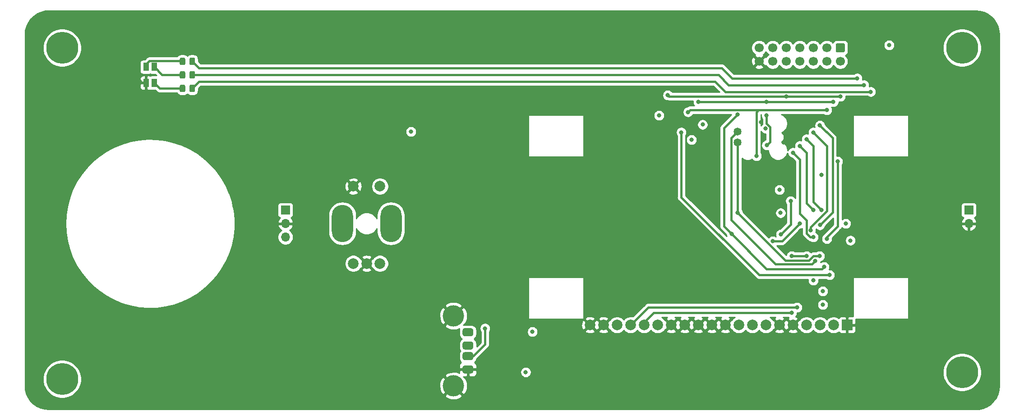
<source format=gbr>
%TF.GenerationSoftware,KiCad,Pcbnew,(5.1.8-0-10_14)*%
%TF.CreationDate,2021-12-04T19:42:54-08:00*%
%TF.ProjectId,Control,436f6e74-726f-46c2-9e6b-696361645f70,rev?*%
%TF.SameCoordinates,Original*%
%TF.FileFunction,Copper,L4,Bot*%
%TF.FilePolarity,Positive*%
%FSLAX46Y46*%
G04 Gerber Fmt 4.6, Leading zero omitted, Abs format (unit mm)*
G04 Created by KiCad (PCBNEW (5.1.8-0-10_14)) date 2021-12-04 19:42:54*
%MOMM*%
%LPD*%
G01*
G04 APERTURE LIST*
%TA.AperFunction,ComponentPad*%
%ADD10O,4.000000X7.000000*%
%TD*%
%TA.AperFunction,ComponentPad*%
%ADD11C,2.000000*%
%TD*%
%TA.AperFunction,ComponentPad*%
%ADD12C,0.800000*%
%TD*%
%TA.AperFunction,ComponentPad*%
%ADD13C,6.000000*%
%TD*%
%TA.AperFunction,ComponentPad*%
%ADD14C,4.000000*%
%TD*%
%TA.AperFunction,SMDPad,CuDef*%
%ADD15R,1.100000X1.500000*%
%TD*%
%TA.AperFunction,ComponentPad*%
%ADD16O,1.700000X1.700000*%
%TD*%
%TA.AperFunction,ComponentPad*%
%ADD17R,1.700000X1.700000*%
%TD*%
%TA.AperFunction,ComponentPad*%
%ADD18C,1.700000*%
%TD*%
%TA.AperFunction,ComponentPad*%
%ADD19C,1.485900*%
%TD*%
%TA.AperFunction,ComponentPad*%
%ADD20R,2.000000X2.000000*%
%TD*%
%TA.AperFunction,ViaPad*%
%ADD21C,0.800000*%
%TD*%
%TA.AperFunction,Conductor*%
%ADD22C,0.381000*%
%TD*%
%TA.AperFunction,Conductor*%
%ADD23C,0.254000*%
%TD*%
%TA.AperFunction,Conductor*%
%ADD24C,0.100000*%
%TD*%
G04 APERTURE END LIST*
D10*
%TO.P,SW1,MP*%
%TO.N,N/C*%
X112290000Y-101600000D03*
X121390000Y-101600000D03*
D11*
%TO.P,SW1,S2*%
%TO.N,GND*%
X114340000Y-94600000D03*
%TO.P,SW1,S1*%
%TO.N,ENC_SEL_SW*%
X119340000Y-94600000D03*
%TO.P,SW1,A*%
%TO.N,ENC_A_SW*%
X119340000Y-109100000D03*
%TO.P,SW1,B*%
%TO.N,ENC_B_SW*%
X114340000Y-109100000D03*
%TO.P,SW1,C*%
%TO.N,GND*%
X116840000Y-109100000D03*
%TD*%
D12*
%TO.P,H4,1*%
%TO.N,Net-(H4-Pad1)*%
X230190990Y-127949010D03*
X228600000Y-127290000D03*
X227009010Y-127949010D03*
X226350000Y-129540000D03*
X227009010Y-131130990D03*
X228600000Y-131790000D03*
X230190990Y-131130990D03*
X230850000Y-129540000D03*
D13*
X228600000Y-129540000D03*
%TD*%
D12*
%TO.P,H3,1*%
%TO.N,Net-(H3-Pad1)*%
X61280990Y-129219010D03*
X59690000Y-128560000D03*
X58099010Y-129219010D03*
X57440000Y-130810000D03*
X58099010Y-132400990D03*
X59690000Y-133060000D03*
X61280990Y-132400990D03*
X61940000Y-130810000D03*
D13*
X59690000Y-130810000D03*
%TD*%
D12*
%TO.P,H2,1*%
%TO.N,Net-(H2-Pad1)*%
X230190990Y-66989010D03*
X228600000Y-66330000D03*
X227009010Y-66989010D03*
X226350000Y-68580000D03*
X227009010Y-70170990D03*
X228600000Y-70830000D03*
X230190990Y-70170990D03*
X230850000Y-68580000D03*
D13*
X228600000Y-68580000D03*
%TD*%
D12*
%TO.P,H1,1*%
%TO.N,Net-(H1-Pad1)*%
X61280990Y-66989010D03*
X59690000Y-66330000D03*
X58099010Y-66989010D03*
X57440000Y-68580000D03*
X58099010Y-70170990D03*
X59690000Y-70830000D03*
X61280990Y-70170990D03*
X61940000Y-68580000D03*
D13*
X59690000Y-68580000D03*
%TD*%
D14*
%TO.P,USB1,5*%
%TO.N,GND*%
X133134000Y-118943000D03*
X133134000Y-132083000D03*
%TO.P,USB1,4*%
%TA.AperFunction,ComponentPad*%
G36*
G01*
X135219000Y-128263000D02*
X136469000Y-128263000D01*
G75*
G02*
X136844000Y-128638000I0J-375000D01*
G01*
X136844000Y-129388000D01*
G75*
G02*
X136469000Y-129763000I-375000J0D01*
G01*
X135219000Y-129763000D01*
G75*
G02*
X134844000Y-129388000I0J375000D01*
G01*
X134844000Y-128638000D01*
G75*
G02*
X135219000Y-128263000I375000J0D01*
G01*
G37*
%TD.AperFunction*%
%TO.P,USB1,3*%
%TO.N,Net-(R6-Pad1)*%
%TA.AperFunction,ComponentPad*%
G36*
G01*
X135219000Y-125763000D02*
X136469000Y-125763000D01*
G75*
G02*
X136844000Y-126138000I0J-375000D01*
G01*
X136844000Y-126888000D01*
G75*
G02*
X136469000Y-127263000I-375000J0D01*
G01*
X135219000Y-127263000D01*
G75*
G02*
X134844000Y-126888000I0J375000D01*
G01*
X134844000Y-126138000D01*
G75*
G02*
X135219000Y-125763000I375000J0D01*
G01*
G37*
%TD.AperFunction*%
%TO.P,USB1,2*%
%TO.N,Net-(R7-Pad1)*%
%TA.AperFunction,ComponentPad*%
G36*
G01*
X135219000Y-123763000D02*
X136469000Y-123763000D01*
G75*
G02*
X136844000Y-124138000I0J-375000D01*
G01*
X136844000Y-124888000D01*
G75*
G02*
X136469000Y-125263000I-375000J0D01*
G01*
X135219000Y-125263000D01*
G75*
G02*
X134844000Y-124888000I0J375000D01*
G01*
X134844000Y-124138000D01*
G75*
G02*
X135219000Y-123763000I375000J0D01*
G01*
G37*
%TD.AperFunction*%
%TO.P,USB1,1*%
%TO.N,Net-(U5-Pad5)*%
%TA.AperFunction,ComponentPad*%
G36*
G01*
X135219000Y-121263000D02*
X136469000Y-121263000D01*
G75*
G02*
X136844000Y-121638000I0J-375000D01*
G01*
X136844000Y-122388000D01*
G75*
G02*
X136469000Y-122763000I-375000J0D01*
G01*
X135219000Y-122763000D01*
G75*
G02*
X134844000Y-122388000I0J375000D01*
G01*
X134844000Y-121638000D01*
G75*
G02*
X135219000Y-121263000I375000J0D01*
G01*
G37*
%TD.AperFunction*%
%TD*%
D15*
%TO.P,D1,4*%
%TO.N,Net-(D1-Pad4)*%
X76950000Y-72160000D03*
%TO.P,D1,3*%
%TO.N,Net-(D1-Pad3)*%
X76950000Y-75160000D03*
%TO.P,D1,2*%
%TO.N,GND*%
X75450000Y-75160000D03*
%TO.P,D1,1*%
%TO.N,Net-(D1-Pad1)*%
X75450000Y-72160000D03*
%TD*%
D16*
%TO.P,SW3,3*%
%TO.N,FIRE_LATCH_SW*%
X101600000Y-104140000D03*
%TO.P,SW3,2*%
%TO.N,GND*%
X101600000Y-101600000D03*
D17*
%TO.P,SW3,1*%
%TO.N,FIRE_MOM_SW*%
X101600000Y-99060000D03*
%TD*%
D16*
%TO.P,SW2,2*%
%TO.N,GND*%
X229870000Y-101600000D03*
D17*
%TO.P,SW2,1*%
%TO.N,INTERLOCK_SW*%
X229870000Y-99060000D03*
%TD*%
%TO.P,R10,2*%
%TO.N,LED_R*%
%TA.AperFunction,SMDPad,CuDef*%
G36*
G01*
X83585000Y-71570001D02*
X83585000Y-70669999D01*
G75*
G02*
X83834999Y-70420000I249999J0D01*
G01*
X84360001Y-70420000D01*
G75*
G02*
X84610000Y-70669999I0J-249999D01*
G01*
X84610000Y-71570001D01*
G75*
G02*
X84360001Y-71820000I-249999J0D01*
G01*
X83834999Y-71820000D01*
G75*
G02*
X83585000Y-71570001I0J249999D01*
G01*
G37*
%TD.AperFunction*%
%TO.P,R10,1*%
%TO.N,Net-(D1-Pad1)*%
%TA.AperFunction,SMDPad,CuDef*%
G36*
G01*
X81760000Y-71570001D02*
X81760000Y-70669999D01*
G75*
G02*
X82009999Y-70420000I249999J0D01*
G01*
X82535001Y-70420000D01*
G75*
G02*
X82785000Y-70669999I0J-249999D01*
G01*
X82785000Y-71570001D01*
G75*
G02*
X82535001Y-71820000I-249999J0D01*
G01*
X82009999Y-71820000D01*
G75*
G02*
X81760000Y-71570001I0J249999D01*
G01*
G37*
%TD.AperFunction*%
%TD*%
%TO.P,R9,2*%
%TO.N,LED_G*%
%TA.AperFunction,SMDPad,CuDef*%
G36*
G01*
X83585000Y-76650001D02*
X83585000Y-75749999D01*
G75*
G02*
X83834999Y-75500000I249999J0D01*
G01*
X84360001Y-75500000D01*
G75*
G02*
X84610000Y-75749999I0J-249999D01*
G01*
X84610000Y-76650001D01*
G75*
G02*
X84360001Y-76900000I-249999J0D01*
G01*
X83834999Y-76900000D01*
G75*
G02*
X83585000Y-76650001I0J249999D01*
G01*
G37*
%TD.AperFunction*%
%TO.P,R9,1*%
%TO.N,Net-(D1-Pad3)*%
%TA.AperFunction,SMDPad,CuDef*%
G36*
G01*
X81760000Y-76650001D02*
X81760000Y-75749999D01*
G75*
G02*
X82009999Y-75500000I249999J0D01*
G01*
X82535001Y-75500000D01*
G75*
G02*
X82785000Y-75749999I0J-249999D01*
G01*
X82785000Y-76650001D01*
G75*
G02*
X82535001Y-76900000I-249999J0D01*
G01*
X82009999Y-76900000D01*
G75*
G02*
X81760000Y-76650001I0J249999D01*
G01*
G37*
%TD.AperFunction*%
%TD*%
%TO.P,R8,2*%
%TO.N,LED_B*%
%TA.AperFunction,SMDPad,CuDef*%
G36*
G01*
X83585000Y-74110001D02*
X83585000Y-73209999D01*
G75*
G02*
X83834999Y-72960000I249999J0D01*
G01*
X84360001Y-72960000D01*
G75*
G02*
X84610000Y-73209999I0J-249999D01*
G01*
X84610000Y-74110001D01*
G75*
G02*
X84360001Y-74360000I-249999J0D01*
G01*
X83834999Y-74360000D01*
G75*
G02*
X83585000Y-74110001I0J249999D01*
G01*
G37*
%TD.AperFunction*%
%TO.P,R8,1*%
%TO.N,Net-(D1-Pad4)*%
%TA.AperFunction,SMDPad,CuDef*%
G36*
G01*
X81760000Y-74110001D02*
X81760000Y-73209999D01*
G75*
G02*
X82009999Y-72960000I249999J0D01*
G01*
X82535001Y-72960000D01*
G75*
G02*
X82785000Y-73209999I0J-249999D01*
G01*
X82785000Y-74110001D01*
G75*
G02*
X82535001Y-74360000I-249999J0D01*
G01*
X82009999Y-74360000D01*
G75*
G02*
X81760000Y-74110001I0J249999D01*
G01*
G37*
%TD.AperFunction*%
%TD*%
D18*
%TO.P,MCU1,14*%
%TO.N,GND*%
X190500000Y-71120000D03*
%TO.P,MCU1,12*%
%TO.N,INTERLOCK_SW*%
X193040000Y-71120000D03*
%TO.P,MCU1,10*%
%TO.N,TEC_ENABLE*%
X195580000Y-71120000D03*
%TO.P,MCU1,8*%
%TO.N,CS_TEC_SET*%
X198120000Y-71120000D03*
%TO.P,MCU1,6*%
%TO.N,RST_LASER*%
X200660000Y-71120000D03*
%TO.P,MCU1,4*%
%TO.N,SCK*%
X203200000Y-71120000D03*
%TO.P,MCU1,2*%
%TO.N,MOSI*%
X205740000Y-71120000D03*
%TO.P,MCU1,13*%
%TO.N,INTERLOCK_EN*%
X190500000Y-68580000D03*
%TO.P,MCU1,11*%
%TO.N,CS_CHARGE*%
X193040000Y-68580000D03*
%TO.P,MCU1,9*%
%TO.N,CS_TEC_READ*%
X195580000Y-68580000D03*
%TO.P,MCU1,7*%
%TO.N,TMP_LASER*%
X198120000Y-68580000D03*
%TO.P,MCU1,5*%
%TO.N,CS_LASER*%
X200660000Y-68580000D03*
%TO.P,MCU1,3*%
%TO.N,MISO*%
X203200000Y-68580000D03*
%TO.P,MCU1,1*%
%TO.N,+3V0*%
%TA.AperFunction,ComponentPad*%
G36*
G01*
X205140000Y-67730000D02*
X206340000Y-67730000D01*
G75*
G02*
X206590000Y-67980000I0J-250000D01*
G01*
X206590000Y-69180000D01*
G75*
G02*
X206340000Y-69430000I-250000J0D01*
G01*
X205140000Y-69430000D01*
G75*
G02*
X204890000Y-69180000I0J250000D01*
G01*
X204890000Y-67980000D01*
G75*
G02*
X205140000Y-67730000I250000J0D01*
G01*
G37*
%TD.AperFunction*%
%TD*%
D19*
%TO.P,ISP1,6*%
%TO.N,RXD*%
X186436000Y-86360000D03*
%TO.P,ISP1,5*%
%TO.N,RESET*%
X186436000Y-84328000D03*
%TD*%
D11*
%TO.P,DISP1,20*%
%TO.N,GND*%
X158750000Y-120650000D03*
%TO.P,DISP1,19*%
X161290000Y-120650000D03*
%TO.P,DISP1,18*%
%TO.N,N/C*%
X163830000Y-120650000D03*
%TO.P,DISP1,17*%
%TO.N,DISP_CS*%
X166370000Y-120650000D03*
%TO.P,DISP1,16*%
%TO.N,DISP_RES*%
X168910000Y-120650000D03*
%TO.P,DISP1,15*%
%TO.N,N/C*%
X171450000Y-120650000D03*
%TO.P,DISP1,14*%
%TO.N,GND*%
X173990000Y-120650000D03*
%TO.P,DISP1,13*%
X176530000Y-120650000D03*
%TO.P,DISP1,12*%
X179070000Y-120650000D03*
%TO.P,DISP1,11*%
X181610000Y-120650000D03*
D20*
%TO.P,DISP1,1*%
X207010000Y-120650000D03*
D11*
%TO.P,DISP1,2*%
%TO.N,+3V0*%
X204470000Y-120650000D03*
%TO.P,DISP1,3*%
%TO.N,N/C*%
X201930000Y-120650000D03*
%TO.P,DISP1,4*%
%TO.N,DISP_DC*%
X199390000Y-120650000D03*
%TO.P,DISP1,5*%
%TO.N,GND*%
X196850000Y-120650000D03*
%TO.P,DISP1,6*%
X194310000Y-120650000D03*
%TO.P,DISP1,7*%
%TO.N,SCK*%
X191770000Y-120650000D03*
%TO.P,DISP1,8*%
%TO.N,MOSI*%
X189230000Y-120650000D03*
%TO.P,DISP1,9*%
%TO.N,N/C*%
X186690000Y-120650000D03*
%TO.P,DISP1,10*%
%TO.N,GND*%
X184150000Y-120650000D03*
%TD*%
D21*
%TO.N,GND*%
X74295000Y-74930000D03*
X211455000Y-97155000D03*
X211455000Y-104775000D03*
X195072000Y-86360000D03*
X214884000Y-73152000D03*
X207518000Y-114300000D03*
X206502000Y-116840000D03*
X190500000Y-99060000D03*
X190500000Y-101600000D03*
X194564000Y-102108000D03*
X189230000Y-95250000D03*
X182880000Y-81915000D03*
X173990000Y-89535000D03*
X117540000Y-84328000D03*
X125160000Y-80264000D03*
X117540000Y-92456000D03*
X146170546Y-121414467D03*
X147955000Y-124369798D03*
X144800000Y-129520000D03*
X144145000Y-123190000D03*
X139700000Y-128905000D03*
X139700000Y-117475000D03*
X190881000Y-82550000D03*
X206756000Y-103632000D03*
%TO.N,+3V0*%
X207645000Y-104775000D03*
X214884000Y-68072000D03*
X202438000Y-114300000D03*
X202438000Y-116840000D03*
X194532000Y-99600000D03*
X200660000Y-112268000D03*
X194310000Y-95250000D03*
X179900500Y-82989500D03*
X171704000Y-81280000D03*
X125160000Y-84328000D03*
X146700000Y-129525000D03*
X147955000Y-121920000D03*
X191734721Y-83728276D03*
X206756000Y-101600000D03*
%TO.N,DISP_CS*%
X197612000Y-117348000D03*
%TO.N,DISP_RES*%
X199450500Y-107696000D03*
X196596000Y-118364000D03*
X196596000Y-107696000D03*
%TO.N,SCK*%
X203200000Y-80264000D03*
X194564000Y-103632000D03*
X196410000Y-97350000D03*
X189992000Y-88900000D03*
X177165000Y-80645000D03*
%TO.N,MOSI*%
X205740000Y-77724000D03*
X195580000Y-77724000D03*
X193040000Y-104902003D03*
X173355000Y-77470000D03*
X198120000Y-101600000D03*
%TO.N,MISO*%
X204440501Y-78740000D03*
X191896974Y-78740000D03*
X179070000Y-78740000D03*
X191928710Y-86868000D03*
X191897000Y-81280000D03*
%TO.N,RXD*%
X201850500Y-107696000D03*
X186436000Y-99547865D03*
%TO.N,TXD*%
X202692000Y-109728000D03*
X186436000Y-81108500D03*
X185356500Y-103568500D03*
%TO.N,RESET*%
X201060000Y-108604000D03*
%TO.N,TEC_ENABLE*%
X200660000Y-104140000D03*
X196850000Y-88265000D03*
%TO.N,CS_TEC_SET*%
X200660000Y-99060000D03*
X198120000Y-86995000D03*
%TO.N,RST_LASER*%
X200660000Y-84455000D03*
X200152000Y-102870000D03*
%TO.N,TMP_LASER*%
X202184008Y-99060000D03*
X199390000Y-85725000D03*
%TO.N,CS_LASER*%
X201900501Y-83155501D03*
X201908687Y-101875313D03*
%TO.N,LED_R*%
X203200000Y-104449998D03*
X208915004Y-74295000D03*
X205232000Y-89915984D03*
%TO.N,LED_G*%
X211455000Y-76835000D03*
%TO.N,LED_B*%
X210185000Y-75565000D03*
%TO.N,BUTTON_IRQ*%
X202184000Y-92456000D03*
X177800000Y-85852000D03*
%TO.N,CS_BUTTONS*%
X203708000Y-111252000D03*
X175895000Y-84455000D03*
%TO.N,Net-(R6-Pad1)*%
X139065014Y-121285000D03*
%TD*%
D22*
%TO.N,GND*%
X74525000Y-75160000D02*
X74295000Y-74930000D01*
X75450000Y-75160000D02*
X74525000Y-75160000D01*
%TO.N,Net-(D1-Pad4)*%
X78450000Y-73660000D02*
X76950000Y-72160000D01*
X78450000Y-73660000D02*
X82272500Y-73660000D01*
%TO.N,Net-(D1-Pad3)*%
X77990000Y-76200000D02*
X76950000Y-75160000D01*
X79732500Y-76200000D02*
X77990000Y-76200000D01*
X79732500Y-76200000D02*
X82272500Y-76200000D01*
%TO.N,DISP_CS*%
X193701954Y-117348000D02*
X197612000Y-117348000D01*
X169672000Y-117348000D02*
X193701954Y-117348000D01*
X166370000Y-120650000D02*
X169672000Y-117348000D01*
%TO.N,DISP_RES*%
X168910000Y-120142000D02*
X168910000Y-120650000D01*
X170688000Y-118364000D02*
X168910000Y-120142000D01*
X196596000Y-118364000D02*
X170688000Y-118364000D01*
X199450500Y-107696000D02*
X196596000Y-107696000D01*
%TO.N,SCK*%
X196410000Y-101786000D02*
X196410000Y-97350000D01*
X194564000Y-103632000D02*
X196410000Y-101786000D01*
X189992000Y-80645000D02*
X189992000Y-88900000D01*
X190373000Y-80264000D02*
X189992000Y-80645000D01*
X203200000Y-80264000D02*
X190373000Y-80264000D01*
X177546000Y-80264000D02*
X177165000Y-80645000D01*
X190373000Y-80264000D02*
X177546000Y-80264000D01*
%TO.N,MOSI*%
X205740000Y-77724000D02*
X195580000Y-77724000D01*
X195580000Y-77724000D02*
X173609000Y-77724000D01*
X173609000Y-77724000D02*
X173355000Y-77470000D01*
X193040000Y-104902003D02*
X194817997Y-104902003D01*
X194817997Y-104902003D02*
X198120000Y-101600000D01*
%TO.N,MISO*%
X179518328Y-78740000D02*
X191896974Y-78740000D01*
X204440501Y-78740000D02*
X191896974Y-78740000D01*
X179518328Y-78740000D02*
X179070000Y-78740000D01*
X191897000Y-82804000D02*
X191897000Y-81280000D01*
X192538301Y-83445301D02*
X191897000Y-82804000D01*
X192538301Y-86258409D02*
X192538301Y-83445301D01*
X191928710Y-86868000D02*
X192538301Y-86258409D01*
%TO.N,RXD*%
X195428636Y-108540501D02*
X186436000Y-99547865D01*
X186436000Y-99547865D02*
X186436000Y-86360000D01*
X199855861Y-108540501D02*
X195428636Y-108540501D01*
X200700362Y-107696000D02*
X199855861Y-108540501D01*
X201850500Y-107696000D02*
X200700362Y-107696000D01*
%TO.N,TXD*%
X183896000Y-83648500D02*
X186436000Y-81108500D01*
X202292001Y-110127999D02*
X191915999Y-110127999D01*
X183896000Y-102108000D02*
X183896000Y-83648500D01*
X202692000Y-109728000D02*
X202292001Y-110127999D01*
X185356500Y-103568500D02*
X183896000Y-102108000D01*
X191915999Y-110127999D02*
X185356500Y-103568500D01*
%TO.N,RESET*%
X186436000Y-84328000D02*
X185248549Y-85515451D01*
X185248549Y-85515451D02*
X185248549Y-100920549D01*
X185248549Y-100920549D02*
X193547999Y-109219999D01*
X200444001Y-109219999D02*
X201060000Y-108604000D01*
X193547999Y-109219999D02*
X200444001Y-109219999D01*
%TO.N,TEC_ENABLE*%
X199411499Y-103457184D02*
X200094315Y-104140000D01*
X198120000Y-89535000D02*
X198120000Y-99695000D01*
X200094315Y-104140000D02*
X200660000Y-104140000D01*
X198120000Y-99695000D02*
X199411499Y-100986499D01*
X196850000Y-88265000D02*
X198120000Y-89535000D01*
X199411499Y-100986499D02*
X199411499Y-103457184D01*
%TO.N,CS_TEC_SET*%
X199390000Y-88265000D02*
X199390000Y-97790000D01*
X198120000Y-86995000D02*
X199390000Y-88265000D01*
X199390000Y-97790000D02*
X200660000Y-99060000D01*
%TO.N,RST_LASER*%
X200152000Y-102304315D02*
X200152000Y-102870000D01*
X203200000Y-86995000D02*
X203200000Y-99256315D01*
X203200000Y-99256315D02*
X200152000Y-102304315D01*
X200660000Y-84455000D02*
X203200000Y-86995000D01*
%TO.N,TMP_LASER*%
X200660000Y-86995000D02*
X200660000Y-97535992D01*
X199390000Y-85725000D02*
X200660000Y-86995000D01*
X200660000Y-97535992D02*
X202184008Y-99060000D01*
%TO.N,CS_LASER*%
X204289011Y-99494989D02*
X201908687Y-101875313D01*
X201900501Y-83155501D02*
X204289011Y-85544011D01*
X204289011Y-85544011D02*
X204289011Y-99494989D01*
%TO.N,LED_R*%
X84097500Y-71120000D02*
X85367500Y-72390000D01*
X203200000Y-104140000D02*
X205232000Y-102108000D01*
X205232000Y-102108000D02*
X205232000Y-89915984D01*
X203200000Y-104449998D02*
X203200000Y-104140000D01*
X183515000Y-72390000D02*
X185420000Y-74295000D01*
X185420000Y-74295000D02*
X208915004Y-74295000D01*
X85344000Y-72390000D02*
X183515000Y-72390000D01*
%TO.N,LED_G*%
X85367500Y-74930000D02*
X84097500Y-76200000D01*
X182245000Y-74930000D02*
X85344000Y-74930000D01*
X184150000Y-76835000D02*
X182245000Y-74930000D01*
X211455000Y-76835000D02*
X184150000Y-76835000D01*
%TO.N,LED_B*%
X182880000Y-73660000D02*
X180340000Y-73660000D01*
X180340000Y-73660000D02*
X84328000Y-73660000D01*
X184785000Y-75565000D02*
X182880000Y-73660000D01*
X210185000Y-75565000D02*
X184785000Y-75565000D01*
%TO.N,CS_BUTTONS*%
X175895000Y-96647000D02*
X190500000Y-111252000D01*
X190500000Y-111252000D02*
X203708000Y-111252000D01*
X175895000Y-84455000D02*
X175895000Y-96647000D01*
%TO.N,Net-(D1-Pad1)*%
X76006299Y-71100799D02*
X75450000Y-71657098D01*
X75450000Y-71657098D02*
X75450000Y-72160000D01*
X76006299Y-71095039D02*
X76006299Y-71100799D01*
X76085039Y-71016299D02*
X76006299Y-71095039D01*
X77814961Y-71016299D02*
X76085039Y-71016299D01*
X77818161Y-71019499D02*
X77814961Y-71016299D01*
X82171999Y-71019499D02*
X82272500Y-71120000D01*
X77818161Y-71019499D02*
X82171999Y-71019499D01*
%TO.N,Net-(R6-Pad1)*%
X139065014Y-124291986D02*
X139065014Y-121285000D01*
X136844000Y-126513000D02*
X139065014Y-124291986D01*
X135844000Y-126513000D02*
X136844000Y-126513000D01*
%TD*%
D23*
%TO.N,GND*%
X231922249Y-61692437D02*
X232679774Y-61899672D01*
X233388625Y-62237777D01*
X234026404Y-62696067D01*
X234572946Y-63260055D01*
X235010977Y-63911913D01*
X235326651Y-64631038D01*
X235511206Y-65399768D01*
X235560000Y-66064207D01*
X235560001Y-132050597D01*
X235487563Y-132862249D01*
X235280328Y-133619774D01*
X234942221Y-134328627D01*
X234483928Y-134966410D01*
X233919945Y-135512946D01*
X233268085Y-135950978D01*
X232548963Y-136266651D01*
X231780232Y-136451206D01*
X231115792Y-136500000D01*
X57179392Y-136500000D01*
X56367751Y-136427563D01*
X55610226Y-136220328D01*
X54901373Y-135882221D01*
X54263590Y-135423928D01*
X53717054Y-134859945D01*
X53279022Y-134208085D01*
X52963349Y-133488963D01*
X52778794Y-132720232D01*
X52730000Y-132055792D01*
X52730000Y-130451984D01*
X56055000Y-130451984D01*
X56055000Y-131168016D01*
X56194691Y-131870290D01*
X56468705Y-132531818D01*
X56866511Y-133127177D01*
X57372823Y-133633489D01*
X57968182Y-134031295D01*
X58629710Y-134305309D01*
X59331984Y-134445000D01*
X60048016Y-134445000D01*
X60750290Y-134305309D01*
X61411818Y-134031295D01*
X61562669Y-133930499D01*
X131466106Y-133930499D01*
X131682228Y-134297258D01*
X132142105Y-134537938D01*
X132640098Y-134684275D01*
X133157071Y-134730648D01*
X133673159Y-134675273D01*
X134168526Y-134520279D01*
X134585772Y-134297258D01*
X134801894Y-133930499D01*
X133134000Y-132262605D01*
X131466106Y-133930499D01*
X61562669Y-133930499D01*
X62007177Y-133633489D01*
X62513489Y-133127177D01*
X62911295Y-132531818D01*
X63087645Y-132106071D01*
X130486352Y-132106071D01*
X130541727Y-132622159D01*
X130696721Y-133117526D01*
X130919742Y-133534772D01*
X131286501Y-133750894D01*
X132954395Y-132083000D01*
X131286501Y-130415106D01*
X130919742Y-130631228D01*
X130679062Y-131091105D01*
X130532725Y-131589098D01*
X130486352Y-132106071D01*
X63087645Y-132106071D01*
X63185309Y-131870290D01*
X63325000Y-131168016D01*
X63325000Y-130451984D01*
X63281939Y-130235501D01*
X131466106Y-130235501D01*
X133134000Y-131903395D01*
X133148143Y-131889253D01*
X133327748Y-132068858D01*
X133313605Y-132083000D01*
X134981499Y-133750894D01*
X135348258Y-133534772D01*
X135588938Y-133074895D01*
X135735275Y-132576902D01*
X135781648Y-132059929D01*
X135726273Y-131543841D01*
X135571279Y-131048474D01*
X135348258Y-130631228D01*
X134981501Y-130415107D01*
X134996191Y-130400417D01*
X135558250Y-130398000D01*
X135717000Y-130239250D01*
X135717000Y-129140000D01*
X135971000Y-129140000D01*
X135971000Y-130239250D01*
X136129750Y-130398000D01*
X136844000Y-130401072D01*
X136968482Y-130388812D01*
X137088180Y-130352502D01*
X137198494Y-130293537D01*
X137295185Y-130214185D01*
X137374537Y-130117494D01*
X137433502Y-130007180D01*
X137469812Y-129887482D01*
X137482072Y-129763000D01*
X137479823Y-129423061D01*
X145665000Y-129423061D01*
X145665000Y-129626939D01*
X145704774Y-129826898D01*
X145782795Y-130015256D01*
X145896063Y-130184774D01*
X146040226Y-130328937D01*
X146209744Y-130442205D01*
X146398102Y-130520226D01*
X146598061Y-130560000D01*
X146801939Y-130560000D01*
X147001898Y-130520226D01*
X147190256Y-130442205D01*
X147359774Y-130328937D01*
X147503937Y-130184774D01*
X147617205Y-130015256D01*
X147695226Y-129826898D01*
X147735000Y-129626939D01*
X147735000Y-129423061D01*
X147695226Y-129223102D01*
X147678195Y-129181984D01*
X224965000Y-129181984D01*
X224965000Y-129898016D01*
X225104691Y-130600290D01*
X225378705Y-131261818D01*
X225776511Y-131857177D01*
X226282823Y-132363489D01*
X226878182Y-132761295D01*
X227539710Y-133035309D01*
X228241984Y-133175000D01*
X228958016Y-133175000D01*
X229660290Y-133035309D01*
X230321818Y-132761295D01*
X230917177Y-132363489D01*
X231423489Y-131857177D01*
X231821295Y-131261818D01*
X232095309Y-130600290D01*
X232235000Y-129898016D01*
X232235000Y-129181984D01*
X232095309Y-128479710D01*
X231821295Y-127818182D01*
X231423489Y-127222823D01*
X230917177Y-126716511D01*
X230321818Y-126318705D01*
X229660290Y-126044691D01*
X228958016Y-125905000D01*
X228241984Y-125905000D01*
X227539710Y-126044691D01*
X226878182Y-126318705D01*
X226282823Y-126716511D01*
X225776511Y-127222823D01*
X225378705Y-127818182D01*
X225104691Y-128479710D01*
X224965000Y-129181984D01*
X147678195Y-129181984D01*
X147617205Y-129034744D01*
X147503937Y-128865226D01*
X147359774Y-128721063D01*
X147190256Y-128607795D01*
X147001898Y-128529774D01*
X146801939Y-128490000D01*
X146598061Y-128490000D01*
X146398102Y-128529774D01*
X146209744Y-128607795D01*
X146040226Y-128721063D01*
X145896063Y-128865226D01*
X145782795Y-129034744D01*
X145704774Y-129223102D01*
X145665000Y-129423061D01*
X137479823Y-129423061D01*
X137479000Y-129298750D01*
X137320250Y-129140000D01*
X135971000Y-129140000D01*
X135717000Y-129140000D01*
X134367750Y-129140000D01*
X134209000Y-129298750D01*
X134206542Y-129670269D01*
X134125895Y-129628062D01*
X133627902Y-129481725D01*
X133110929Y-129435352D01*
X132594841Y-129490727D01*
X132099474Y-129645721D01*
X131682228Y-129868742D01*
X131466106Y-130235501D01*
X63281939Y-130235501D01*
X63185309Y-129749710D01*
X62911295Y-129088182D01*
X62513489Y-128492823D01*
X62007177Y-127986511D01*
X61411818Y-127588705D01*
X60750290Y-127314691D01*
X60048016Y-127175000D01*
X59331984Y-127175000D01*
X58629710Y-127314691D01*
X57968182Y-127588705D01*
X57372823Y-127986511D01*
X56866511Y-128492823D01*
X56468705Y-129088182D01*
X56194691Y-129749710D01*
X56055000Y-130451984D01*
X52730000Y-130451984D01*
X52730000Y-120790499D01*
X131466106Y-120790499D01*
X131682228Y-121157258D01*
X132142105Y-121397938D01*
X132640098Y-121544275D01*
X133157071Y-121590648D01*
X133673159Y-121535273D01*
X134168526Y-121380279D01*
X134258151Y-121332374D01*
X134225394Y-121440359D01*
X134205928Y-121638000D01*
X134205928Y-122388000D01*
X134225394Y-122585641D01*
X134283044Y-122775686D01*
X134376661Y-122950833D01*
X134502650Y-123104350D01*
X134656167Y-123230339D01*
X134717272Y-123263000D01*
X134656167Y-123295661D01*
X134502650Y-123421650D01*
X134376661Y-123575167D01*
X134283044Y-123750314D01*
X134225394Y-123940359D01*
X134205928Y-124138000D01*
X134205928Y-124888000D01*
X134225394Y-125085641D01*
X134283044Y-125275686D01*
X134376661Y-125450833D01*
X134427680Y-125513000D01*
X134376661Y-125575167D01*
X134283044Y-125750314D01*
X134225394Y-125940359D01*
X134205928Y-126138000D01*
X134205928Y-126888000D01*
X134225394Y-127085641D01*
X134283044Y-127275686D01*
X134376661Y-127450833D01*
X134502650Y-127604350D01*
X134592000Y-127677678D01*
X134489506Y-127732463D01*
X134392815Y-127811815D01*
X134313463Y-127908506D01*
X134254498Y-128018820D01*
X134218188Y-128138518D01*
X134205928Y-128263000D01*
X134209000Y-128727250D01*
X134367750Y-128886000D01*
X135717000Y-128886000D01*
X135717000Y-128866000D01*
X135971000Y-128866000D01*
X135971000Y-128886000D01*
X137320250Y-128886000D01*
X137479000Y-128727250D01*
X137482072Y-128263000D01*
X137469812Y-128138518D01*
X137433502Y-128018820D01*
X137374537Y-127908506D01*
X137295185Y-127811815D01*
X137198494Y-127732463D01*
X137096000Y-127677678D01*
X137185350Y-127604350D01*
X137311339Y-127450833D01*
X137404956Y-127275686D01*
X137462606Y-127085641D01*
X137465208Y-127059224D01*
X139620055Y-124904378D01*
X139651555Y-124878527D01*
X139704191Y-124814390D01*
X139754713Y-124752829D01*
X139831367Y-124609420D01*
X139831367Y-124609419D01*
X139878570Y-124453812D01*
X139890514Y-124332539D01*
X139890514Y-124332537D01*
X139894508Y-124291987D01*
X139890514Y-124251436D01*
X139890514Y-121912503D01*
X139953617Y-121818061D01*
X146920000Y-121818061D01*
X146920000Y-122021939D01*
X146959774Y-122221898D01*
X147037795Y-122410256D01*
X147151063Y-122579774D01*
X147295226Y-122723937D01*
X147464744Y-122837205D01*
X147653102Y-122915226D01*
X147853061Y-122955000D01*
X148056939Y-122955000D01*
X148256898Y-122915226D01*
X148445256Y-122837205D01*
X148614774Y-122723937D01*
X148758937Y-122579774D01*
X148872205Y-122410256D01*
X148950226Y-122221898D01*
X148990000Y-122021939D01*
X148990000Y-121818061D01*
X148983506Y-121785413D01*
X157794192Y-121785413D01*
X157889956Y-122049814D01*
X158179571Y-122190704D01*
X158491108Y-122272384D01*
X158812595Y-122291718D01*
X159131675Y-122247961D01*
X159436088Y-122142795D01*
X159610044Y-122049814D01*
X159705808Y-121785413D01*
X160334192Y-121785413D01*
X160429956Y-122049814D01*
X160719571Y-122190704D01*
X161031108Y-122272384D01*
X161352595Y-122291718D01*
X161671675Y-122247961D01*
X161976088Y-122142795D01*
X162150044Y-122049814D01*
X162245808Y-121785413D01*
X161290000Y-120829605D01*
X160334192Y-121785413D01*
X159705808Y-121785413D01*
X158750000Y-120829605D01*
X157794192Y-121785413D01*
X148983506Y-121785413D01*
X148950226Y-121618102D01*
X148872205Y-121429744D01*
X148758937Y-121260226D01*
X148614774Y-121116063D01*
X148445256Y-121002795D01*
X148256898Y-120924774D01*
X148056939Y-120885000D01*
X147853061Y-120885000D01*
X147653102Y-120924774D01*
X147464744Y-121002795D01*
X147295226Y-121116063D01*
X147151063Y-121260226D01*
X147037795Y-121429744D01*
X146959774Y-121618102D01*
X146920000Y-121818061D01*
X139953617Y-121818061D01*
X139982219Y-121775256D01*
X140060240Y-121586898D01*
X140100014Y-121386939D01*
X140100014Y-121183061D01*
X140060240Y-120983102D01*
X139982219Y-120794744D01*
X139927329Y-120712595D01*
X157108282Y-120712595D01*
X157152039Y-121031675D01*
X157257205Y-121336088D01*
X157350186Y-121510044D01*
X157614587Y-121605808D01*
X158570395Y-120650000D01*
X158929605Y-120650000D01*
X159885413Y-121605808D01*
X160020000Y-121557062D01*
X160154587Y-121605808D01*
X161110395Y-120650000D01*
X161469605Y-120650000D01*
X162425413Y-121605808D01*
X162487280Y-121583400D01*
X162560013Y-121692252D01*
X162787748Y-121919987D01*
X163055537Y-122098918D01*
X163353088Y-122222168D01*
X163668967Y-122285000D01*
X163991033Y-122285000D01*
X164306912Y-122222168D01*
X164604463Y-122098918D01*
X164872252Y-121919987D01*
X165099987Y-121692252D01*
X165100000Y-121692233D01*
X165100013Y-121692252D01*
X165327748Y-121919987D01*
X165595537Y-122098918D01*
X165893088Y-122222168D01*
X166208967Y-122285000D01*
X166531033Y-122285000D01*
X166846912Y-122222168D01*
X167144463Y-122098918D01*
X167412252Y-121919987D01*
X167639987Y-121692252D01*
X167640000Y-121692233D01*
X167640013Y-121692252D01*
X167867748Y-121919987D01*
X168135537Y-122098918D01*
X168433088Y-122222168D01*
X168748967Y-122285000D01*
X169071033Y-122285000D01*
X169386912Y-122222168D01*
X169684463Y-122098918D01*
X169952252Y-121919987D01*
X170179987Y-121692252D01*
X170180000Y-121692233D01*
X170180013Y-121692252D01*
X170407748Y-121919987D01*
X170675537Y-122098918D01*
X170973088Y-122222168D01*
X171288967Y-122285000D01*
X171611033Y-122285000D01*
X171926912Y-122222168D01*
X172224463Y-122098918D01*
X172492252Y-121919987D01*
X172626826Y-121785413D01*
X173034192Y-121785413D01*
X173129956Y-122049814D01*
X173419571Y-122190704D01*
X173731108Y-122272384D01*
X174052595Y-122291718D01*
X174371675Y-122247961D01*
X174676088Y-122142795D01*
X174850044Y-122049814D01*
X174945808Y-121785413D01*
X175574192Y-121785413D01*
X175669956Y-122049814D01*
X175959571Y-122190704D01*
X176271108Y-122272384D01*
X176592595Y-122291718D01*
X176911675Y-122247961D01*
X177216088Y-122142795D01*
X177390044Y-122049814D01*
X177485808Y-121785413D01*
X178114192Y-121785413D01*
X178209956Y-122049814D01*
X178499571Y-122190704D01*
X178811108Y-122272384D01*
X179132595Y-122291718D01*
X179451675Y-122247961D01*
X179756088Y-122142795D01*
X179930044Y-122049814D01*
X180025808Y-121785413D01*
X180654192Y-121785413D01*
X180749956Y-122049814D01*
X181039571Y-122190704D01*
X181351108Y-122272384D01*
X181672595Y-122291718D01*
X181991675Y-122247961D01*
X182296088Y-122142795D01*
X182470044Y-122049814D01*
X182565808Y-121785413D01*
X183194192Y-121785413D01*
X183289956Y-122049814D01*
X183579571Y-122190704D01*
X183891108Y-122272384D01*
X184212595Y-122291718D01*
X184531675Y-122247961D01*
X184836088Y-122142795D01*
X185010044Y-122049814D01*
X185105808Y-121785413D01*
X184150000Y-120829605D01*
X183194192Y-121785413D01*
X182565808Y-121785413D01*
X181610000Y-120829605D01*
X180654192Y-121785413D01*
X180025808Y-121785413D01*
X179070000Y-120829605D01*
X178114192Y-121785413D01*
X177485808Y-121785413D01*
X176530000Y-120829605D01*
X175574192Y-121785413D01*
X174945808Y-121785413D01*
X173990000Y-120829605D01*
X173034192Y-121785413D01*
X172626826Y-121785413D01*
X172719987Y-121692252D01*
X172792720Y-121583400D01*
X172854587Y-121605808D01*
X173810395Y-120650000D01*
X174169605Y-120650000D01*
X175125413Y-121605808D01*
X175260000Y-121557062D01*
X175394587Y-121605808D01*
X176350395Y-120650000D01*
X176709605Y-120650000D01*
X177665413Y-121605808D01*
X177800000Y-121557062D01*
X177934587Y-121605808D01*
X178890395Y-120650000D01*
X179249605Y-120650000D01*
X180205413Y-121605808D01*
X180340000Y-121557062D01*
X180474587Y-121605808D01*
X181430395Y-120650000D01*
X181789605Y-120650000D01*
X182745413Y-121605808D01*
X182880000Y-121557062D01*
X183014587Y-121605808D01*
X183970395Y-120650000D01*
X183014587Y-119694192D01*
X182880000Y-119742938D01*
X182745413Y-119694192D01*
X181789605Y-120650000D01*
X181430395Y-120650000D01*
X180474587Y-119694192D01*
X180340000Y-119742938D01*
X180205413Y-119694192D01*
X179249605Y-120650000D01*
X178890395Y-120650000D01*
X177934587Y-119694192D01*
X177800000Y-119742938D01*
X177665413Y-119694192D01*
X176709605Y-120650000D01*
X176350395Y-120650000D01*
X175394587Y-119694192D01*
X175260000Y-119742938D01*
X175125413Y-119694192D01*
X174169605Y-120650000D01*
X173810395Y-120650000D01*
X172854587Y-119694192D01*
X172792720Y-119716600D01*
X172719987Y-119607748D01*
X172492252Y-119380013D01*
X172224463Y-119201082D01*
X172196502Y-119189500D01*
X173243492Y-119189500D01*
X173129956Y-119250186D01*
X173034192Y-119514587D01*
X173990000Y-120470395D01*
X174945808Y-119514587D01*
X174850044Y-119250186D01*
X174725297Y-119189500D01*
X175783492Y-119189500D01*
X175669956Y-119250186D01*
X175574192Y-119514587D01*
X176530000Y-120470395D01*
X177485808Y-119514587D01*
X177390044Y-119250186D01*
X177265297Y-119189500D01*
X178323492Y-119189500D01*
X178209956Y-119250186D01*
X178114192Y-119514587D01*
X179070000Y-120470395D01*
X180025808Y-119514587D01*
X179930044Y-119250186D01*
X179805297Y-119189500D01*
X180863492Y-119189500D01*
X180749956Y-119250186D01*
X180654192Y-119514587D01*
X181610000Y-120470395D01*
X182565808Y-119514587D01*
X182470044Y-119250186D01*
X182345297Y-119189500D01*
X183403492Y-119189500D01*
X183289956Y-119250186D01*
X183194192Y-119514587D01*
X184150000Y-120470395D01*
X185105808Y-119514587D01*
X185010044Y-119250186D01*
X184885297Y-119189500D01*
X185943498Y-119189500D01*
X185915537Y-119201082D01*
X185647748Y-119380013D01*
X185420013Y-119607748D01*
X185347280Y-119716600D01*
X185285413Y-119694192D01*
X184329605Y-120650000D01*
X185285413Y-121605808D01*
X185347280Y-121583400D01*
X185420013Y-121692252D01*
X185647748Y-121919987D01*
X185915537Y-122098918D01*
X186213088Y-122222168D01*
X186528967Y-122285000D01*
X186851033Y-122285000D01*
X187166912Y-122222168D01*
X187464463Y-122098918D01*
X187732252Y-121919987D01*
X187959987Y-121692252D01*
X187960000Y-121692233D01*
X187960013Y-121692252D01*
X188187748Y-121919987D01*
X188455537Y-122098918D01*
X188753088Y-122222168D01*
X189068967Y-122285000D01*
X189391033Y-122285000D01*
X189706912Y-122222168D01*
X190004463Y-122098918D01*
X190272252Y-121919987D01*
X190499987Y-121692252D01*
X190500000Y-121692233D01*
X190500013Y-121692252D01*
X190727748Y-121919987D01*
X190995537Y-122098918D01*
X191293088Y-122222168D01*
X191608967Y-122285000D01*
X191931033Y-122285000D01*
X192246912Y-122222168D01*
X192544463Y-122098918D01*
X192812252Y-121919987D01*
X192946826Y-121785413D01*
X193354192Y-121785413D01*
X193449956Y-122049814D01*
X193739571Y-122190704D01*
X194051108Y-122272384D01*
X194372595Y-122291718D01*
X194691675Y-122247961D01*
X194996088Y-122142795D01*
X195170044Y-122049814D01*
X195265808Y-121785413D01*
X195894192Y-121785413D01*
X195989956Y-122049814D01*
X196279571Y-122190704D01*
X196591108Y-122272384D01*
X196912595Y-122291718D01*
X197231675Y-122247961D01*
X197536088Y-122142795D01*
X197710044Y-122049814D01*
X197805808Y-121785413D01*
X196850000Y-120829605D01*
X195894192Y-121785413D01*
X195265808Y-121785413D01*
X194310000Y-120829605D01*
X193354192Y-121785413D01*
X192946826Y-121785413D01*
X193039987Y-121692252D01*
X193112720Y-121583400D01*
X193174587Y-121605808D01*
X194130395Y-120650000D01*
X194489605Y-120650000D01*
X195445413Y-121605808D01*
X195580000Y-121557062D01*
X195714587Y-121605808D01*
X196670395Y-120650000D01*
X197029605Y-120650000D01*
X197985413Y-121605808D01*
X198047280Y-121583400D01*
X198120013Y-121692252D01*
X198347748Y-121919987D01*
X198615537Y-122098918D01*
X198913088Y-122222168D01*
X199228967Y-122285000D01*
X199551033Y-122285000D01*
X199866912Y-122222168D01*
X200164463Y-122098918D01*
X200432252Y-121919987D01*
X200659987Y-121692252D01*
X200660000Y-121692233D01*
X200660013Y-121692252D01*
X200887748Y-121919987D01*
X201155537Y-122098918D01*
X201453088Y-122222168D01*
X201768967Y-122285000D01*
X202091033Y-122285000D01*
X202406912Y-122222168D01*
X202704463Y-122098918D01*
X202972252Y-121919987D01*
X203199987Y-121692252D01*
X203200000Y-121692233D01*
X203200013Y-121692252D01*
X203427748Y-121919987D01*
X203695537Y-122098918D01*
X203993088Y-122222168D01*
X204308967Y-122285000D01*
X204631033Y-122285000D01*
X204946912Y-122222168D01*
X205244463Y-122098918D01*
X205454809Y-121958370D01*
X205479463Y-122004494D01*
X205558815Y-122101185D01*
X205655506Y-122180537D01*
X205765820Y-122239502D01*
X205885518Y-122275812D01*
X206010000Y-122288072D01*
X206724250Y-122285000D01*
X206883000Y-122126250D01*
X206883000Y-120777000D01*
X207137000Y-120777000D01*
X207137000Y-122126250D01*
X207295750Y-122285000D01*
X208010000Y-122288072D01*
X208134482Y-122275812D01*
X208254180Y-122239502D01*
X208364494Y-122180537D01*
X208461185Y-122101185D01*
X208540537Y-122004494D01*
X208599502Y-121894180D01*
X208635812Y-121774482D01*
X208648072Y-121650000D01*
X208645000Y-120935750D01*
X208486250Y-120777000D01*
X207137000Y-120777000D01*
X206883000Y-120777000D01*
X206863000Y-120777000D01*
X206863000Y-120523000D01*
X206883000Y-120523000D01*
X206883000Y-119173750D01*
X207137000Y-119173750D01*
X207137000Y-120523000D01*
X208486250Y-120523000D01*
X208645000Y-120364250D01*
X208648072Y-119650000D01*
X208635812Y-119525518D01*
X208630195Y-119507000D01*
X218440000Y-119507000D01*
X218464776Y-119504560D01*
X218488601Y-119497333D01*
X218510557Y-119485597D01*
X218529803Y-119469803D01*
X218545597Y-119450557D01*
X218557333Y-119428601D01*
X218564560Y-119404776D01*
X218567000Y-119380000D01*
X218567000Y-111760000D01*
X218564560Y-111735224D01*
X218557333Y-111711399D01*
X218545597Y-111689443D01*
X218529803Y-111670197D01*
X218510557Y-111654403D01*
X218488601Y-111642667D01*
X218464776Y-111635440D01*
X218440000Y-111633000D01*
X208280000Y-111633000D01*
X208255224Y-111635440D01*
X208231399Y-111642667D01*
X208209443Y-111654403D01*
X208190197Y-111670197D01*
X208174403Y-111689443D01*
X208162667Y-111711399D01*
X208155440Y-111735224D01*
X208153000Y-111760000D01*
X208153000Y-119029805D01*
X208134482Y-119024188D01*
X208010000Y-119011928D01*
X207295750Y-119015000D01*
X207137000Y-119173750D01*
X206883000Y-119173750D01*
X206724250Y-119015000D01*
X206010000Y-119011928D01*
X205885518Y-119024188D01*
X205765820Y-119060498D01*
X205655506Y-119119463D01*
X205558815Y-119198815D01*
X205479463Y-119295506D01*
X205454809Y-119341630D01*
X205244463Y-119201082D01*
X204946912Y-119077832D01*
X204631033Y-119015000D01*
X204308967Y-119015000D01*
X203993088Y-119077832D01*
X203695537Y-119201082D01*
X203427748Y-119380013D01*
X203200013Y-119607748D01*
X203200000Y-119607767D01*
X203199987Y-119607748D01*
X202972252Y-119380013D01*
X202704463Y-119201082D01*
X202406912Y-119077832D01*
X202091033Y-119015000D01*
X201768967Y-119015000D01*
X201453088Y-119077832D01*
X201155537Y-119201082D01*
X200887748Y-119380013D01*
X200660013Y-119607748D01*
X200660000Y-119607767D01*
X200659987Y-119607748D01*
X200432252Y-119380013D01*
X200164463Y-119201082D01*
X199866912Y-119077832D01*
X199551033Y-119015000D01*
X199228967Y-119015000D01*
X198913088Y-119077832D01*
X198615537Y-119201082D01*
X198347748Y-119380013D01*
X198120013Y-119607748D01*
X198047280Y-119716600D01*
X197985413Y-119694192D01*
X197029605Y-120650000D01*
X196670395Y-120650000D01*
X195714587Y-119694192D01*
X195580000Y-119742938D01*
X195445413Y-119694192D01*
X194489605Y-120650000D01*
X194130395Y-120650000D01*
X193174587Y-119694192D01*
X193112720Y-119716600D01*
X193039987Y-119607748D01*
X192812252Y-119380013D01*
X192544463Y-119201082D01*
X192516502Y-119189500D01*
X193563492Y-119189500D01*
X193449956Y-119250186D01*
X193354192Y-119514587D01*
X194310000Y-120470395D01*
X195265808Y-119514587D01*
X195170044Y-119250186D01*
X195045297Y-119189500D01*
X195968497Y-119189500D01*
X196028493Y-119229588D01*
X195989956Y-119250186D01*
X195894192Y-119514587D01*
X196850000Y-120470395D01*
X197805808Y-119514587D01*
X197710044Y-119250186D01*
X197420429Y-119109296D01*
X197336436Y-119087275D01*
X197399937Y-119023774D01*
X197513205Y-118854256D01*
X197591226Y-118665898D01*
X197631000Y-118465939D01*
X197631000Y-118383000D01*
X197713939Y-118383000D01*
X197913898Y-118343226D01*
X198102256Y-118265205D01*
X198271774Y-118151937D01*
X198415937Y-118007774D01*
X198529205Y-117838256D01*
X198607226Y-117649898D01*
X198647000Y-117449939D01*
X198647000Y-117246061D01*
X198607226Y-117046102D01*
X198529205Y-116857744D01*
X198449236Y-116738061D01*
X201403000Y-116738061D01*
X201403000Y-116941939D01*
X201442774Y-117141898D01*
X201520795Y-117330256D01*
X201634063Y-117499774D01*
X201778226Y-117643937D01*
X201947744Y-117757205D01*
X202136102Y-117835226D01*
X202336061Y-117875000D01*
X202539939Y-117875000D01*
X202739898Y-117835226D01*
X202928256Y-117757205D01*
X203097774Y-117643937D01*
X203241937Y-117499774D01*
X203355205Y-117330256D01*
X203433226Y-117141898D01*
X203473000Y-116941939D01*
X203473000Y-116738061D01*
X203433226Y-116538102D01*
X203355205Y-116349744D01*
X203241937Y-116180226D01*
X203097774Y-116036063D01*
X202928256Y-115922795D01*
X202739898Y-115844774D01*
X202539939Y-115805000D01*
X202336061Y-115805000D01*
X202136102Y-115844774D01*
X201947744Y-115922795D01*
X201778226Y-116036063D01*
X201634063Y-116180226D01*
X201520795Y-116349744D01*
X201442774Y-116538102D01*
X201403000Y-116738061D01*
X198449236Y-116738061D01*
X198415937Y-116688226D01*
X198271774Y-116544063D01*
X198102256Y-116430795D01*
X197913898Y-116352774D01*
X197713939Y-116313000D01*
X197510061Y-116313000D01*
X197310102Y-116352774D01*
X197121744Y-116430795D01*
X196984497Y-116522500D01*
X169712550Y-116522500D01*
X169671999Y-116518506D01*
X169631449Y-116522500D01*
X169631447Y-116522500D01*
X169510174Y-116534444D01*
X169354566Y-116581647D01*
X169211157Y-116658301D01*
X169174694Y-116688226D01*
X169085459Y-116761459D01*
X169059606Y-116792961D01*
X166786710Y-119065857D01*
X166531033Y-119015000D01*
X166208967Y-119015000D01*
X165893088Y-119077832D01*
X165595537Y-119201082D01*
X165327748Y-119380013D01*
X165100013Y-119607748D01*
X165100000Y-119607767D01*
X165099987Y-119607748D01*
X164872252Y-119380013D01*
X164604463Y-119201082D01*
X164306912Y-119077832D01*
X163991033Y-119015000D01*
X163668967Y-119015000D01*
X163353088Y-119077832D01*
X163055537Y-119201082D01*
X162787748Y-119380013D01*
X162560013Y-119607748D01*
X162487280Y-119716600D01*
X162425413Y-119694192D01*
X161469605Y-120650000D01*
X161110395Y-120650000D01*
X160154587Y-119694192D01*
X160020000Y-119742938D01*
X159885413Y-119694192D01*
X158929605Y-120650000D01*
X158570395Y-120650000D01*
X157614587Y-119694192D01*
X157350186Y-119789956D01*
X157209296Y-120079571D01*
X157127616Y-120391108D01*
X157108282Y-120712595D01*
X139927329Y-120712595D01*
X139868951Y-120625226D01*
X139724788Y-120481063D01*
X139555270Y-120367795D01*
X139366912Y-120289774D01*
X139166953Y-120250000D01*
X138963075Y-120250000D01*
X138763116Y-120289774D01*
X138574758Y-120367795D01*
X138405240Y-120481063D01*
X138261077Y-120625226D01*
X138147809Y-120794744D01*
X138069788Y-120983102D01*
X138030014Y-121183061D01*
X138030014Y-121386939D01*
X138069788Y-121586898D01*
X138147809Y-121775256D01*
X138239515Y-121912504D01*
X138239514Y-123950053D01*
X137482072Y-124707495D01*
X137482072Y-124138000D01*
X137462606Y-123940359D01*
X137404956Y-123750314D01*
X137311339Y-123575167D01*
X137185350Y-123421650D01*
X137031833Y-123295661D01*
X136970728Y-123263000D01*
X137031833Y-123230339D01*
X137185350Y-123104350D01*
X137311339Y-122950833D01*
X137404956Y-122775686D01*
X137462606Y-122585641D01*
X137482072Y-122388000D01*
X137482072Y-121638000D01*
X137462606Y-121440359D01*
X137404956Y-121250314D01*
X137311339Y-121075167D01*
X137185350Y-120921650D01*
X137031833Y-120795661D01*
X136856686Y-120702044D01*
X136666641Y-120644394D01*
X136469000Y-120624928D01*
X135219000Y-120624928D01*
X135021359Y-120644394D01*
X135016482Y-120645874D01*
X134981501Y-120610893D01*
X135348258Y-120394772D01*
X135588938Y-119934895D01*
X135712446Y-119514587D01*
X157794192Y-119514587D01*
X158750000Y-120470395D01*
X159705808Y-119514587D01*
X160334192Y-119514587D01*
X161290000Y-120470395D01*
X162245808Y-119514587D01*
X162150044Y-119250186D01*
X161860429Y-119109296D01*
X161548892Y-119027616D01*
X161227405Y-119008282D01*
X160908325Y-119052039D01*
X160603912Y-119157205D01*
X160429956Y-119250186D01*
X160334192Y-119514587D01*
X159705808Y-119514587D01*
X159610044Y-119250186D01*
X159320429Y-119109296D01*
X159008892Y-119027616D01*
X158687405Y-119008282D01*
X158368325Y-119052039D01*
X158063912Y-119157205D01*
X157889956Y-119250186D01*
X157794192Y-119514587D01*
X135712446Y-119514587D01*
X135735275Y-119436902D01*
X135781648Y-118919929D01*
X135726273Y-118403841D01*
X135571279Y-117908474D01*
X135348258Y-117491228D01*
X134981499Y-117275106D01*
X133313605Y-118943000D01*
X133327748Y-118957143D01*
X133148143Y-119136748D01*
X133134000Y-119122605D01*
X131466106Y-120790499D01*
X52730000Y-120790499D01*
X52730000Y-118966071D01*
X130486352Y-118966071D01*
X130541727Y-119482159D01*
X130696721Y-119977526D01*
X130919742Y-120394772D01*
X131286501Y-120610894D01*
X132954395Y-118943000D01*
X131286501Y-117275106D01*
X130919742Y-117491228D01*
X130679062Y-117951105D01*
X130532725Y-118449098D01*
X130486352Y-118966071D01*
X52730000Y-118966071D01*
X52730000Y-101600000D01*
X60280000Y-101600000D01*
X60364378Y-103236910D01*
X60616617Y-104856469D01*
X61034045Y-106441508D01*
X61612235Y-107975226D01*
X62345059Y-109441365D01*
X63224749Y-110824384D01*
X64241980Y-112109622D01*
X65385968Y-113283455D01*
X66644589Y-114333441D01*
X68004499Y-115248449D01*
X69451283Y-116018780D01*
X70969605Y-116636269D01*
X72543371Y-117094369D01*
X74155898Y-117388225D01*
X75790093Y-117514722D01*
X77428633Y-117472519D01*
X79054150Y-117262063D01*
X79759929Y-117095501D01*
X131466106Y-117095501D01*
X133134000Y-118763395D01*
X134801894Y-117095501D01*
X134585772Y-116728742D01*
X134125895Y-116488062D01*
X133627902Y-116341725D01*
X133110929Y-116295352D01*
X132594841Y-116350727D01*
X132099474Y-116505721D01*
X131682228Y-116728742D01*
X131466106Y-117095501D01*
X79759929Y-117095501D01*
X80649411Y-116885586D01*
X82197508Y-116347078D01*
X83682030Y-115652246D01*
X85087240Y-114808458D01*
X86398243Y-113824657D01*
X87601143Y-112711271D01*
X88437192Y-111760000D01*
X147193000Y-111760000D01*
X147193000Y-119380000D01*
X147195440Y-119404776D01*
X147202667Y-119428601D01*
X147214403Y-119450557D01*
X147230197Y-119469803D01*
X147249443Y-119485597D01*
X147271399Y-119497333D01*
X147295224Y-119504560D01*
X147320000Y-119507000D01*
X157480000Y-119507000D01*
X157504776Y-119504560D01*
X157528601Y-119497333D01*
X157550557Y-119485597D01*
X157569803Y-119469803D01*
X157585597Y-119450557D01*
X157597333Y-119428601D01*
X157604560Y-119404776D01*
X157607000Y-119380000D01*
X157607000Y-114198061D01*
X201403000Y-114198061D01*
X201403000Y-114401939D01*
X201442774Y-114601898D01*
X201520795Y-114790256D01*
X201634063Y-114959774D01*
X201778226Y-115103937D01*
X201947744Y-115217205D01*
X202136102Y-115295226D01*
X202336061Y-115335000D01*
X202539939Y-115335000D01*
X202739898Y-115295226D01*
X202928256Y-115217205D01*
X203097774Y-115103937D01*
X203241937Y-114959774D01*
X203355205Y-114790256D01*
X203433226Y-114601898D01*
X203473000Y-114401939D01*
X203473000Y-114198061D01*
X203433226Y-113998102D01*
X203355205Y-113809744D01*
X203241937Y-113640226D01*
X203097774Y-113496063D01*
X202928256Y-113382795D01*
X202739898Y-113304774D01*
X202539939Y-113265000D01*
X202336061Y-113265000D01*
X202136102Y-113304774D01*
X201947744Y-113382795D01*
X201778226Y-113496063D01*
X201634063Y-113640226D01*
X201520795Y-113809744D01*
X201442774Y-113998102D01*
X201403000Y-114198061D01*
X157607000Y-114198061D01*
X157607000Y-111760000D01*
X157604560Y-111735224D01*
X157597333Y-111711399D01*
X157585597Y-111689443D01*
X157569803Y-111670197D01*
X157550557Y-111654403D01*
X157528601Y-111642667D01*
X157504776Y-111635440D01*
X157480000Y-111633000D01*
X147320000Y-111633000D01*
X147295224Y-111635440D01*
X147271399Y-111642667D01*
X147249443Y-111654403D01*
X147230197Y-111670197D01*
X147214403Y-111689443D01*
X147202667Y-111711399D01*
X147195440Y-111735224D01*
X147193000Y-111760000D01*
X88437192Y-111760000D01*
X88683187Y-111480103D01*
X89632907Y-110144203D01*
X90315024Y-108938967D01*
X112705000Y-108938967D01*
X112705000Y-109261033D01*
X112767832Y-109576912D01*
X112891082Y-109874463D01*
X113070013Y-110142252D01*
X113297748Y-110369987D01*
X113565537Y-110548918D01*
X113863088Y-110672168D01*
X114178967Y-110735000D01*
X114501033Y-110735000D01*
X114816912Y-110672168D01*
X115114463Y-110548918D01*
X115382252Y-110369987D01*
X115516826Y-110235413D01*
X115884192Y-110235413D01*
X115979956Y-110499814D01*
X116269571Y-110640704D01*
X116581108Y-110722384D01*
X116902595Y-110741718D01*
X117221675Y-110697961D01*
X117526088Y-110592795D01*
X117700044Y-110499814D01*
X117795808Y-110235413D01*
X116840000Y-109279605D01*
X115884192Y-110235413D01*
X115516826Y-110235413D01*
X115609987Y-110142252D01*
X115674925Y-110045065D01*
X115704587Y-110055808D01*
X116660395Y-109100000D01*
X117019605Y-109100000D01*
X117975413Y-110055808D01*
X118005075Y-110045065D01*
X118070013Y-110142252D01*
X118297748Y-110369987D01*
X118565537Y-110548918D01*
X118863088Y-110672168D01*
X119178967Y-110735000D01*
X119501033Y-110735000D01*
X119816912Y-110672168D01*
X120114463Y-110548918D01*
X120382252Y-110369987D01*
X120609987Y-110142252D01*
X120788918Y-109874463D01*
X120912168Y-109576912D01*
X120975000Y-109261033D01*
X120975000Y-108938967D01*
X120912168Y-108623088D01*
X120788918Y-108325537D01*
X120609987Y-108057748D01*
X120382252Y-107830013D01*
X120114463Y-107651082D01*
X119816912Y-107527832D01*
X119501033Y-107465000D01*
X119178967Y-107465000D01*
X118863088Y-107527832D01*
X118565537Y-107651082D01*
X118297748Y-107830013D01*
X118070013Y-108057748D01*
X118005075Y-108154935D01*
X117975413Y-108144192D01*
X117019605Y-109100000D01*
X116660395Y-109100000D01*
X115704587Y-108144192D01*
X115674925Y-108154935D01*
X115609987Y-108057748D01*
X115516826Y-107964587D01*
X115884192Y-107964587D01*
X116840000Y-108920395D01*
X117795808Y-107964587D01*
X117700044Y-107700186D01*
X117410429Y-107559296D01*
X117098892Y-107477616D01*
X116777405Y-107458282D01*
X116458325Y-107502039D01*
X116153912Y-107607205D01*
X115979956Y-107700186D01*
X115884192Y-107964587D01*
X115516826Y-107964587D01*
X115382252Y-107830013D01*
X115114463Y-107651082D01*
X114816912Y-107527832D01*
X114501033Y-107465000D01*
X114178967Y-107465000D01*
X113863088Y-107527832D01*
X113565537Y-107651082D01*
X113297748Y-107830013D01*
X113070013Y-108057748D01*
X112891082Y-108325537D01*
X112767832Y-108623088D01*
X112705000Y-108938967D01*
X90315024Y-108938967D01*
X90440234Y-108717733D01*
X91096612Y-107215813D01*
X91595081Y-105654364D01*
X91930359Y-104049938D01*
X91936168Y-103993740D01*
X100115000Y-103993740D01*
X100115000Y-104286260D01*
X100172068Y-104573158D01*
X100284010Y-104843411D01*
X100446525Y-105086632D01*
X100653368Y-105293475D01*
X100896589Y-105455990D01*
X101166842Y-105567932D01*
X101453740Y-105625000D01*
X101746260Y-105625000D01*
X102033158Y-105567932D01*
X102303411Y-105455990D01*
X102546632Y-105293475D01*
X102753475Y-105086632D01*
X102915990Y-104843411D01*
X103027932Y-104573158D01*
X103085000Y-104286260D01*
X103085000Y-103993740D01*
X103027932Y-103706842D01*
X102915990Y-103436589D01*
X102753475Y-103193368D01*
X102546632Y-102986525D01*
X102364466Y-102864805D01*
X102481355Y-102795178D01*
X102697588Y-102600269D01*
X102871641Y-102366920D01*
X102996825Y-102104099D01*
X103041476Y-101956890D01*
X102920155Y-101727000D01*
X101727000Y-101727000D01*
X101727000Y-101747000D01*
X101473000Y-101747000D01*
X101473000Y-101727000D01*
X100279845Y-101727000D01*
X100158524Y-101956890D01*
X100203175Y-102104099D01*
X100328359Y-102366920D01*
X100502412Y-102600269D01*
X100718645Y-102795178D01*
X100835534Y-102864805D01*
X100653368Y-102986525D01*
X100446525Y-103193368D01*
X100284010Y-103436589D01*
X100172068Y-103706842D01*
X100115000Y-103993740D01*
X91936168Y-103993740D01*
X92098892Y-102419542D01*
X92098892Y-100780458D01*
X91930359Y-99150062D01*
X91733914Y-98210000D01*
X100111928Y-98210000D01*
X100111928Y-99910000D01*
X100124188Y-100034482D01*
X100160498Y-100154180D01*
X100219463Y-100264494D01*
X100298815Y-100361185D01*
X100395506Y-100440537D01*
X100505820Y-100499502D01*
X100586466Y-100523966D01*
X100502412Y-100599731D01*
X100328359Y-100833080D01*
X100203175Y-101095901D01*
X100158524Y-101243110D01*
X100279845Y-101473000D01*
X101473000Y-101473000D01*
X101473000Y-101453000D01*
X101727000Y-101453000D01*
X101727000Y-101473000D01*
X102920155Y-101473000D01*
X103041476Y-101243110D01*
X102996825Y-101095901D01*
X102871641Y-100833080D01*
X102697588Y-100599731D01*
X102613534Y-100523966D01*
X102694180Y-100499502D01*
X102804494Y-100440537D01*
X102901185Y-100361185D01*
X102980537Y-100264494D01*
X103039502Y-100154180D01*
X103075812Y-100034482D01*
X103082107Y-99970558D01*
X109655000Y-99970558D01*
X109655000Y-103229441D01*
X109693127Y-103616549D01*
X109843799Y-104113249D01*
X110088477Y-104571010D01*
X110417759Y-104972241D01*
X110818989Y-105301523D01*
X111276750Y-105546201D01*
X111773450Y-105696873D01*
X112290000Y-105747749D01*
X112806549Y-105696873D01*
X113303249Y-105546201D01*
X113761010Y-105301523D01*
X114162241Y-104972241D01*
X114491523Y-104571011D01*
X114736201Y-104113250D01*
X114886873Y-103616550D01*
X114925000Y-103229442D01*
X114925000Y-102555804D01*
X114947988Y-102611302D01*
X115181637Y-102960983D01*
X115479017Y-103258363D01*
X115828698Y-103492012D01*
X116217244Y-103652953D01*
X116629721Y-103735000D01*
X117050279Y-103735000D01*
X117462756Y-103652953D01*
X117851302Y-103492012D01*
X118200983Y-103258363D01*
X118498363Y-102960983D01*
X118732012Y-102611302D01*
X118755000Y-102555804D01*
X118755000Y-103229441D01*
X118793127Y-103616549D01*
X118943799Y-104113249D01*
X119188477Y-104571010D01*
X119517759Y-104972241D01*
X119918989Y-105301523D01*
X120376750Y-105546201D01*
X120873450Y-105696873D01*
X121390000Y-105747749D01*
X121906549Y-105696873D01*
X122403249Y-105546201D01*
X122861010Y-105301523D01*
X123262241Y-104972241D01*
X123591523Y-104571011D01*
X123836201Y-104113250D01*
X123986873Y-103616550D01*
X124025000Y-103229442D01*
X124025000Y-99970558D01*
X123986873Y-99583450D01*
X123836201Y-99086750D01*
X123591523Y-98628989D01*
X123262241Y-98227759D01*
X122861011Y-97898477D01*
X122403250Y-97653799D01*
X121906550Y-97503127D01*
X121390000Y-97452251D01*
X120873451Y-97503127D01*
X120376751Y-97653799D01*
X119918990Y-97898477D01*
X119517760Y-98227759D01*
X119188478Y-98628989D01*
X118943800Y-99086750D01*
X118793127Y-99583450D01*
X118755000Y-99970558D01*
X118755000Y-100644196D01*
X118732012Y-100588698D01*
X118498363Y-100239017D01*
X118200983Y-99941637D01*
X117851302Y-99707988D01*
X117462756Y-99547047D01*
X117050279Y-99465000D01*
X116629721Y-99465000D01*
X116217244Y-99547047D01*
X115828698Y-99707988D01*
X115479017Y-99941637D01*
X115181637Y-100239017D01*
X114947988Y-100588698D01*
X114925000Y-100644196D01*
X114925000Y-99970558D01*
X114886873Y-99583450D01*
X114736201Y-99086750D01*
X114491523Y-98628989D01*
X114162241Y-98227759D01*
X113761011Y-97898477D01*
X113303250Y-97653799D01*
X112806550Y-97503127D01*
X112290000Y-97452251D01*
X111773451Y-97503127D01*
X111276751Y-97653799D01*
X110818990Y-97898477D01*
X110417760Y-98227759D01*
X110088478Y-98628989D01*
X109843800Y-99086750D01*
X109693127Y-99583450D01*
X109655000Y-99970558D01*
X103082107Y-99970558D01*
X103088072Y-99910000D01*
X103088072Y-98210000D01*
X103075812Y-98085518D01*
X103039502Y-97965820D01*
X102980537Y-97855506D01*
X102901185Y-97758815D01*
X102804494Y-97679463D01*
X102694180Y-97620498D01*
X102574482Y-97584188D01*
X102450000Y-97571928D01*
X100750000Y-97571928D01*
X100625518Y-97584188D01*
X100505820Y-97620498D01*
X100395506Y-97679463D01*
X100298815Y-97758815D01*
X100219463Y-97855506D01*
X100160498Y-97965820D01*
X100124188Y-98085518D01*
X100111928Y-98210000D01*
X91733914Y-98210000D01*
X91595081Y-97545636D01*
X91096612Y-95984187D01*
X90987892Y-95735413D01*
X113384192Y-95735413D01*
X113479956Y-95999814D01*
X113769571Y-96140704D01*
X114081108Y-96222384D01*
X114402595Y-96241718D01*
X114721675Y-96197961D01*
X115026088Y-96092795D01*
X115200044Y-95999814D01*
X115295808Y-95735413D01*
X114340000Y-94779605D01*
X113384192Y-95735413D01*
X90987892Y-95735413D01*
X90519043Y-94662595D01*
X112698282Y-94662595D01*
X112742039Y-94981675D01*
X112847205Y-95286088D01*
X112940186Y-95460044D01*
X113204587Y-95555808D01*
X114160395Y-94600000D01*
X114519605Y-94600000D01*
X115475413Y-95555808D01*
X115739814Y-95460044D01*
X115880704Y-95170429D01*
X115962384Y-94858892D01*
X115981718Y-94537405D01*
X115968219Y-94438967D01*
X117705000Y-94438967D01*
X117705000Y-94761033D01*
X117767832Y-95076912D01*
X117891082Y-95374463D01*
X118070013Y-95642252D01*
X118297748Y-95869987D01*
X118565537Y-96048918D01*
X118863088Y-96172168D01*
X119178967Y-96235000D01*
X119501033Y-96235000D01*
X119816912Y-96172168D01*
X120114463Y-96048918D01*
X120382252Y-95869987D01*
X120609987Y-95642252D01*
X120788918Y-95374463D01*
X120912168Y-95076912D01*
X120975000Y-94761033D01*
X120975000Y-94438967D01*
X120912168Y-94123088D01*
X120788918Y-93825537D01*
X120609987Y-93557748D01*
X120382252Y-93330013D01*
X120114463Y-93151082D01*
X119816912Y-93027832D01*
X119501033Y-92965000D01*
X119178967Y-92965000D01*
X118863088Y-93027832D01*
X118565537Y-93151082D01*
X118297748Y-93330013D01*
X118070013Y-93557748D01*
X117891082Y-93825537D01*
X117767832Y-94123088D01*
X117705000Y-94438967D01*
X115968219Y-94438967D01*
X115937961Y-94218325D01*
X115832795Y-93913912D01*
X115739814Y-93739956D01*
X115475413Y-93644192D01*
X114519605Y-94600000D01*
X114160395Y-94600000D01*
X113204587Y-93644192D01*
X112940186Y-93739956D01*
X112799296Y-94029571D01*
X112717616Y-94341108D01*
X112698282Y-94662595D01*
X90519043Y-94662595D01*
X90440234Y-94482267D01*
X89864267Y-93464587D01*
X113384192Y-93464587D01*
X114340000Y-94420395D01*
X115295808Y-93464587D01*
X115200044Y-93200186D01*
X114910429Y-93059296D01*
X114598892Y-92977616D01*
X114277405Y-92958282D01*
X113958325Y-93002039D01*
X113653912Y-93107205D01*
X113479956Y-93200186D01*
X113384192Y-93464587D01*
X89864267Y-93464587D01*
X89632907Y-93055797D01*
X88683187Y-91719897D01*
X87601143Y-90488729D01*
X86398243Y-89375343D01*
X85087240Y-88391542D01*
X83682030Y-87547754D01*
X82197508Y-86852922D01*
X80649411Y-86314414D01*
X79054150Y-85937937D01*
X77428633Y-85727481D01*
X75790093Y-85685278D01*
X74155898Y-85811775D01*
X72543371Y-86105631D01*
X70969605Y-86563731D01*
X69451283Y-87181220D01*
X68004499Y-87951551D01*
X66644589Y-88866559D01*
X65385968Y-89916545D01*
X64241980Y-91090378D01*
X63224749Y-92375616D01*
X62345059Y-93758635D01*
X61612235Y-95224774D01*
X61034045Y-96758492D01*
X60616617Y-98343531D01*
X60364378Y-99963090D01*
X60280000Y-101600000D01*
X52730000Y-101600000D01*
X52730000Y-84226061D01*
X124125000Y-84226061D01*
X124125000Y-84429939D01*
X124164774Y-84629898D01*
X124242795Y-84818256D01*
X124356063Y-84987774D01*
X124500226Y-85131937D01*
X124669744Y-85245205D01*
X124858102Y-85323226D01*
X125058061Y-85363000D01*
X125261939Y-85363000D01*
X125461898Y-85323226D01*
X125650256Y-85245205D01*
X125819774Y-85131937D01*
X125963937Y-84987774D01*
X126077205Y-84818256D01*
X126155226Y-84629898D01*
X126195000Y-84429939D01*
X126195000Y-84226061D01*
X126155226Y-84026102D01*
X126077205Y-83837744D01*
X125963937Y-83668226D01*
X125819774Y-83524063D01*
X125650256Y-83410795D01*
X125461898Y-83332774D01*
X125261939Y-83293000D01*
X125058061Y-83293000D01*
X124858102Y-83332774D01*
X124669744Y-83410795D01*
X124500226Y-83524063D01*
X124356063Y-83668226D01*
X124242795Y-83837744D01*
X124164774Y-84026102D01*
X124125000Y-84226061D01*
X52730000Y-84226061D01*
X52730000Y-81280000D01*
X147193000Y-81280000D01*
X147193000Y-88900000D01*
X147195440Y-88924776D01*
X147202667Y-88948601D01*
X147214403Y-88970557D01*
X147230197Y-88989803D01*
X147249443Y-89005597D01*
X147271399Y-89017333D01*
X147295224Y-89024560D01*
X147320000Y-89027000D01*
X157480000Y-89027000D01*
X157504776Y-89024560D01*
X157528601Y-89017333D01*
X157550557Y-89005597D01*
X157569803Y-88989803D01*
X157585597Y-88970557D01*
X157597333Y-88948601D01*
X157604560Y-88924776D01*
X157607000Y-88900000D01*
X157607000Y-82887561D01*
X178865500Y-82887561D01*
X178865500Y-83091439D01*
X178905274Y-83291398D01*
X178983295Y-83479756D01*
X179096563Y-83649274D01*
X179240726Y-83793437D01*
X179410244Y-83906705D01*
X179598602Y-83984726D01*
X179798561Y-84024500D01*
X180002439Y-84024500D01*
X180202398Y-83984726D01*
X180390756Y-83906705D01*
X180560274Y-83793437D01*
X180704437Y-83649274D01*
X180817705Y-83479756D01*
X180895726Y-83291398D01*
X180935500Y-83091439D01*
X180935500Y-82887561D01*
X180895726Y-82687602D01*
X180817705Y-82499244D01*
X180704437Y-82329726D01*
X180560274Y-82185563D01*
X180390756Y-82072295D01*
X180202398Y-81994274D01*
X180002439Y-81954500D01*
X179798561Y-81954500D01*
X179598602Y-81994274D01*
X179410244Y-82072295D01*
X179240726Y-82185563D01*
X179096563Y-82329726D01*
X178983295Y-82499244D01*
X178905274Y-82687602D01*
X178865500Y-82887561D01*
X157607000Y-82887561D01*
X157607000Y-81280000D01*
X157604560Y-81255224D01*
X157597333Y-81231399D01*
X157585597Y-81209443D01*
X157569803Y-81190197D01*
X157555015Y-81178061D01*
X170669000Y-81178061D01*
X170669000Y-81381939D01*
X170708774Y-81581898D01*
X170786795Y-81770256D01*
X170900063Y-81939774D01*
X171044226Y-82083937D01*
X171213744Y-82197205D01*
X171402102Y-82275226D01*
X171602061Y-82315000D01*
X171805939Y-82315000D01*
X172005898Y-82275226D01*
X172194256Y-82197205D01*
X172363774Y-82083937D01*
X172507937Y-81939774D01*
X172621205Y-81770256D01*
X172699226Y-81581898D01*
X172739000Y-81381939D01*
X172739000Y-81178061D01*
X172699226Y-80978102D01*
X172621205Y-80789744D01*
X172507937Y-80620226D01*
X172363774Y-80476063D01*
X172194256Y-80362795D01*
X172005898Y-80284774D01*
X171805939Y-80245000D01*
X171602061Y-80245000D01*
X171402102Y-80284774D01*
X171213744Y-80362795D01*
X171044226Y-80476063D01*
X170900063Y-80620226D01*
X170786795Y-80789744D01*
X170708774Y-80978102D01*
X170669000Y-81178061D01*
X157555015Y-81178061D01*
X157550557Y-81174403D01*
X157528601Y-81162667D01*
X157504776Y-81155440D01*
X157480000Y-81153000D01*
X147320000Y-81153000D01*
X147295224Y-81155440D01*
X147271399Y-81162667D01*
X147249443Y-81174403D01*
X147230197Y-81190197D01*
X147214403Y-81209443D01*
X147202667Y-81231399D01*
X147195440Y-81255224D01*
X147193000Y-81280000D01*
X52730000Y-81280000D01*
X52730000Y-75910000D01*
X74261928Y-75910000D01*
X74274188Y-76034482D01*
X74310498Y-76154180D01*
X74369463Y-76264494D01*
X74448815Y-76361185D01*
X74545506Y-76440537D01*
X74655820Y-76499502D01*
X74775518Y-76535812D01*
X74900000Y-76548072D01*
X75164250Y-76545000D01*
X75323000Y-76386250D01*
X75323000Y-75287000D01*
X74423750Y-75287000D01*
X74265000Y-75445750D01*
X74261928Y-75910000D01*
X52730000Y-75910000D01*
X52730000Y-74410000D01*
X74261928Y-74410000D01*
X74265000Y-74874250D01*
X74423750Y-75033000D01*
X75323000Y-75033000D01*
X75323000Y-73933750D01*
X75164250Y-73775000D01*
X74900000Y-73771928D01*
X74775518Y-73784188D01*
X74655820Y-73820498D01*
X74545506Y-73879463D01*
X74448815Y-73958815D01*
X74369463Y-74055506D01*
X74310498Y-74165820D01*
X74274188Y-74285518D01*
X74261928Y-74410000D01*
X52730000Y-74410000D01*
X52730000Y-68221984D01*
X56055000Y-68221984D01*
X56055000Y-68938016D01*
X56194691Y-69640290D01*
X56468705Y-70301818D01*
X56866511Y-70897177D01*
X57372823Y-71403489D01*
X57968182Y-71801295D01*
X58629710Y-72075309D01*
X59331984Y-72215000D01*
X60048016Y-72215000D01*
X60750290Y-72075309D01*
X61411818Y-71801295D01*
X61997432Y-71410000D01*
X74261928Y-71410000D01*
X74261928Y-72910000D01*
X74274188Y-73034482D01*
X74310498Y-73154180D01*
X74369463Y-73264494D01*
X74448815Y-73361185D01*
X74545506Y-73440537D01*
X74655820Y-73499502D01*
X74775518Y-73535812D01*
X74900000Y-73548072D01*
X76000000Y-73548072D01*
X76124482Y-73535812D01*
X76200000Y-73512904D01*
X76275518Y-73535812D01*
X76400000Y-73548072D01*
X77170639Y-73548072D01*
X77394495Y-73771928D01*
X76400000Y-73771928D01*
X76275518Y-73784188D01*
X76200000Y-73807096D01*
X76124482Y-73784188D01*
X76000000Y-73771928D01*
X75735750Y-73775000D01*
X75577000Y-73933750D01*
X75577000Y-75033000D01*
X75597000Y-75033000D01*
X75597000Y-75287000D01*
X75577000Y-75287000D01*
X75577000Y-76386250D01*
X75735750Y-76545000D01*
X76000000Y-76548072D01*
X76124482Y-76535812D01*
X76200000Y-76512904D01*
X76275518Y-76535812D01*
X76400000Y-76548072D01*
X77170639Y-76548072D01*
X77377606Y-76755039D01*
X77403459Y-76786541D01*
X77462507Y-76835000D01*
X77529157Y-76889699D01*
X77656278Y-76957647D01*
X77672566Y-76966353D01*
X77828174Y-77013556D01*
X77949447Y-77025500D01*
X77949449Y-77025500D01*
X77989999Y-77029494D01*
X78030550Y-77025500D01*
X81208583Y-77025500D01*
X81271595Y-77143387D01*
X81382038Y-77277962D01*
X81516613Y-77388405D01*
X81670149Y-77470472D01*
X81836745Y-77521008D01*
X82009999Y-77538072D01*
X82535001Y-77538072D01*
X82708255Y-77521008D01*
X82874851Y-77470472D01*
X83028387Y-77388405D01*
X83162962Y-77277962D01*
X83185000Y-77251109D01*
X83207038Y-77277962D01*
X83341613Y-77388405D01*
X83495149Y-77470472D01*
X83661745Y-77521008D01*
X83834999Y-77538072D01*
X84360001Y-77538072D01*
X84533255Y-77521008D01*
X84699851Y-77470472D01*
X84853387Y-77388405D01*
X84987962Y-77277962D01*
X85098405Y-77143387D01*
X85180472Y-76989851D01*
X85231008Y-76823255D01*
X85248072Y-76650001D01*
X85248072Y-76216860D01*
X85709433Y-75755500D01*
X181903068Y-75755500D01*
X183046067Y-76898500D01*
X174217920Y-76898500D01*
X174158937Y-76810226D01*
X174014774Y-76666063D01*
X173845256Y-76552795D01*
X173656898Y-76474774D01*
X173456939Y-76435000D01*
X173253061Y-76435000D01*
X173053102Y-76474774D01*
X172864744Y-76552795D01*
X172695226Y-76666063D01*
X172551063Y-76810226D01*
X172437795Y-76979744D01*
X172359774Y-77168102D01*
X172320000Y-77368061D01*
X172320000Y-77571939D01*
X172359774Y-77771898D01*
X172437795Y-77960256D01*
X172551063Y-78129774D01*
X172695226Y-78273937D01*
X172864744Y-78387205D01*
X173053102Y-78465226D01*
X173253061Y-78505000D01*
X173339851Y-78505000D01*
X173447174Y-78537556D01*
X173568447Y-78549500D01*
X173568449Y-78549500D01*
X173608999Y-78553494D01*
X173649550Y-78549500D01*
X178052616Y-78549500D01*
X178035000Y-78638061D01*
X178035000Y-78841939D01*
X178074774Y-79041898D01*
X178152795Y-79230256D01*
X178266063Y-79399774D01*
X178304789Y-79438500D01*
X177586542Y-79438500D01*
X177545999Y-79434507D01*
X177505456Y-79438500D01*
X177505447Y-79438500D01*
X177384174Y-79450444D01*
X177228566Y-79497647D01*
X177085158Y-79574301D01*
X177034811Y-79615619D01*
X176863102Y-79649774D01*
X176674744Y-79727795D01*
X176505226Y-79841063D01*
X176361063Y-79985226D01*
X176247795Y-80154744D01*
X176169774Y-80343102D01*
X176130000Y-80543061D01*
X176130000Y-80746939D01*
X176169774Y-80946898D01*
X176247795Y-81135256D01*
X176361063Y-81304774D01*
X176505226Y-81448937D01*
X176674744Y-81562205D01*
X176863102Y-81640226D01*
X177063061Y-81680000D01*
X177266939Y-81680000D01*
X177466898Y-81640226D01*
X177655256Y-81562205D01*
X177824774Y-81448937D01*
X177968937Y-81304774D01*
X178082205Y-81135256D01*
X178101158Y-81089500D01*
X185287567Y-81089500D01*
X183340961Y-83036107D01*
X183309460Y-83061959D01*
X183283609Y-83093459D01*
X183206301Y-83187658D01*
X183129647Y-83331067D01*
X183082445Y-83486674D01*
X183066506Y-83648500D01*
X183070501Y-83689061D01*
X183070500Y-102067450D01*
X183066506Y-102108000D01*
X183070500Y-102148550D01*
X183070500Y-102148552D01*
X183082444Y-102269825D01*
X183123126Y-102403937D01*
X183129647Y-102425433D01*
X183206301Y-102568842D01*
X183227954Y-102595226D01*
X183309459Y-102694541D01*
X183340966Y-102720398D01*
X184329072Y-103708505D01*
X184361274Y-103870398D01*
X184414621Y-103999189D01*
X176720500Y-96305068D01*
X176720500Y-85750061D01*
X176765000Y-85750061D01*
X176765000Y-85953939D01*
X176804774Y-86153898D01*
X176882795Y-86342256D01*
X176996063Y-86511774D01*
X177140226Y-86655937D01*
X177309744Y-86769205D01*
X177498102Y-86847226D01*
X177698061Y-86887000D01*
X177901939Y-86887000D01*
X178101898Y-86847226D01*
X178290256Y-86769205D01*
X178459774Y-86655937D01*
X178603937Y-86511774D01*
X178717205Y-86342256D01*
X178795226Y-86153898D01*
X178835000Y-85953939D01*
X178835000Y-85750061D01*
X178795226Y-85550102D01*
X178717205Y-85361744D01*
X178603937Y-85192226D01*
X178459774Y-85048063D01*
X178290256Y-84934795D01*
X178101898Y-84856774D01*
X177901939Y-84817000D01*
X177698061Y-84817000D01*
X177498102Y-84856774D01*
X177309744Y-84934795D01*
X177140226Y-85048063D01*
X176996063Y-85192226D01*
X176882795Y-85361744D01*
X176804774Y-85550102D01*
X176765000Y-85750061D01*
X176720500Y-85750061D01*
X176720500Y-85082503D01*
X176812205Y-84945256D01*
X176890226Y-84756898D01*
X176930000Y-84556939D01*
X176930000Y-84353061D01*
X176890226Y-84153102D01*
X176812205Y-83964744D01*
X176698937Y-83795226D01*
X176554774Y-83651063D01*
X176385256Y-83537795D01*
X176196898Y-83459774D01*
X175996939Y-83420000D01*
X175793061Y-83420000D01*
X175593102Y-83459774D01*
X175404744Y-83537795D01*
X175235226Y-83651063D01*
X175091063Y-83795226D01*
X174977795Y-83964744D01*
X174899774Y-84153102D01*
X174860000Y-84353061D01*
X174860000Y-84556939D01*
X174899774Y-84756898D01*
X174977795Y-84945256D01*
X175069500Y-85082503D01*
X175069501Y-96606440D01*
X175065506Y-96647000D01*
X175081445Y-96808826D01*
X175128647Y-96964433D01*
X175205301Y-97107842D01*
X175253036Y-97166006D01*
X175308460Y-97233541D01*
X175339961Y-97259393D01*
X189887607Y-111807040D01*
X189913459Y-111838541D01*
X189977596Y-111891177D01*
X190039157Y-111941699D01*
X190084812Y-111966102D01*
X190182566Y-112018353D01*
X190338174Y-112065556D01*
X190459447Y-112077500D01*
X190459449Y-112077500D01*
X190499999Y-112081494D01*
X190540550Y-112077500D01*
X199642616Y-112077500D01*
X199625000Y-112166061D01*
X199625000Y-112369939D01*
X199664774Y-112569898D01*
X199742795Y-112758256D01*
X199856063Y-112927774D01*
X200000226Y-113071937D01*
X200169744Y-113185205D01*
X200358102Y-113263226D01*
X200558061Y-113303000D01*
X200761939Y-113303000D01*
X200961898Y-113263226D01*
X201150256Y-113185205D01*
X201319774Y-113071937D01*
X201463937Y-112927774D01*
X201577205Y-112758256D01*
X201655226Y-112569898D01*
X201695000Y-112369939D01*
X201695000Y-112166061D01*
X201677384Y-112077500D01*
X203080497Y-112077500D01*
X203217744Y-112169205D01*
X203406102Y-112247226D01*
X203606061Y-112287000D01*
X203809939Y-112287000D01*
X204009898Y-112247226D01*
X204198256Y-112169205D01*
X204367774Y-112055937D01*
X204511937Y-111911774D01*
X204625205Y-111742256D01*
X204703226Y-111553898D01*
X204743000Y-111353939D01*
X204743000Y-111150061D01*
X204703226Y-110950102D01*
X204625205Y-110761744D01*
X204511937Y-110592226D01*
X204367774Y-110448063D01*
X204198256Y-110334795D01*
X204009898Y-110256774D01*
X203809939Y-110217000D01*
X203609725Y-110217000D01*
X203687226Y-110029898D01*
X203727000Y-109829939D01*
X203727000Y-109626061D01*
X203687226Y-109426102D01*
X203609205Y-109237744D01*
X203495937Y-109068226D01*
X203351774Y-108924063D01*
X203182256Y-108810795D01*
X202993898Y-108732774D01*
X202793939Y-108693000D01*
X202590061Y-108693000D01*
X202390102Y-108732774D01*
X202201744Y-108810795D01*
X202053624Y-108909765D01*
X202055226Y-108905898D01*
X202095000Y-108705939D01*
X202095000Y-108702643D01*
X202152398Y-108691226D01*
X202340756Y-108613205D01*
X202510274Y-108499937D01*
X202654437Y-108355774D01*
X202767705Y-108186256D01*
X202845726Y-107997898D01*
X202885500Y-107797939D01*
X202885500Y-107594061D01*
X202845726Y-107394102D01*
X202767705Y-107205744D01*
X202654437Y-107036226D01*
X202510274Y-106892063D01*
X202340756Y-106778795D01*
X202152398Y-106700774D01*
X201952439Y-106661000D01*
X201748561Y-106661000D01*
X201548602Y-106700774D01*
X201360244Y-106778795D01*
X201222997Y-106870500D01*
X200740912Y-106870500D01*
X200700362Y-106866506D01*
X200659811Y-106870500D01*
X200659809Y-106870500D01*
X200538536Y-106882444D01*
X200382928Y-106929647D01*
X200239519Y-107006301D01*
X200231276Y-107013065D01*
X200110274Y-106892063D01*
X199940756Y-106778795D01*
X199752398Y-106700774D01*
X199552439Y-106661000D01*
X199348561Y-106661000D01*
X199148602Y-106700774D01*
X198960244Y-106778795D01*
X198822997Y-106870500D01*
X197223503Y-106870500D01*
X197086256Y-106778795D01*
X196897898Y-106700774D01*
X196697939Y-106661000D01*
X196494061Y-106661000D01*
X196294102Y-106700774D01*
X196105744Y-106778795D01*
X195936226Y-106892063D01*
X195792063Y-107036226D01*
X195678795Y-107205744D01*
X195600774Y-107394102D01*
X195575705Y-107520136D01*
X193783072Y-105727503D01*
X194777447Y-105727503D01*
X194817997Y-105731497D01*
X194858547Y-105727503D01*
X194858550Y-105727503D01*
X194979823Y-105715559D01*
X195135431Y-105668356D01*
X195278839Y-105591702D01*
X195404538Y-105488544D01*
X195430395Y-105457037D01*
X198260004Y-102627428D01*
X198421898Y-102595226D01*
X198586000Y-102527252D01*
X198586000Y-103416624D01*
X198582005Y-103457184D01*
X198597944Y-103619010D01*
X198645146Y-103774617D01*
X198721800Y-103918026D01*
X198756036Y-103959742D01*
X198824959Y-104043725D01*
X198856460Y-104069577D01*
X199481925Y-104695044D01*
X199507774Y-104726541D01*
X199539270Y-104752389D01*
X199539273Y-104752392D01*
X199633472Y-104829699D01*
X199768743Y-104902003D01*
X199776881Y-104906353D01*
X199932489Y-104953556D01*
X200028821Y-104963044D01*
X200169744Y-105057205D01*
X200358102Y-105135226D01*
X200558061Y-105175000D01*
X200761939Y-105175000D01*
X200961898Y-105135226D01*
X201150256Y-105057205D01*
X201319774Y-104943937D01*
X201463937Y-104799774D01*
X201577205Y-104630256D01*
X201655226Y-104441898D01*
X201695000Y-104241939D01*
X201695000Y-104038061D01*
X201655226Y-103838102D01*
X201577205Y-103649744D01*
X201463937Y-103480226D01*
X201319774Y-103336063D01*
X201150256Y-103222795D01*
X201129675Y-103214270D01*
X201147226Y-103171898D01*
X201187000Y-102971939D01*
X201187000Y-102768061D01*
X201149575Y-102579912D01*
X201248913Y-102679250D01*
X201418431Y-102792518D01*
X201606789Y-102870539D01*
X201806748Y-102910313D01*
X202010626Y-102910313D01*
X202210585Y-102870539D01*
X202398943Y-102792518D01*
X202568461Y-102679250D01*
X202712624Y-102535087D01*
X202825892Y-102365569D01*
X202903913Y-102177211D01*
X202936116Y-102015317D01*
X204406500Y-100544933D01*
X204406500Y-101766067D01*
X202644965Y-103527603D01*
X202613459Y-103553459D01*
X202524818Y-103661469D01*
X202396063Y-103790224D01*
X202282795Y-103959742D01*
X202204774Y-104148100D01*
X202165000Y-104348059D01*
X202165000Y-104551937D01*
X202204774Y-104751896D01*
X202282795Y-104940254D01*
X202396063Y-105109772D01*
X202540226Y-105253935D01*
X202709744Y-105367203D01*
X202898102Y-105445224D01*
X203098061Y-105484998D01*
X203301939Y-105484998D01*
X203501898Y-105445224D01*
X203690256Y-105367203D01*
X203859774Y-105253935D01*
X204003937Y-105109772D01*
X204117205Y-104940254D01*
X204195226Y-104751896D01*
X204210907Y-104673061D01*
X206610000Y-104673061D01*
X206610000Y-104876939D01*
X206649774Y-105076898D01*
X206727795Y-105265256D01*
X206841063Y-105434774D01*
X206985226Y-105578937D01*
X207154744Y-105692205D01*
X207343102Y-105770226D01*
X207543061Y-105810000D01*
X207746939Y-105810000D01*
X207946898Y-105770226D01*
X208135256Y-105692205D01*
X208304774Y-105578937D01*
X208448937Y-105434774D01*
X208562205Y-105265256D01*
X208640226Y-105076898D01*
X208680000Y-104876939D01*
X208680000Y-104673061D01*
X208640226Y-104473102D01*
X208562205Y-104284744D01*
X208448937Y-104115226D01*
X208304774Y-103971063D01*
X208135256Y-103857795D01*
X207946898Y-103779774D01*
X207746939Y-103740000D01*
X207543061Y-103740000D01*
X207343102Y-103779774D01*
X207154744Y-103857795D01*
X206985226Y-103971063D01*
X206841063Y-104115226D01*
X206727795Y-104284744D01*
X206649774Y-104473102D01*
X206610000Y-104673061D01*
X204210907Y-104673061D01*
X204235000Y-104551937D01*
X204235000Y-104348059D01*
X204222453Y-104284979D01*
X205787041Y-102720392D01*
X205818541Y-102694541D01*
X205896493Y-102599556D01*
X205921699Y-102568843D01*
X205998353Y-102425434D01*
X206016513Y-102365569D01*
X206026136Y-102333847D01*
X206096226Y-102403937D01*
X206265744Y-102517205D01*
X206454102Y-102595226D01*
X206654061Y-102635000D01*
X206857939Y-102635000D01*
X207057898Y-102595226D01*
X207246256Y-102517205D01*
X207415774Y-102403937D01*
X207559937Y-102259774D01*
X207673205Y-102090256D01*
X207728447Y-101956890D01*
X228428524Y-101956890D01*
X228473175Y-102104099D01*
X228598359Y-102366920D01*
X228772412Y-102600269D01*
X228988645Y-102795178D01*
X229238748Y-102944157D01*
X229513109Y-103041481D01*
X229743000Y-102920814D01*
X229743000Y-101727000D01*
X229997000Y-101727000D01*
X229997000Y-102920814D01*
X230226891Y-103041481D01*
X230501252Y-102944157D01*
X230751355Y-102795178D01*
X230967588Y-102600269D01*
X231141641Y-102366920D01*
X231266825Y-102104099D01*
X231311476Y-101956890D01*
X231190155Y-101727000D01*
X229997000Y-101727000D01*
X229743000Y-101727000D01*
X228549845Y-101727000D01*
X228428524Y-101956890D01*
X207728447Y-101956890D01*
X207751226Y-101901898D01*
X207791000Y-101701939D01*
X207791000Y-101498061D01*
X207751226Y-101298102D01*
X207673205Y-101109744D01*
X207559937Y-100940226D01*
X207415774Y-100796063D01*
X207246256Y-100682795D01*
X207057898Y-100604774D01*
X206857939Y-100565000D01*
X206654061Y-100565000D01*
X206454102Y-100604774D01*
X206265744Y-100682795D01*
X206096226Y-100796063D01*
X206057500Y-100834789D01*
X206057500Y-98210000D01*
X228381928Y-98210000D01*
X228381928Y-99910000D01*
X228394188Y-100034482D01*
X228430498Y-100154180D01*
X228489463Y-100264494D01*
X228568815Y-100361185D01*
X228665506Y-100440537D01*
X228775820Y-100499502D01*
X228856466Y-100523966D01*
X228772412Y-100599731D01*
X228598359Y-100833080D01*
X228473175Y-101095901D01*
X228428524Y-101243110D01*
X228549845Y-101473000D01*
X229743000Y-101473000D01*
X229743000Y-101453000D01*
X229997000Y-101453000D01*
X229997000Y-101473000D01*
X231190155Y-101473000D01*
X231311476Y-101243110D01*
X231266825Y-101095901D01*
X231141641Y-100833080D01*
X230967588Y-100599731D01*
X230883534Y-100523966D01*
X230964180Y-100499502D01*
X231074494Y-100440537D01*
X231171185Y-100361185D01*
X231250537Y-100264494D01*
X231309502Y-100154180D01*
X231345812Y-100034482D01*
X231358072Y-99910000D01*
X231358072Y-98210000D01*
X231345812Y-98085518D01*
X231309502Y-97965820D01*
X231250537Y-97855506D01*
X231171185Y-97758815D01*
X231074494Y-97679463D01*
X230964180Y-97620498D01*
X230844482Y-97584188D01*
X230720000Y-97571928D01*
X229020000Y-97571928D01*
X228895518Y-97584188D01*
X228775820Y-97620498D01*
X228665506Y-97679463D01*
X228568815Y-97758815D01*
X228489463Y-97855506D01*
X228430498Y-97965820D01*
X228394188Y-98085518D01*
X228381928Y-98210000D01*
X206057500Y-98210000D01*
X206057500Y-90543487D01*
X206149205Y-90406240D01*
X206227226Y-90217882D01*
X206267000Y-90017923D01*
X206267000Y-89814045D01*
X206227226Y-89614086D01*
X206149205Y-89425728D01*
X206035937Y-89256210D01*
X205891774Y-89112047D01*
X205722256Y-88998779D01*
X205533898Y-88920758D01*
X205333939Y-88880984D01*
X205130061Y-88880984D01*
X205114511Y-88884077D01*
X205114511Y-85584561D01*
X205118505Y-85544010D01*
X205113388Y-85492056D01*
X205102567Y-85382185D01*
X205055364Y-85226577D01*
X205004777Y-85131937D01*
X204978710Y-85083168D01*
X204901402Y-84988969D01*
X204875552Y-84957470D01*
X204844052Y-84931619D01*
X202927930Y-83015497D01*
X202895727Y-82853603D01*
X202817706Y-82665245D01*
X202704438Y-82495727D01*
X202560275Y-82351564D01*
X202390757Y-82238296D01*
X202202399Y-82160275D01*
X202002440Y-82120501D01*
X201798562Y-82120501D01*
X201598603Y-82160275D01*
X201410245Y-82238296D01*
X201240727Y-82351564D01*
X201096564Y-82495727D01*
X200983296Y-82665245D01*
X200905275Y-82853603D01*
X200865501Y-83053562D01*
X200865501Y-83257440D01*
X200903434Y-83448145D01*
X200761939Y-83420000D01*
X200558061Y-83420000D01*
X200358102Y-83459774D01*
X200169744Y-83537795D01*
X200000226Y-83651063D01*
X199856063Y-83795226D01*
X199742795Y-83964744D01*
X199664774Y-84153102D01*
X199625000Y-84353061D01*
X199625000Y-84556939D01*
X199658039Y-84723039D01*
X199491939Y-84690000D01*
X199288061Y-84690000D01*
X199088102Y-84729774D01*
X198899744Y-84807795D01*
X198730226Y-84921063D01*
X198586063Y-85065226D01*
X198472795Y-85234744D01*
X198394774Y-85423102D01*
X198355000Y-85623061D01*
X198355000Y-85826939D01*
X198388039Y-85993039D01*
X198221939Y-85960000D01*
X198018061Y-85960000D01*
X197818102Y-85999774D01*
X197629744Y-86077795D01*
X197460226Y-86191063D01*
X197316063Y-86335226D01*
X197202795Y-86504744D01*
X197124774Y-86693102D01*
X197085000Y-86893061D01*
X197085000Y-87096939D01*
X197118039Y-87263039D01*
X196951939Y-87230000D01*
X196748061Y-87230000D01*
X196548102Y-87269774D01*
X196359744Y-87347795D01*
X196190226Y-87461063D01*
X196046063Y-87605226D01*
X195932795Y-87774744D01*
X195878450Y-87905943D01*
X195878450Y-87704504D01*
X195808414Y-87352411D01*
X195671034Y-87020746D01*
X195471589Y-86722256D01*
X195217744Y-86468411D01*
X194919254Y-86268966D01*
X194785091Y-86213394D01*
X194933961Y-86064524D01*
X195057659Y-85879398D01*
X195142863Y-85673696D01*
X195186300Y-85455325D01*
X195186300Y-85232675D01*
X195142863Y-85014304D01*
X195057659Y-84808602D01*
X194933961Y-84623476D01*
X194785091Y-84474606D01*
X194919254Y-84419034D01*
X195217744Y-84219589D01*
X195471589Y-83965744D01*
X195671034Y-83667254D01*
X195808414Y-83335589D01*
X195878450Y-82983496D01*
X195878450Y-82624504D01*
X195808414Y-82272411D01*
X195671034Y-81940746D01*
X195471589Y-81642256D01*
X195217744Y-81388411D01*
X194919254Y-81188966D01*
X194679122Y-81089500D01*
X202572497Y-81089500D01*
X202709744Y-81181205D01*
X202898102Y-81259226D01*
X203098061Y-81299000D01*
X203301939Y-81299000D01*
X203397459Y-81280000D01*
X208153000Y-81280000D01*
X208153000Y-88900000D01*
X208155440Y-88924776D01*
X208162667Y-88948601D01*
X208174403Y-88970557D01*
X208190197Y-88989803D01*
X208209443Y-89005597D01*
X208231399Y-89017333D01*
X208255224Y-89024560D01*
X208280000Y-89027000D01*
X218440000Y-89027000D01*
X218464776Y-89024560D01*
X218488601Y-89017333D01*
X218510557Y-89005597D01*
X218529803Y-88989803D01*
X218545597Y-88970557D01*
X218557333Y-88948601D01*
X218564560Y-88924776D01*
X218567000Y-88900000D01*
X218567000Y-81280000D01*
X218564560Y-81255224D01*
X218557333Y-81231399D01*
X218545597Y-81209443D01*
X218529803Y-81190197D01*
X218510557Y-81174403D01*
X218488601Y-81162667D01*
X218464776Y-81155440D01*
X218440000Y-81153000D01*
X208280000Y-81153000D01*
X208255224Y-81155440D01*
X208231399Y-81162667D01*
X208209443Y-81174403D01*
X208190197Y-81190197D01*
X208174403Y-81209443D01*
X208162667Y-81231399D01*
X208155440Y-81255224D01*
X208153000Y-81280000D01*
X203397459Y-81280000D01*
X203501898Y-81259226D01*
X203690256Y-81181205D01*
X203859774Y-81067937D01*
X204003937Y-80923774D01*
X204117205Y-80754256D01*
X204195226Y-80565898D01*
X204235000Y-80365939D01*
X204235000Y-80162061D01*
X204195226Y-79962102D01*
X204117205Y-79773744D01*
X204073430Y-79708230D01*
X204138603Y-79735226D01*
X204338562Y-79775000D01*
X204542440Y-79775000D01*
X204742399Y-79735226D01*
X204930757Y-79657205D01*
X205100275Y-79543937D01*
X205244438Y-79399774D01*
X205357706Y-79230256D01*
X205435727Y-79041898D01*
X205475501Y-78841939D01*
X205475501Y-78726665D01*
X205638061Y-78759000D01*
X205841939Y-78759000D01*
X206041898Y-78719226D01*
X206230256Y-78641205D01*
X206399774Y-78527937D01*
X206543937Y-78383774D01*
X206657205Y-78214256D01*
X206735226Y-78025898D01*
X206775000Y-77825939D01*
X206775000Y-77660500D01*
X210827497Y-77660500D01*
X210964744Y-77752205D01*
X211153102Y-77830226D01*
X211353061Y-77870000D01*
X211556939Y-77870000D01*
X211756898Y-77830226D01*
X211945256Y-77752205D01*
X212114774Y-77638937D01*
X212258937Y-77494774D01*
X212372205Y-77325256D01*
X212450226Y-77136898D01*
X212490000Y-76936939D01*
X212490000Y-76733061D01*
X212450226Y-76533102D01*
X212372205Y-76344744D01*
X212258937Y-76175226D01*
X212114774Y-76031063D01*
X211945256Y-75917795D01*
X211756898Y-75839774D01*
X211556939Y-75800000D01*
X211353061Y-75800000D01*
X211186961Y-75833039D01*
X211220000Y-75666939D01*
X211220000Y-75463061D01*
X211180226Y-75263102D01*
X211102205Y-75074744D01*
X210988937Y-74905226D01*
X210844774Y-74761063D01*
X210675256Y-74647795D01*
X210486898Y-74569774D01*
X210286939Y-74530000D01*
X210083061Y-74530000D01*
X209916965Y-74563038D01*
X209950004Y-74396939D01*
X209950004Y-74193061D01*
X209910230Y-73993102D01*
X209832209Y-73804744D01*
X209718941Y-73635226D01*
X209574778Y-73491063D01*
X209405260Y-73377795D01*
X209216902Y-73299774D01*
X209016943Y-73260000D01*
X208813065Y-73260000D01*
X208613106Y-73299774D01*
X208424748Y-73377795D01*
X208287501Y-73469500D01*
X185761934Y-73469500D01*
X184440830Y-72148397D01*
X189651208Y-72148397D01*
X189728843Y-72397472D01*
X189992883Y-72523371D01*
X190276411Y-72595339D01*
X190568531Y-72610611D01*
X190858019Y-72568599D01*
X191133747Y-72470919D01*
X191271157Y-72397472D01*
X191348792Y-72148397D01*
X190500000Y-71299605D01*
X189651208Y-72148397D01*
X184440830Y-72148397D01*
X184127398Y-71834966D01*
X184101541Y-71803459D01*
X183975842Y-71700301D01*
X183832434Y-71623647D01*
X183676826Y-71576444D01*
X183555553Y-71564500D01*
X183555550Y-71564500D01*
X183515000Y-71560506D01*
X183474450Y-71564500D01*
X85709433Y-71564500D01*
X85333464Y-71188531D01*
X189009389Y-71188531D01*
X189051401Y-71478019D01*
X189149081Y-71753747D01*
X189222528Y-71891157D01*
X189471603Y-71968792D01*
X190320395Y-71120000D01*
X189471603Y-70271208D01*
X189222528Y-70348843D01*
X189096629Y-70612883D01*
X189024661Y-70896411D01*
X189009389Y-71188531D01*
X85333464Y-71188531D01*
X85248072Y-71103140D01*
X85248072Y-70669999D01*
X85231008Y-70496745D01*
X85180472Y-70330149D01*
X85098405Y-70176613D01*
X84987962Y-70042038D01*
X84853387Y-69931595D01*
X84699851Y-69849528D01*
X84533255Y-69798992D01*
X84360001Y-69781928D01*
X83834999Y-69781928D01*
X83661745Y-69798992D01*
X83495149Y-69849528D01*
X83341613Y-69931595D01*
X83207038Y-70042038D01*
X83185000Y-70068891D01*
X83162962Y-70042038D01*
X83028387Y-69931595D01*
X82874851Y-69849528D01*
X82708255Y-69798992D01*
X82535001Y-69781928D01*
X82009999Y-69781928D01*
X81836745Y-69798992D01*
X81670149Y-69849528D01*
X81516613Y-69931595D01*
X81382038Y-70042038D01*
X81271595Y-70176613D01*
X81262302Y-70193999D01*
X77888005Y-70193999D01*
X77855514Y-70190799D01*
X77855511Y-70190799D01*
X77814961Y-70186805D01*
X77774411Y-70190799D01*
X76125589Y-70190799D01*
X76085038Y-70186805D01*
X76044488Y-70190799D01*
X76044486Y-70190799D01*
X75923213Y-70202743D01*
X75767605Y-70249946D01*
X75624197Y-70326600D01*
X75498498Y-70429758D01*
X75472641Y-70461265D01*
X75451265Y-70482641D01*
X75419758Y-70508498D01*
X75367551Y-70572113D01*
X75167737Y-70771928D01*
X74900000Y-70771928D01*
X74775518Y-70784188D01*
X74655820Y-70820498D01*
X74545506Y-70879463D01*
X74448815Y-70958815D01*
X74369463Y-71055506D01*
X74310498Y-71165820D01*
X74274188Y-71285518D01*
X74261928Y-71410000D01*
X61997432Y-71410000D01*
X62007177Y-71403489D01*
X62513489Y-70897177D01*
X62911295Y-70301818D01*
X63185309Y-69640290D01*
X63325000Y-68938016D01*
X63325000Y-68433740D01*
X189015000Y-68433740D01*
X189015000Y-68726260D01*
X189072068Y-69013158D01*
X189184010Y-69283411D01*
X189346525Y-69526632D01*
X189553368Y-69733475D01*
X189726729Y-69849311D01*
X189651208Y-70091603D01*
X190500000Y-70940395D01*
X191348792Y-70091603D01*
X191273271Y-69849311D01*
X191446632Y-69733475D01*
X191653475Y-69526632D01*
X191770000Y-69352240D01*
X191886525Y-69526632D01*
X192093368Y-69733475D01*
X192267760Y-69850000D01*
X192093368Y-69966525D01*
X191886525Y-70173368D01*
X191770689Y-70346729D01*
X191528397Y-70271208D01*
X190679605Y-71120000D01*
X191528397Y-71968792D01*
X191770689Y-71893271D01*
X191886525Y-72066632D01*
X192093368Y-72273475D01*
X192336589Y-72435990D01*
X192606842Y-72547932D01*
X192893740Y-72605000D01*
X193186260Y-72605000D01*
X193473158Y-72547932D01*
X193743411Y-72435990D01*
X193986632Y-72273475D01*
X194193475Y-72066632D01*
X194310000Y-71892240D01*
X194426525Y-72066632D01*
X194633368Y-72273475D01*
X194876589Y-72435990D01*
X195146842Y-72547932D01*
X195433740Y-72605000D01*
X195726260Y-72605000D01*
X196013158Y-72547932D01*
X196283411Y-72435990D01*
X196526632Y-72273475D01*
X196733475Y-72066632D01*
X196850000Y-71892240D01*
X196966525Y-72066632D01*
X197173368Y-72273475D01*
X197416589Y-72435990D01*
X197686842Y-72547932D01*
X197973740Y-72605000D01*
X198266260Y-72605000D01*
X198553158Y-72547932D01*
X198823411Y-72435990D01*
X199066632Y-72273475D01*
X199273475Y-72066632D01*
X199390000Y-71892240D01*
X199506525Y-72066632D01*
X199713368Y-72273475D01*
X199956589Y-72435990D01*
X200226842Y-72547932D01*
X200513740Y-72605000D01*
X200806260Y-72605000D01*
X201093158Y-72547932D01*
X201363411Y-72435990D01*
X201606632Y-72273475D01*
X201813475Y-72066632D01*
X201930000Y-71892240D01*
X202046525Y-72066632D01*
X202253368Y-72273475D01*
X202496589Y-72435990D01*
X202766842Y-72547932D01*
X203053740Y-72605000D01*
X203346260Y-72605000D01*
X203633158Y-72547932D01*
X203903411Y-72435990D01*
X204146632Y-72273475D01*
X204353475Y-72066632D01*
X204470000Y-71892240D01*
X204586525Y-72066632D01*
X204793368Y-72273475D01*
X205036589Y-72435990D01*
X205306842Y-72547932D01*
X205593740Y-72605000D01*
X205886260Y-72605000D01*
X206173158Y-72547932D01*
X206443411Y-72435990D01*
X206686632Y-72273475D01*
X206893475Y-72066632D01*
X207055990Y-71823411D01*
X207167932Y-71553158D01*
X207225000Y-71266260D01*
X207225000Y-70973740D01*
X207167932Y-70686842D01*
X207055990Y-70416589D01*
X206893475Y-70173368D01*
X206706392Y-69986285D01*
X206833386Y-69918405D01*
X206967962Y-69807962D01*
X207078405Y-69673386D01*
X207160472Y-69519850D01*
X207211008Y-69353254D01*
X207228072Y-69180000D01*
X207228072Y-67980000D01*
X207227094Y-67970061D01*
X213849000Y-67970061D01*
X213849000Y-68173939D01*
X213888774Y-68373898D01*
X213966795Y-68562256D01*
X214080063Y-68731774D01*
X214224226Y-68875937D01*
X214393744Y-68989205D01*
X214582102Y-69067226D01*
X214782061Y-69107000D01*
X214985939Y-69107000D01*
X215185898Y-69067226D01*
X215374256Y-68989205D01*
X215543774Y-68875937D01*
X215687937Y-68731774D01*
X215801205Y-68562256D01*
X215879226Y-68373898D01*
X215909443Y-68221984D01*
X224965000Y-68221984D01*
X224965000Y-68938016D01*
X225104691Y-69640290D01*
X225378705Y-70301818D01*
X225776511Y-70897177D01*
X226282823Y-71403489D01*
X226878182Y-71801295D01*
X227539710Y-72075309D01*
X228241984Y-72215000D01*
X228958016Y-72215000D01*
X229660290Y-72075309D01*
X230321818Y-71801295D01*
X230917177Y-71403489D01*
X231423489Y-70897177D01*
X231821295Y-70301818D01*
X232095309Y-69640290D01*
X232235000Y-68938016D01*
X232235000Y-68221984D01*
X232095309Y-67519710D01*
X231821295Y-66858182D01*
X231423489Y-66262823D01*
X230917177Y-65756511D01*
X230321818Y-65358705D01*
X229660290Y-65084691D01*
X228958016Y-64945000D01*
X228241984Y-64945000D01*
X227539710Y-65084691D01*
X226878182Y-65358705D01*
X226282823Y-65756511D01*
X225776511Y-66262823D01*
X225378705Y-66858182D01*
X225104691Y-67519710D01*
X224965000Y-68221984D01*
X215909443Y-68221984D01*
X215919000Y-68173939D01*
X215919000Y-67970061D01*
X215879226Y-67770102D01*
X215801205Y-67581744D01*
X215687937Y-67412226D01*
X215543774Y-67268063D01*
X215374256Y-67154795D01*
X215185898Y-67076774D01*
X214985939Y-67037000D01*
X214782061Y-67037000D01*
X214582102Y-67076774D01*
X214393744Y-67154795D01*
X214224226Y-67268063D01*
X214080063Y-67412226D01*
X213966795Y-67581744D01*
X213888774Y-67770102D01*
X213849000Y-67970061D01*
X207227094Y-67970061D01*
X207211008Y-67806746D01*
X207160472Y-67640150D01*
X207078405Y-67486614D01*
X206967962Y-67352038D01*
X206833386Y-67241595D01*
X206679850Y-67159528D01*
X206513254Y-67108992D01*
X206340000Y-67091928D01*
X205140000Y-67091928D01*
X204966746Y-67108992D01*
X204800150Y-67159528D01*
X204646614Y-67241595D01*
X204512038Y-67352038D01*
X204401595Y-67486614D01*
X204333715Y-67613608D01*
X204146632Y-67426525D01*
X203903411Y-67264010D01*
X203633158Y-67152068D01*
X203346260Y-67095000D01*
X203053740Y-67095000D01*
X202766842Y-67152068D01*
X202496589Y-67264010D01*
X202253368Y-67426525D01*
X202046525Y-67633368D01*
X201930000Y-67807760D01*
X201813475Y-67633368D01*
X201606632Y-67426525D01*
X201363411Y-67264010D01*
X201093158Y-67152068D01*
X200806260Y-67095000D01*
X200513740Y-67095000D01*
X200226842Y-67152068D01*
X199956589Y-67264010D01*
X199713368Y-67426525D01*
X199506525Y-67633368D01*
X199390000Y-67807760D01*
X199273475Y-67633368D01*
X199066632Y-67426525D01*
X198823411Y-67264010D01*
X198553158Y-67152068D01*
X198266260Y-67095000D01*
X197973740Y-67095000D01*
X197686842Y-67152068D01*
X197416589Y-67264010D01*
X197173368Y-67426525D01*
X196966525Y-67633368D01*
X196850000Y-67807760D01*
X196733475Y-67633368D01*
X196526632Y-67426525D01*
X196283411Y-67264010D01*
X196013158Y-67152068D01*
X195726260Y-67095000D01*
X195433740Y-67095000D01*
X195146842Y-67152068D01*
X194876589Y-67264010D01*
X194633368Y-67426525D01*
X194426525Y-67633368D01*
X194310000Y-67807760D01*
X194193475Y-67633368D01*
X193986632Y-67426525D01*
X193743411Y-67264010D01*
X193473158Y-67152068D01*
X193186260Y-67095000D01*
X192893740Y-67095000D01*
X192606842Y-67152068D01*
X192336589Y-67264010D01*
X192093368Y-67426525D01*
X191886525Y-67633368D01*
X191770000Y-67807760D01*
X191653475Y-67633368D01*
X191446632Y-67426525D01*
X191203411Y-67264010D01*
X190933158Y-67152068D01*
X190646260Y-67095000D01*
X190353740Y-67095000D01*
X190066842Y-67152068D01*
X189796589Y-67264010D01*
X189553368Y-67426525D01*
X189346525Y-67633368D01*
X189184010Y-67876589D01*
X189072068Y-68146842D01*
X189015000Y-68433740D01*
X63325000Y-68433740D01*
X63325000Y-68221984D01*
X63185309Y-67519710D01*
X62911295Y-66858182D01*
X62513489Y-66262823D01*
X62007177Y-65756511D01*
X61411818Y-65358705D01*
X60750290Y-65084691D01*
X60048016Y-64945000D01*
X59331984Y-64945000D01*
X58629710Y-65084691D01*
X57968182Y-65358705D01*
X57372823Y-65756511D01*
X56866511Y-66262823D01*
X56468705Y-66858182D01*
X56194691Y-67519710D01*
X56055000Y-68221984D01*
X52730000Y-68221984D01*
X52730000Y-66069392D01*
X52802437Y-65257751D01*
X53009672Y-64500226D01*
X53347777Y-63791375D01*
X53806067Y-63153596D01*
X54370055Y-62607054D01*
X55021913Y-62169023D01*
X55741038Y-61853349D01*
X56509768Y-61668794D01*
X57174207Y-61620000D01*
X231110608Y-61620000D01*
X231922249Y-61692437D01*
%TA.AperFunction,Conductor*%
D24*
G36*
X231922249Y-61692437D02*
G01*
X232679774Y-61899672D01*
X233388625Y-62237777D01*
X234026404Y-62696067D01*
X234572946Y-63260055D01*
X235010977Y-63911913D01*
X235326651Y-64631038D01*
X235511206Y-65399768D01*
X235560000Y-66064207D01*
X235560001Y-132050597D01*
X235487563Y-132862249D01*
X235280328Y-133619774D01*
X234942221Y-134328627D01*
X234483928Y-134966410D01*
X233919945Y-135512946D01*
X233268085Y-135950978D01*
X232548963Y-136266651D01*
X231780232Y-136451206D01*
X231115792Y-136500000D01*
X57179392Y-136500000D01*
X56367751Y-136427563D01*
X55610226Y-136220328D01*
X54901373Y-135882221D01*
X54263590Y-135423928D01*
X53717054Y-134859945D01*
X53279022Y-134208085D01*
X52963349Y-133488963D01*
X52778794Y-132720232D01*
X52730000Y-132055792D01*
X52730000Y-130451984D01*
X56055000Y-130451984D01*
X56055000Y-131168016D01*
X56194691Y-131870290D01*
X56468705Y-132531818D01*
X56866511Y-133127177D01*
X57372823Y-133633489D01*
X57968182Y-134031295D01*
X58629710Y-134305309D01*
X59331984Y-134445000D01*
X60048016Y-134445000D01*
X60750290Y-134305309D01*
X61411818Y-134031295D01*
X61562669Y-133930499D01*
X131466106Y-133930499D01*
X131682228Y-134297258D01*
X132142105Y-134537938D01*
X132640098Y-134684275D01*
X133157071Y-134730648D01*
X133673159Y-134675273D01*
X134168526Y-134520279D01*
X134585772Y-134297258D01*
X134801894Y-133930499D01*
X133134000Y-132262605D01*
X131466106Y-133930499D01*
X61562669Y-133930499D01*
X62007177Y-133633489D01*
X62513489Y-133127177D01*
X62911295Y-132531818D01*
X63087645Y-132106071D01*
X130486352Y-132106071D01*
X130541727Y-132622159D01*
X130696721Y-133117526D01*
X130919742Y-133534772D01*
X131286501Y-133750894D01*
X132954395Y-132083000D01*
X131286501Y-130415106D01*
X130919742Y-130631228D01*
X130679062Y-131091105D01*
X130532725Y-131589098D01*
X130486352Y-132106071D01*
X63087645Y-132106071D01*
X63185309Y-131870290D01*
X63325000Y-131168016D01*
X63325000Y-130451984D01*
X63281939Y-130235501D01*
X131466106Y-130235501D01*
X133134000Y-131903395D01*
X133148143Y-131889253D01*
X133327748Y-132068858D01*
X133313605Y-132083000D01*
X134981499Y-133750894D01*
X135348258Y-133534772D01*
X135588938Y-133074895D01*
X135735275Y-132576902D01*
X135781648Y-132059929D01*
X135726273Y-131543841D01*
X135571279Y-131048474D01*
X135348258Y-130631228D01*
X134981501Y-130415107D01*
X134996191Y-130400417D01*
X135558250Y-130398000D01*
X135717000Y-130239250D01*
X135717000Y-129140000D01*
X135971000Y-129140000D01*
X135971000Y-130239250D01*
X136129750Y-130398000D01*
X136844000Y-130401072D01*
X136968482Y-130388812D01*
X137088180Y-130352502D01*
X137198494Y-130293537D01*
X137295185Y-130214185D01*
X137374537Y-130117494D01*
X137433502Y-130007180D01*
X137469812Y-129887482D01*
X137482072Y-129763000D01*
X137479823Y-129423061D01*
X145665000Y-129423061D01*
X145665000Y-129626939D01*
X145704774Y-129826898D01*
X145782795Y-130015256D01*
X145896063Y-130184774D01*
X146040226Y-130328937D01*
X146209744Y-130442205D01*
X146398102Y-130520226D01*
X146598061Y-130560000D01*
X146801939Y-130560000D01*
X147001898Y-130520226D01*
X147190256Y-130442205D01*
X147359774Y-130328937D01*
X147503937Y-130184774D01*
X147617205Y-130015256D01*
X147695226Y-129826898D01*
X147735000Y-129626939D01*
X147735000Y-129423061D01*
X147695226Y-129223102D01*
X147678195Y-129181984D01*
X224965000Y-129181984D01*
X224965000Y-129898016D01*
X225104691Y-130600290D01*
X225378705Y-131261818D01*
X225776511Y-131857177D01*
X226282823Y-132363489D01*
X226878182Y-132761295D01*
X227539710Y-133035309D01*
X228241984Y-133175000D01*
X228958016Y-133175000D01*
X229660290Y-133035309D01*
X230321818Y-132761295D01*
X230917177Y-132363489D01*
X231423489Y-131857177D01*
X231821295Y-131261818D01*
X232095309Y-130600290D01*
X232235000Y-129898016D01*
X232235000Y-129181984D01*
X232095309Y-128479710D01*
X231821295Y-127818182D01*
X231423489Y-127222823D01*
X230917177Y-126716511D01*
X230321818Y-126318705D01*
X229660290Y-126044691D01*
X228958016Y-125905000D01*
X228241984Y-125905000D01*
X227539710Y-126044691D01*
X226878182Y-126318705D01*
X226282823Y-126716511D01*
X225776511Y-127222823D01*
X225378705Y-127818182D01*
X225104691Y-128479710D01*
X224965000Y-129181984D01*
X147678195Y-129181984D01*
X147617205Y-129034744D01*
X147503937Y-128865226D01*
X147359774Y-128721063D01*
X147190256Y-128607795D01*
X147001898Y-128529774D01*
X146801939Y-128490000D01*
X146598061Y-128490000D01*
X146398102Y-128529774D01*
X146209744Y-128607795D01*
X146040226Y-128721063D01*
X145896063Y-128865226D01*
X145782795Y-129034744D01*
X145704774Y-129223102D01*
X145665000Y-129423061D01*
X137479823Y-129423061D01*
X137479000Y-129298750D01*
X137320250Y-129140000D01*
X135971000Y-129140000D01*
X135717000Y-129140000D01*
X134367750Y-129140000D01*
X134209000Y-129298750D01*
X134206542Y-129670269D01*
X134125895Y-129628062D01*
X133627902Y-129481725D01*
X133110929Y-129435352D01*
X132594841Y-129490727D01*
X132099474Y-129645721D01*
X131682228Y-129868742D01*
X131466106Y-130235501D01*
X63281939Y-130235501D01*
X63185309Y-129749710D01*
X62911295Y-129088182D01*
X62513489Y-128492823D01*
X62007177Y-127986511D01*
X61411818Y-127588705D01*
X60750290Y-127314691D01*
X60048016Y-127175000D01*
X59331984Y-127175000D01*
X58629710Y-127314691D01*
X57968182Y-127588705D01*
X57372823Y-127986511D01*
X56866511Y-128492823D01*
X56468705Y-129088182D01*
X56194691Y-129749710D01*
X56055000Y-130451984D01*
X52730000Y-130451984D01*
X52730000Y-120790499D01*
X131466106Y-120790499D01*
X131682228Y-121157258D01*
X132142105Y-121397938D01*
X132640098Y-121544275D01*
X133157071Y-121590648D01*
X133673159Y-121535273D01*
X134168526Y-121380279D01*
X134258151Y-121332374D01*
X134225394Y-121440359D01*
X134205928Y-121638000D01*
X134205928Y-122388000D01*
X134225394Y-122585641D01*
X134283044Y-122775686D01*
X134376661Y-122950833D01*
X134502650Y-123104350D01*
X134656167Y-123230339D01*
X134717272Y-123263000D01*
X134656167Y-123295661D01*
X134502650Y-123421650D01*
X134376661Y-123575167D01*
X134283044Y-123750314D01*
X134225394Y-123940359D01*
X134205928Y-124138000D01*
X134205928Y-124888000D01*
X134225394Y-125085641D01*
X134283044Y-125275686D01*
X134376661Y-125450833D01*
X134427680Y-125513000D01*
X134376661Y-125575167D01*
X134283044Y-125750314D01*
X134225394Y-125940359D01*
X134205928Y-126138000D01*
X134205928Y-126888000D01*
X134225394Y-127085641D01*
X134283044Y-127275686D01*
X134376661Y-127450833D01*
X134502650Y-127604350D01*
X134592000Y-127677678D01*
X134489506Y-127732463D01*
X134392815Y-127811815D01*
X134313463Y-127908506D01*
X134254498Y-128018820D01*
X134218188Y-128138518D01*
X134205928Y-128263000D01*
X134209000Y-128727250D01*
X134367750Y-128886000D01*
X135717000Y-128886000D01*
X135717000Y-128866000D01*
X135971000Y-128866000D01*
X135971000Y-128886000D01*
X137320250Y-128886000D01*
X137479000Y-128727250D01*
X137482072Y-128263000D01*
X137469812Y-128138518D01*
X137433502Y-128018820D01*
X137374537Y-127908506D01*
X137295185Y-127811815D01*
X137198494Y-127732463D01*
X137096000Y-127677678D01*
X137185350Y-127604350D01*
X137311339Y-127450833D01*
X137404956Y-127275686D01*
X137462606Y-127085641D01*
X137465208Y-127059224D01*
X139620055Y-124904378D01*
X139651555Y-124878527D01*
X139704191Y-124814390D01*
X139754713Y-124752829D01*
X139831367Y-124609420D01*
X139831367Y-124609419D01*
X139878570Y-124453812D01*
X139890514Y-124332539D01*
X139890514Y-124332537D01*
X139894508Y-124291987D01*
X139890514Y-124251436D01*
X139890514Y-121912503D01*
X139953617Y-121818061D01*
X146920000Y-121818061D01*
X146920000Y-122021939D01*
X146959774Y-122221898D01*
X147037795Y-122410256D01*
X147151063Y-122579774D01*
X147295226Y-122723937D01*
X147464744Y-122837205D01*
X147653102Y-122915226D01*
X147853061Y-122955000D01*
X148056939Y-122955000D01*
X148256898Y-122915226D01*
X148445256Y-122837205D01*
X148614774Y-122723937D01*
X148758937Y-122579774D01*
X148872205Y-122410256D01*
X148950226Y-122221898D01*
X148990000Y-122021939D01*
X148990000Y-121818061D01*
X148983506Y-121785413D01*
X157794192Y-121785413D01*
X157889956Y-122049814D01*
X158179571Y-122190704D01*
X158491108Y-122272384D01*
X158812595Y-122291718D01*
X159131675Y-122247961D01*
X159436088Y-122142795D01*
X159610044Y-122049814D01*
X159705808Y-121785413D01*
X160334192Y-121785413D01*
X160429956Y-122049814D01*
X160719571Y-122190704D01*
X161031108Y-122272384D01*
X161352595Y-122291718D01*
X161671675Y-122247961D01*
X161976088Y-122142795D01*
X162150044Y-122049814D01*
X162245808Y-121785413D01*
X161290000Y-120829605D01*
X160334192Y-121785413D01*
X159705808Y-121785413D01*
X158750000Y-120829605D01*
X157794192Y-121785413D01*
X148983506Y-121785413D01*
X148950226Y-121618102D01*
X148872205Y-121429744D01*
X148758937Y-121260226D01*
X148614774Y-121116063D01*
X148445256Y-121002795D01*
X148256898Y-120924774D01*
X148056939Y-120885000D01*
X147853061Y-120885000D01*
X147653102Y-120924774D01*
X147464744Y-121002795D01*
X147295226Y-121116063D01*
X147151063Y-121260226D01*
X147037795Y-121429744D01*
X146959774Y-121618102D01*
X146920000Y-121818061D01*
X139953617Y-121818061D01*
X139982219Y-121775256D01*
X140060240Y-121586898D01*
X140100014Y-121386939D01*
X140100014Y-121183061D01*
X140060240Y-120983102D01*
X139982219Y-120794744D01*
X139927329Y-120712595D01*
X157108282Y-120712595D01*
X157152039Y-121031675D01*
X157257205Y-121336088D01*
X157350186Y-121510044D01*
X157614587Y-121605808D01*
X158570395Y-120650000D01*
X158929605Y-120650000D01*
X159885413Y-121605808D01*
X160020000Y-121557062D01*
X160154587Y-121605808D01*
X161110395Y-120650000D01*
X161469605Y-120650000D01*
X162425413Y-121605808D01*
X162487280Y-121583400D01*
X162560013Y-121692252D01*
X162787748Y-121919987D01*
X163055537Y-122098918D01*
X163353088Y-122222168D01*
X163668967Y-122285000D01*
X163991033Y-122285000D01*
X164306912Y-122222168D01*
X164604463Y-122098918D01*
X164872252Y-121919987D01*
X165099987Y-121692252D01*
X165100000Y-121692233D01*
X165100013Y-121692252D01*
X165327748Y-121919987D01*
X165595537Y-122098918D01*
X165893088Y-122222168D01*
X166208967Y-122285000D01*
X166531033Y-122285000D01*
X166846912Y-122222168D01*
X167144463Y-122098918D01*
X167412252Y-121919987D01*
X167639987Y-121692252D01*
X167640000Y-121692233D01*
X167640013Y-121692252D01*
X167867748Y-121919987D01*
X168135537Y-122098918D01*
X168433088Y-122222168D01*
X168748967Y-122285000D01*
X169071033Y-122285000D01*
X169386912Y-122222168D01*
X169684463Y-122098918D01*
X169952252Y-121919987D01*
X170179987Y-121692252D01*
X170180000Y-121692233D01*
X170180013Y-121692252D01*
X170407748Y-121919987D01*
X170675537Y-122098918D01*
X170973088Y-122222168D01*
X171288967Y-122285000D01*
X171611033Y-122285000D01*
X171926912Y-122222168D01*
X172224463Y-122098918D01*
X172492252Y-121919987D01*
X172626826Y-121785413D01*
X173034192Y-121785413D01*
X173129956Y-122049814D01*
X173419571Y-122190704D01*
X173731108Y-122272384D01*
X174052595Y-122291718D01*
X174371675Y-122247961D01*
X174676088Y-122142795D01*
X174850044Y-122049814D01*
X174945808Y-121785413D01*
X175574192Y-121785413D01*
X175669956Y-122049814D01*
X175959571Y-122190704D01*
X176271108Y-122272384D01*
X176592595Y-122291718D01*
X176911675Y-122247961D01*
X177216088Y-122142795D01*
X177390044Y-122049814D01*
X177485808Y-121785413D01*
X178114192Y-121785413D01*
X178209956Y-122049814D01*
X178499571Y-122190704D01*
X178811108Y-122272384D01*
X179132595Y-122291718D01*
X179451675Y-122247961D01*
X179756088Y-122142795D01*
X179930044Y-122049814D01*
X180025808Y-121785413D01*
X180654192Y-121785413D01*
X180749956Y-122049814D01*
X181039571Y-122190704D01*
X181351108Y-122272384D01*
X181672595Y-122291718D01*
X181991675Y-122247961D01*
X182296088Y-122142795D01*
X182470044Y-122049814D01*
X182565808Y-121785413D01*
X183194192Y-121785413D01*
X183289956Y-122049814D01*
X183579571Y-122190704D01*
X183891108Y-122272384D01*
X184212595Y-122291718D01*
X184531675Y-122247961D01*
X184836088Y-122142795D01*
X185010044Y-122049814D01*
X185105808Y-121785413D01*
X184150000Y-120829605D01*
X183194192Y-121785413D01*
X182565808Y-121785413D01*
X181610000Y-120829605D01*
X180654192Y-121785413D01*
X180025808Y-121785413D01*
X179070000Y-120829605D01*
X178114192Y-121785413D01*
X177485808Y-121785413D01*
X176530000Y-120829605D01*
X175574192Y-121785413D01*
X174945808Y-121785413D01*
X173990000Y-120829605D01*
X173034192Y-121785413D01*
X172626826Y-121785413D01*
X172719987Y-121692252D01*
X172792720Y-121583400D01*
X172854587Y-121605808D01*
X173810395Y-120650000D01*
X174169605Y-120650000D01*
X175125413Y-121605808D01*
X175260000Y-121557062D01*
X175394587Y-121605808D01*
X176350395Y-120650000D01*
X176709605Y-120650000D01*
X177665413Y-121605808D01*
X177800000Y-121557062D01*
X177934587Y-121605808D01*
X178890395Y-120650000D01*
X179249605Y-120650000D01*
X180205413Y-121605808D01*
X180340000Y-121557062D01*
X180474587Y-121605808D01*
X181430395Y-120650000D01*
X181789605Y-120650000D01*
X182745413Y-121605808D01*
X182880000Y-121557062D01*
X183014587Y-121605808D01*
X183970395Y-120650000D01*
X183014587Y-119694192D01*
X182880000Y-119742938D01*
X182745413Y-119694192D01*
X181789605Y-120650000D01*
X181430395Y-120650000D01*
X180474587Y-119694192D01*
X180340000Y-119742938D01*
X180205413Y-119694192D01*
X179249605Y-120650000D01*
X178890395Y-120650000D01*
X177934587Y-119694192D01*
X177800000Y-119742938D01*
X177665413Y-119694192D01*
X176709605Y-120650000D01*
X176350395Y-120650000D01*
X175394587Y-119694192D01*
X175260000Y-119742938D01*
X175125413Y-119694192D01*
X174169605Y-120650000D01*
X173810395Y-120650000D01*
X172854587Y-119694192D01*
X172792720Y-119716600D01*
X172719987Y-119607748D01*
X172492252Y-119380013D01*
X172224463Y-119201082D01*
X172196502Y-119189500D01*
X173243492Y-119189500D01*
X173129956Y-119250186D01*
X173034192Y-119514587D01*
X173990000Y-120470395D01*
X174945808Y-119514587D01*
X174850044Y-119250186D01*
X174725297Y-119189500D01*
X175783492Y-119189500D01*
X175669956Y-119250186D01*
X175574192Y-119514587D01*
X176530000Y-120470395D01*
X177485808Y-119514587D01*
X177390044Y-119250186D01*
X177265297Y-119189500D01*
X178323492Y-119189500D01*
X178209956Y-119250186D01*
X178114192Y-119514587D01*
X179070000Y-120470395D01*
X180025808Y-119514587D01*
X179930044Y-119250186D01*
X179805297Y-119189500D01*
X180863492Y-119189500D01*
X180749956Y-119250186D01*
X180654192Y-119514587D01*
X181610000Y-120470395D01*
X182565808Y-119514587D01*
X182470044Y-119250186D01*
X182345297Y-119189500D01*
X183403492Y-119189500D01*
X183289956Y-119250186D01*
X183194192Y-119514587D01*
X184150000Y-120470395D01*
X185105808Y-119514587D01*
X185010044Y-119250186D01*
X184885297Y-119189500D01*
X185943498Y-119189500D01*
X185915537Y-119201082D01*
X185647748Y-119380013D01*
X185420013Y-119607748D01*
X185347280Y-119716600D01*
X185285413Y-119694192D01*
X184329605Y-120650000D01*
X185285413Y-121605808D01*
X185347280Y-121583400D01*
X185420013Y-121692252D01*
X185647748Y-121919987D01*
X185915537Y-122098918D01*
X186213088Y-122222168D01*
X186528967Y-122285000D01*
X186851033Y-122285000D01*
X187166912Y-122222168D01*
X187464463Y-122098918D01*
X187732252Y-121919987D01*
X187959987Y-121692252D01*
X187960000Y-121692233D01*
X187960013Y-121692252D01*
X188187748Y-121919987D01*
X188455537Y-122098918D01*
X188753088Y-122222168D01*
X189068967Y-122285000D01*
X189391033Y-122285000D01*
X189706912Y-122222168D01*
X190004463Y-122098918D01*
X190272252Y-121919987D01*
X190499987Y-121692252D01*
X190500000Y-121692233D01*
X190500013Y-121692252D01*
X190727748Y-121919987D01*
X190995537Y-122098918D01*
X191293088Y-122222168D01*
X191608967Y-122285000D01*
X191931033Y-122285000D01*
X192246912Y-122222168D01*
X192544463Y-122098918D01*
X192812252Y-121919987D01*
X192946826Y-121785413D01*
X193354192Y-121785413D01*
X193449956Y-122049814D01*
X193739571Y-122190704D01*
X194051108Y-122272384D01*
X194372595Y-122291718D01*
X194691675Y-122247961D01*
X194996088Y-122142795D01*
X195170044Y-122049814D01*
X195265808Y-121785413D01*
X195894192Y-121785413D01*
X195989956Y-122049814D01*
X196279571Y-122190704D01*
X196591108Y-122272384D01*
X196912595Y-122291718D01*
X197231675Y-122247961D01*
X197536088Y-122142795D01*
X197710044Y-122049814D01*
X197805808Y-121785413D01*
X196850000Y-120829605D01*
X195894192Y-121785413D01*
X195265808Y-121785413D01*
X194310000Y-120829605D01*
X193354192Y-121785413D01*
X192946826Y-121785413D01*
X193039987Y-121692252D01*
X193112720Y-121583400D01*
X193174587Y-121605808D01*
X194130395Y-120650000D01*
X194489605Y-120650000D01*
X195445413Y-121605808D01*
X195580000Y-121557062D01*
X195714587Y-121605808D01*
X196670395Y-120650000D01*
X197029605Y-120650000D01*
X197985413Y-121605808D01*
X198047280Y-121583400D01*
X198120013Y-121692252D01*
X198347748Y-121919987D01*
X198615537Y-122098918D01*
X198913088Y-122222168D01*
X199228967Y-122285000D01*
X199551033Y-122285000D01*
X199866912Y-122222168D01*
X200164463Y-122098918D01*
X200432252Y-121919987D01*
X200659987Y-121692252D01*
X200660000Y-121692233D01*
X200660013Y-121692252D01*
X200887748Y-121919987D01*
X201155537Y-122098918D01*
X201453088Y-122222168D01*
X201768967Y-122285000D01*
X202091033Y-122285000D01*
X202406912Y-122222168D01*
X202704463Y-122098918D01*
X202972252Y-121919987D01*
X203199987Y-121692252D01*
X203200000Y-121692233D01*
X203200013Y-121692252D01*
X203427748Y-121919987D01*
X203695537Y-122098918D01*
X203993088Y-122222168D01*
X204308967Y-122285000D01*
X204631033Y-122285000D01*
X204946912Y-122222168D01*
X205244463Y-122098918D01*
X205454809Y-121958370D01*
X205479463Y-122004494D01*
X205558815Y-122101185D01*
X205655506Y-122180537D01*
X205765820Y-122239502D01*
X205885518Y-122275812D01*
X206010000Y-122288072D01*
X206724250Y-122285000D01*
X206883000Y-122126250D01*
X206883000Y-120777000D01*
X207137000Y-120777000D01*
X207137000Y-122126250D01*
X207295750Y-122285000D01*
X208010000Y-122288072D01*
X208134482Y-122275812D01*
X208254180Y-122239502D01*
X208364494Y-122180537D01*
X208461185Y-122101185D01*
X208540537Y-122004494D01*
X208599502Y-121894180D01*
X208635812Y-121774482D01*
X208648072Y-121650000D01*
X208645000Y-120935750D01*
X208486250Y-120777000D01*
X207137000Y-120777000D01*
X206883000Y-120777000D01*
X206863000Y-120777000D01*
X206863000Y-120523000D01*
X206883000Y-120523000D01*
X206883000Y-119173750D01*
X207137000Y-119173750D01*
X207137000Y-120523000D01*
X208486250Y-120523000D01*
X208645000Y-120364250D01*
X208648072Y-119650000D01*
X208635812Y-119525518D01*
X208630195Y-119507000D01*
X218440000Y-119507000D01*
X218464776Y-119504560D01*
X218488601Y-119497333D01*
X218510557Y-119485597D01*
X218529803Y-119469803D01*
X218545597Y-119450557D01*
X218557333Y-119428601D01*
X218564560Y-119404776D01*
X218567000Y-119380000D01*
X218567000Y-111760000D01*
X218564560Y-111735224D01*
X218557333Y-111711399D01*
X218545597Y-111689443D01*
X218529803Y-111670197D01*
X218510557Y-111654403D01*
X218488601Y-111642667D01*
X218464776Y-111635440D01*
X218440000Y-111633000D01*
X208280000Y-111633000D01*
X208255224Y-111635440D01*
X208231399Y-111642667D01*
X208209443Y-111654403D01*
X208190197Y-111670197D01*
X208174403Y-111689443D01*
X208162667Y-111711399D01*
X208155440Y-111735224D01*
X208153000Y-111760000D01*
X208153000Y-119029805D01*
X208134482Y-119024188D01*
X208010000Y-119011928D01*
X207295750Y-119015000D01*
X207137000Y-119173750D01*
X206883000Y-119173750D01*
X206724250Y-119015000D01*
X206010000Y-119011928D01*
X205885518Y-119024188D01*
X205765820Y-119060498D01*
X205655506Y-119119463D01*
X205558815Y-119198815D01*
X205479463Y-119295506D01*
X205454809Y-119341630D01*
X205244463Y-119201082D01*
X204946912Y-119077832D01*
X204631033Y-119015000D01*
X204308967Y-119015000D01*
X203993088Y-119077832D01*
X203695537Y-119201082D01*
X203427748Y-119380013D01*
X203200013Y-119607748D01*
X203200000Y-119607767D01*
X203199987Y-119607748D01*
X202972252Y-119380013D01*
X202704463Y-119201082D01*
X202406912Y-119077832D01*
X202091033Y-119015000D01*
X201768967Y-119015000D01*
X201453088Y-119077832D01*
X201155537Y-119201082D01*
X200887748Y-119380013D01*
X200660013Y-119607748D01*
X200660000Y-119607767D01*
X200659987Y-119607748D01*
X200432252Y-119380013D01*
X200164463Y-119201082D01*
X199866912Y-119077832D01*
X199551033Y-119015000D01*
X199228967Y-119015000D01*
X198913088Y-119077832D01*
X198615537Y-119201082D01*
X198347748Y-119380013D01*
X198120013Y-119607748D01*
X198047280Y-119716600D01*
X197985413Y-119694192D01*
X197029605Y-120650000D01*
X196670395Y-120650000D01*
X195714587Y-119694192D01*
X195580000Y-119742938D01*
X195445413Y-119694192D01*
X194489605Y-120650000D01*
X194130395Y-120650000D01*
X193174587Y-119694192D01*
X193112720Y-119716600D01*
X193039987Y-119607748D01*
X192812252Y-119380013D01*
X192544463Y-119201082D01*
X192516502Y-119189500D01*
X193563492Y-119189500D01*
X193449956Y-119250186D01*
X193354192Y-119514587D01*
X194310000Y-120470395D01*
X195265808Y-119514587D01*
X195170044Y-119250186D01*
X195045297Y-119189500D01*
X195968497Y-119189500D01*
X196028493Y-119229588D01*
X195989956Y-119250186D01*
X195894192Y-119514587D01*
X196850000Y-120470395D01*
X197805808Y-119514587D01*
X197710044Y-119250186D01*
X197420429Y-119109296D01*
X197336436Y-119087275D01*
X197399937Y-119023774D01*
X197513205Y-118854256D01*
X197591226Y-118665898D01*
X197631000Y-118465939D01*
X197631000Y-118383000D01*
X197713939Y-118383000D01*
X197913898Y-118343226D01*
X198102256Y-118265205D01*
X198271774Y-118151937D01*
X198415937Y-118007774D01*
X198529205Y-117838256D01*
X198607226Y-117649898D01*
X198647000Y-117449939D01*
X198647000Y-117246061D01*
X198607226Y-117046102D01*
X198529205Y-116857744D01*
X198449236Y-116738061D01*
X201403000Y-116738061D01*
X201403000Y-116941939D01*
X201442774Y-117141898D01*
X201520795Y-117330256D01*
X201634063Y-117499774D01*
X201778226Y-117643937D01*
X201947744Y-117757205D01*
X202136102Y-117835226D01*
X202336061Y-117875000D01*
X202539939Y-117875000D01*
X202739898Y-117835226D01*
X202928256Y-117757205D01*
X203097774Y-117643937D01*
X203241937Y-117499774D01*
X203355205Y-117330256D01*
X203433226Y-117141898D01*
X203473000Y-116941939D01*
X203473000Y-116738061D01*
X203433226Y-116538102D01*
X203355205Y-116349744D01*
X203241937Y-116180226D01*
X203097774Y-116036063D01*
X202928256Y-115922795D01*
X202739898Y-115844774D01*
X202539939Y-115805000D01*
X202336061Y-115805000D01*
X202136102Y-115844774D01*
X201947744Y-115922795D01*
X201778226Y-116036063D01*
X201634063Y-116180226D01*
X201520795Y-116349744D01*
X201442774Y-116538102D01*
X201403000Y-116738061D01*
X198449236Y-116738061D01*
X198415937Y-116688226D01*
X198271774Y-116544063D01*
X198102256Y-116430795D01*
X197913898Y-116352774D01*
X197713939Y-116313000D01*
X197510061Y-116313000D01*
X197310102Y-116352774D01*
X197121744Y-116430795D01*
X196984497Y-116522500D01*
X169712550Y-116522500D01*
X169671999Y-116518506D01*
X169631449Y-116522500D01*
X169631447Y-116522500D01*
X169510174Y-116534444D01*
X169354566Y-116581647D01*
X169211157Y-116658301D01*
X169174694Y-116688226D01*
X169085459Y-116761459D01*
X169059606Y-116792961D01*
X166786710Y-119065857D01*
X166531033Y-119015000D01*
X166208967Y-119015000D01*
X165893088Y-119077832D01*
X165595537Y-119201082D01*
X165327748Y-119380013D01*
X165100013Y-119607748D01*
X165100000Y-119607767D01*
X165099987Y-119607748D01*
X164872252Y-119380013D01*
X164604463Y-119201082D01*
X164306912Y-119077832D01*
X163991033Y-119015000D01*
X163668967Y-119015000D01*
X163353088Y-119077832D01*
X163055537Y-119201082D01*
X162787748Y-119380013D01*
X162560013Y-119607748D01*
X162487280Y-119716600D01*
X162425413Y-119694192D01*
X161469605Y-120650000D01*
X161110395Y-120650000D01*
X160154587Y-119694192D01*
X160020000Y-119742938D01*
X159885413Y-119694192D01*
X158929605Y-120650000D01*
X158570395Y-120650000D01*
X157614587Y-119694192D01*
X157350186Y-119789956D01*
X157209296Y-120079571D01*
X157127616Y-120391108D01*
X157108282Y-120712595D01*
X139927329Y-120712595D01*
X139868951Y-120625226D01*
X139724788Y-120481063D01*
X139555270Y-120367795D01*
X139366912Y-120289774D01*
X139166953Y-120250000D01*
X138963075Y-120250000D01*
X138763116Y-120289774D01*
X138574758Y-120367795D01*
X138405240Y-120481063D01*
X138261077Y-120625226D01*
X138147809Y-120794744D01*
X138069788Y-120983102D01*
X138030014Y-121183061D01*
X138030014Y-121386939D01*
X138069788Y-121586898D01*
X138147809Y-121775256D01*
X138239515Y-121912504D01*
X138239514Y-123950053D01*
X137482072Y-124707495D01*
X137482072Y-124138000D01*
X137462606Y-123940359D01*
X137404956Y-123750314D01*
X137311339Y-123575167D01*
X137185350Y-123421650D01*
X137031833Y-123295661D01*
X136970728Y-123263000D01*
X137031833Y-123230339D01*
X137185350Y-123104350D01*
X137311339Y-122950833D01*
X137404956Y-122775686D01*
X137462606Y-122585641D01*
X137482072Y-122388000D01*
X137482072Y-121638000D01*
X137462606Y-121440359D01*
X137404956Y-121250314D01*
X137311339Y-121075167D01*
X137185350Y-120921650D01*
X137031833Y-120795661D01*
X136856686Y-120702044D01*
X136666641Y-120644394D01*
X136469000Y-120624928D01*
X135219000Y-120624928D01*
X135021359Y-120644394D01*
X135016482Y-120645874D01*
X134981501Y-120610893D01*
X135348258Y-120394772D01*
X135588938Y-119934895D01*
X135712446Y-119514587D01*
X157794192Y-119514587D01*
X158750000Y-120470395D01*
X159705808Y-119514587D01*
X160334192Y-119514587D01*
X161290000Y-120470395D01*
X162245808Y-119514587D01*
X162150044Y-119250186D01*
X161860429Y-119109296D01*
X161548892Y-119027616D01*
X161227405Y-119008282D01*
X160908325Y-119052039D01*
X160603912Y-119157205D01*
X160429956Y-119250186D01*
X160334192Y-119514587D01*
X159705808Y-119514587D01*
X159610044Y-119250186D01*
X159320429Y-119109296D01*
X159008892Y-119027616D01*
X158687405Y-119008282D01*
X158368325Y-119052039D01*
X158063912Y-119157205D01*
X157889956Y-119250186D01*
X157794192Y-119514587D01*
X135712446Y-119514587D01*
X135735275Y-119436902D01*
X135781648Y-118919929D01*
X135726273Y-118403841D01*
X135571279Y-117908474D01*
X135348258Y-117491228D01*
X134981499Y-117275106D01*
X133313605Y-118943000D01*
X133327748Y-118957143D01*
X133148143Y-119136748D01*
X133134000Y-119122605D01*
X131466106Y-120790499D01*
X52730000Y-120790499D01*
X52730000Y-118966071D01*
X130486352Y-118966071D01*
X130541727Y-119482159D01*
X130696721Y-119977526D01*
X130919742Y-120394772D01*
X131286501Y-120610894D01*
X132954395Y-118943000D01*
X131286501Y-117275106D01*
X130919742Y-117491228D01*
X130679062Y-117951105D01*
X130532725Y-118449098D01*
X130486352Y-118966071D01*
X52730000Y-118966071D01*
X52730000Y-101600000D01*
X60280000Y-101600000D01*
X60364378Y-103236910D01*
X60616617Y-104856469D01*
X61034045Y-106441508D01*
X61612235Y-107975226D01*
X62345059Y-109441365D01*
X63224749Y-110824384D01*
X64241980Y-112109622D01*
X65385968Y-113283455D01*
X66644589Y-114333441D01*
X68004499Y-115248449D01*
X69451283Y-116018780D01*
X70969605Y-116636269D01*
X72543371Y-117094369D01*
X74155898Y-117388225D01*
X75790093Y-117514722D01*
X77428633Y-117472519D01*
X79054150Y-117262063D01*
X79759929Y-117095501D01*
X131466106Y-117095501D01*
X133134000Y-118763395D01*
X134801894Y-117095501D01*
X134585772Y-116728742D01*
X134125895Y-116488062D01*
X133627902Y-116341725D01*
X133110929Y-116295352D01*
X132594841Y-116350727D01*
X132099474Y-116505721D01*
X131682228Y-116728742D01*
X131466106Y-117095501D01*
X79759929Y-117095501D01*
X80649411Y-116885586D01*
X82197508Y-116347078D01*
X83682030Y-115652246D01*
X85087240Y-114808458D01*
X86398243Y-113824657D01*
X87601143Y-112711271D01*
X88437192Y-111760000D01*
X147193000Y-111760000D01*
X147193000Y-119380000D01*
X147195440Y-119404776D01*
X147202667Y-119428601D01*
X147214403Y-119450557D01*
X147230197Y-119469803D01*
X147249443Y-119485597D01*
X147271399Y-119497333D01*
X147295224Y-119504560D01*
X147320000Y-119507000D01*
X157480000Y-119507000D01*
X157504776Y-119504560D01*
X157528601Y-119497333D01*
X157550557Y-119485597D01*
X157569803Y-119469803D01*
X157585597Y-119450557D01*
X157597333Y-119428601D01*
X157604560Y-119404776D01*
X157607000Y-119380000D01*
X157607000Y-114198061D01*
X201403000Y-114198061D01*
X201403000Y-114401939D01*
X201442774Y-114601898D01*
X201520795Y-114790256D01*
X201634063Y-114959774D01*
X201778226Y-115103937D01*
X201947744Y-115217205D01*
X202136102Y-115295226D01*
X202336061Y-115335000D01*
X202539939Y-115335000D01*
X202739898Y-115295226D01*
X202928256Y-115217205D01*
X203097774Y-115103937D01*
X203241937Y-114959774D01*
X203355205Y-114790256D01*
X203433226Y-114601898D01*
X203473000Y-114401939D01*
X203473000Y-114198061D01*
X203433226Y-113998102D01*
X203355205Y-113809744D01*
X203241937Y-113640226D01*
X203097774Y-113496063D01*
X202928256Y-113382795D01*
X202739898Y-113304774D01*
X202539939Y-113265000D01*
X202336061Y-113265000D01*
X202136102Y-113304774D01*
X201947744Y-113382795D01*
X201778226Y-113496063D01*
X201634063Y-113640226D01*
X201520795Y-113809744D01*
X201442774Y-113998102D01*
X201403000Y-114198061D01*
X157607000Y-114198061D01*
X157607000Y-111760000D01*
X157604560Y-111735224D01*
X157597333Y-111711399D01*
X157585597Y-111689443D01*
X157569803Y-111670197D01*
X157550557Y-111654403D01*
X157528601Y-111642667D01*
X157504776Y-111635440D01*
X157480000Y-111633000D01*
X147320000Y-111633000D01*
X147295224Y-111635440D01*
X147271399Y-111642667D01*
X147249443Y-111654403D01*
X147230197Y-111670197D01*
X147214403Y-111689443D01*
X147202667Y-111711399D01*
X147195440Y-111735224D01*
X147193000Y-111760000D01*
X88437192Y-111760000D01*
X88683187Y-111480103D01*
X89632907Y-110144203D01*
X90315024Y-108938967D01*
X112705000Y-108938967D01*
X112705000Y-109261033D01*
X112767832Y-109576912D01*
X112891082Y-109874463D01*
X113070013Y-110142252D01*
X113297748Y-110369987D01*
X113565537Y-110548918D01*
X113863088Y-110672168D01*
X114178967Y-110735000D01*
X114501033Y-110735000D01*
X114816912Y-110672168D01*
X115114463Y-110548918D01*
X115382252Y-110369987D01*
X115516826Y-110235413D01*
X115884192Y-110235413D01*
X115979956Y-110499814D01*
X116269571Y-110640704D01*
X116581108Y-110722384D01*
X116902595Y-110741718D01*
X117221675Y-110697961D01*
X117526088Y-110592795D01*
X117700044Y-110499814D01*
X117795808Y-110235413D01*
X116840000Y-109279605D01*
X115884192Y-110235413D01*
X115516826Y-110235413D01*
X115609987Y-110142252D01*
X115674925Y-110045065D01*
X115704587Y-110055808D01*
X116660395Y-109100000D01*
X117019605Y-109100000D01*
X117975413Y-110055808D01*
X118005075Y-110045065D01*
X118070013Y-110142252D01*
X118297748Y-110369987D01*
X118565537Y-110548918D01*
X118863088Y-110672168D01*
X119178967Y-110735000D01*
X119501033Y-110735000D01*
X119816912Y-110672168D01*
X120114463Y-110548918D01*
X120382252Y-110369987D01*
X120609987Y-110142252D01*
X120788918Y-109874463D01*
X120912168Y-109576912D01*
X120975000Y-109261033D01*
X120975000Y-108938967D01*
X120912168Y-108623088D01*
X120788918Y-108325537D01*
X120609987Y-108057748D01*
X120382252Y-107830013D01*
X120114463Y-107651082D01*
X119816912Y-107527832D01*
X119501033Y-107465000D01*
X119178967Y-107465000D01*
X118863088Y-107527832D01*
X118565537Y-107651082D01*
X118297748Y-107830013D01*
X118070013Y-108057748D01*
X118005075Y-108154935D01*
X117975413Y-108144192D01*
X117019605Y-109100000D01*
X116660395Y-109100000D01*
X115704587Y-108144192D01*
X115674925Y-108154935D01*
X115609987Y-108057748D01*
X115516826Y-107964587D01*
X115884192Y-107964587D01*
X116840000Y-108920395D01*
X117795808Y-107964587D01*
X117700044Y-107700186D01*
X117410429Y-107559296D01*
X117098892Y-107477616D01*
X116777405Y-107458282D01*
X116458325Y-107502039D01*
X116153912Y-107607205D01*
X115979956Y-107700186D01*
X115884192Y-107964587D01*
X115516826Y-107964587D01*
X115382252Y-107830013D01*
X115114463Y-107651082D01*
X114816912Y-107527832D01*
X114501033Y-107465000D01*
X114178967Y-107465000D01*
X113863088Y-107527832D01*
X113565537Y-107651082D01*
X113297748Y-107830013D01*
X113070013Y-108057748D01*
X112891082Y-108325537D01*
X112767832Y-108623088D01*
X112705000Y-108938967D01*
X90315024Y-108938967D01*
X90440234Y-108717733D01*
X91096612Y-107215813D01*
X91595081Y-105654364D01*
X91930359Y-104049938D01*
X91936168Y-103993740D01*
X100115000Y-103993740D01*
X100115000Y-104286260D01*
X100172068Y-104573158D01*
X100284010Y-104843411D01*
X100446525Y-105086632D01*
X100653368Y-105293475D01*
X100896589Y-105455990D01*
X101166842Y-105567932D01*
X101453740Y-105625000D01*
X101746260Y-105625000D01*
X102033158Y-105567932D01*
X102303411Y-105455990D01*
X102546632Y-105293475D01*
X102753475Y-105086632D01*
X102915990Y-104843411D01*
X103027932Y-104573158D01*
X103085000Y-104286260D01*
X103085000Y-103993740D01*
X103027932Y-103706842D01*
X102915990Y-103436589D01*
X102753475Y-103193368D01*
X102546632Y-102986525D01*
X102364466Y-102864805D01*
X102481355Y-102795178D01*
X102697588Y-102600269D01*
X102871641Y-102366920D01*
X102996825Y-102104099D01*
X103041476Y-101956890D01*
X102920155Y-101727000D01*
X101727000Y-101727000D01*
X101727000Y-101747000D01*
X101473000Y-101747000D01*
X101473000Y-101727000D01*
X100279845Y-101727000D01*
X100158524Y-101956890D01*
X100203175Y-102104099D01*
X100328359Y-102366920D01*
X100502412Y-102600269D01*
X100718645Y-102795178D01*
X100835534Y-102864805D01*
X100653368Y-102986525D01*
X100446525Y-103193368D01*
X100284010Y-103436589D01*
X100172068Y-103706842D01*
X100115000Y-103993740D01*
X91936168Y-103993740D01*
X92098892Y-102419542D01*
X92098892Y-100780458D01*
X91930359Y-99150062D01*
X91733914Y-98210000D01*
X100111928Y-98210000D01*
X100111928Y-99910000D01*
X100124188Y-100034482D01*
X100160498Y-100154180D01*
X100219463Y-100264494D01*
X100298815Y-100361185D01*
X100395506Y-100440537D01*
X100505820Y-100499502D01*
X100586466Y-100523966D01*
X100502412Y-100599731D01*
X100328359Y-100833080D01*
X100203175Y-101095901D01*
X100158524Y-101243110D01*
X100279845Y-101473000D01*
X101473000Y-101473000D01*
X101473000Y-101453000D01*
X101727000Y-101453000D01*
X101727000Y-101473000D01*
X102920155Y-101473000D01*
X103041476Y-101243110D01*
X102996825Y-101095901D01*
X102871641Y-100833080D01*
X102697588Y-100599731D01*
X102613534Y-100523966D01*
X102694180Y-100499502D01*
X102804494Y-100440537D01*
X102901185Y-100361185D01*
X102980537Y-100264494D01*
X103039502Y-100154180D01*
X103075812Y-100034482D01*
X103082107Y-99970558D01*
X109655000Y-99970558D01*
X109655000Y-103229441D01*
X109693127Y-103616549D01*
X109843799Y-104113249D01*
X110088477Y-104571010D01*
X110417759Y-104972241D01*
X110818989Y-105301523D01*
X111276750Y-105546201D01*
X111773450Y-105696873D01*
X112290000Y-105747749D01*
X112806549Y-105696873D01*
X113303249Y-105546201D01*
X113761010Y-105301523D01*
X114162241Y-104972241D01*
X114491523Y-104571011D01*
X114736201Y-104113250D01*
X114886873Y-103616550D01*
X114925000Y-103229442D01*
X114925000Y-102555804D01*
X114947988Y-102611302D01*
X115181637Y-102960983D01*
X115479017Y-103258363D01*
X115828698Y-103492012D01*
X116217244Y-103652953D01*
X116629721Y-103735000D01*
X117050279Y-103735000D01*
X117462756Y-103652953D01*
X117851302Y-103492012D01*
X118200983Y-103258363D01*
X118498363Y-102960983D01*
X118732012Y-102611302D01*
X118755000Y-102555804D01*
X118755000Y-103229441D01*
X118793127Y-103616549D01*
X118943799Y-104113249D01*
X119188477Y-104571010D01*
X119517759Y-104972241D01*
X119918989Y-105301523D01*
X120376750Y-105546201D01*
X120873450Y-105696873D01*
X121390000Y-105747749D01*
X121906549Y-105696873D01*
X122403249Y-105546201D01*
X122861010Y-105301523D01*
X123262241Y-104972241D01*
X123591523Y-104571011D01*
X123836201Y-104113250D01*
X123986873Y-103616550D01*
X124025000Y-103229442D01*
X124025000Y-99970558D01*
X123986873Y-99583450D01*
X123836201Y-99086750D01*
X123591523Y-98628989D01*
X123262241Y-98227759D01*
X122861011Y-97898477D01*
X122403250Y-97653799D01*
X121906550Y-97503127D01*
X121390000Y-97452251D01*
X120873451Y-97503127D01*
X120376751Y-97653799D01*
X119918990Y-97898477D01*
X119517760Y-98227759D01*
X119188478Y-98628989D01*
X118943800Y-99086750D01*
X118793127Y-99583450D01*
X118755000Y-99970558D01*
X118755000Y-100644196D01*
X118732012Y-100588698D01*
X118498363Y-100239017D01*
X118200983Y-99941637D01*
X117851302Y-99707988D01*
X117462756Y-99547047D01*
X117050279Y-99465000D01*
X116629721Y-99465000D01*
X116217244Y-99547047D01*
X115828698Y-99707988D01*
X115479017Y-99941637D01*
X115181637Y-100239017D01*
X114947988Y-100588698D01*
X114925000Y-100644196D01*
X114925000Y-99970558D01*
X114886873Y-99583450D01*
X114736201Y-99086750D01*
X114491523Y-98628989D01*
X114162241Y-98227759D01*
X113761011Y-97898477D01*
X113303250Y-97653799D01*
X112806550Y-97503127D01*
X112290000Y-97452251D01*
X111773451Y-97503127D01*
X111276751Y-97653799D01*
X110818990Y-97898477D01*
X110417760Y-98227759D01*
X110088478Y-98628989D01*
X109843800Y-99086750D01*
X109693127Y-99583450D01*
X109655000Y-99970558D01*
X103082107Y-99970558D01*
X103088072Y-99910000D01*
X103088072Y-98210000D01*
X103075812Y-98085518D01*
X103039502Y-97965820D01*
X102980537Y-97855506D01*
X102901185Y-97758815D01*
X102804494Y-97679463D01*
X102694180Y-97620498D01*
X102574482Y-97584188D01*
X102450000Y-97571928D01*
X100750000Y-97571928D01*
X100625518Y-97584188D01*
X100505820Y-97620498D01*
X100395506Y-97679463D01*
X100298815Y-97758815D01*
X100219463Y-97855506D01*
X100160498Y-97965820D01*
X100124188Y-98085518D01*
X100111928Y-98210000D01*
X91733914Y-98210000D01*
X91595081Y-97545636D01*
X91096612Y-95984187D01*
X90987892Y-95735413D01*
X113384192Y-95735413D01*
X113479956Y-95999814D01*
X113769571Y-96140704D01*
X114081108Y-96222384D01*
X114402595Y-96241718D01*
X114721675Y-96197961D01*
X115026088Y-96092795D01*
X115200044Y-95999814D01*
X115295808Y-95735413D01*
X114340000Y-94779605D01*
X113384192Y-95735413D01*
X90987892Y-95735413D01*
X90519043Y-94662595D01*
X112698282Y-94662595D01*
X112742039Y-94981675D01*
X112847205Y-95286088D01*
X112940186Y-95460044D01*
X113204587Y-95555808D01*
X114160395Y-94600000D01*
X114519605Y-94600000D01*
X115475413Y-95555808D01*
X115739814Y-95460044D01*
X115880704Y-95170429D01*
X115962384Y-94858892D01*
X115981718Y-94537405D01*
X115968219Y-94438967D01*
X117705000Y-94438967D01*
X117705000Y-94761033D01*
X117767832Y-95076912D01*
X117891082Y-95374463D01*
X118070013Y-95642252D01*
X118297748Y-95869987D01*
X118565537Y-96048918D01*
X118863088Y-96172168D01*
X119178967Y-96235000D01*
X119501033Y-96235000D01*
X119816912Y-96172168D01*
X120114463Y-96048918D01*
X120382252Y-95869987D01*
X120609987Y-95642252D01*
X120788918Y-95374463D01*
X120912168Y-95076912D01*
X120975000Y-94761033D01*
X120975000Y-94438967D01*
X120912168Y-94123088D01*
X120788918Y-93825537D01*
X120609987Y-93557748D01*
X120382252Y-93330013D01*
X120114463Y-93151082D01*
X119816912Y-93027832D01*
X119501033Y-92965000D01*
X119178967Y-92965000D01*
X118863088Y-93027832D01*
X118565537Y-93151082D01*
X118297748Y-93330013D01*
X118070013Y-93557748D01*
X117891082Y-93825537D01*
X117767832Y-94123088D01*
X117705000Y-94438967D01*
X115968219Y-94438967D01*
X115937961Y-94218325D01*
X115832795Y-93913912D01*
X115739814Y-93739956D01*
X115475413Y-93644192D01*
X114519605Y-94600000D01*
X114160395Y-94600000D01*
X113204587Y-93644192D01*
X112940186Y-93739956D01*
X112799296Y-94029571D01*
X112717616Y-94341108D01*
X112698282Y-94662595D01*
X90519043Y-94662595D01*
X90440234Y-94482267D01*
X89864267Y-93464587D01*
X113384192Y-93464587D01*
X114340000Y-94420395D01*
X115295808Y-93464587D01*
X115200044Y-93200186D01*
X114910429Y-93059296D01*
X114598892Y-92977616D01*
X114277405Y-92958282D01*
X113958325Y-93002039D01*
X113653912Y-93107205D01*
X113479956Y-93200186D01*
X113384192Y-93464587D01*
X89864267Y-93464587D01*
X89632907Y-93055797D01*
X88683187Y-91719897D01*
X87601143Y-90488729D01*
X86398243Y-89375343D01*
X85087240Y-88391542D01*
X83682030Y-87547754D01*
X82197508Y-86852922D01*
X80649411Y-86314414D01*
X79054150Y-85937937D01*
X77428633Y-85727481D01*
X75790093Y-85685278D01*
X74155898Y-85811775D01*
X72543371Y-86105631D01*
X70969605Y-86563731D01*
X69451283Y-87181220D01*
X68004499Y-87951551D01*
X66644589Y-88866559D01*
X65385968Y-89916545D01*
X64241980Y-91090378D01*
X63224749Y-92375616D01*
X62345059Y-93758635D01*
X61612235Y-95224774D01*
X61034045Y-96758492D01*
X60616617Y-98343531D01*
X60364378Y-99963090D01*
X60280000Y-101600000D01*
X52730000Y-101600000D01*
X52730000Y-84226061D01*
X124125000Y-84226061D01*
X124125000Y-84429939D01*
X124164774Y-84629898D01*
X124242795Y-84818256D01*
X124356063Y-84987774D01*
X124500226Y-85131937D01*
X124669744Y-85245205D01*
X124858102Y-85323226D01*
X125058061Y-85363000D01*
X125261939Y-85363000D01*
X125461898Y-85323226D01*
X125650256Y-85245205D01*
X125819774Y-85131937D01*
X125963937Y-84987774D01*
X126077205Y-84818256D01*
X126155226Y-84629898D01*
X126195000Y-84429939D01*
X126195000Y-84226061D01*
X126155226Y-84026102D01*
X126077205Y-83837744D01*
X125963937Y-83668226D01*
X125819774Y-83524063D01*
X125650256Y-83410795D01*
X125461898Y-83332774D01*
X125261939Y-83293000D01*
X125058061Y-83293000D01*
X124858102Y-83332774D01*
X124669744Y-83410795D01*
X124500226Y-83524063D01*
X124356063Y-83668226D01*
X124242795Y-83837744D01*
X124164774Y-84026102D01*
X124125000Y-84226061D01*
X52730000Y-84226061D01*
X52730000Y-81280000D01*
X147193000Y-81280000D01*
X147193000Y-88900000D01*
X147195440Y-88924776D01*
X147202667Y-88948601D01*
X147214403Y-88970557D01*
X147230197Y-88989803D01*
X147249443Y-89005597D01*
X147271399Y-89017333D01*
X147295224Y-89024560D01*
X147320000Y-89027000D01*
X157480000Y-89027000D01*
X157504776Y-89024560D01*
X157528601Y-89017333D01*
X157550557Y-89005597D01*
X157569803Y-88989803D01*
X157585597Y-88970557D01*
X157597333Y-88948601D01*
X157604560Y-88924776D01*
X157607000Y-88900000D01*
X157607000Y-82887561D01*
X178865500Y-82887561D01*
X178865500Y-83091439D01*
X178905274Y-83291398D01*
X178983295Y-83479756D01*
X179096563Y-83649274D01*
X179240726Y-83793437D01*
X179410244Y-83906705D01*
X179598602Y-83984726D01*
X179798561Y-84024500D01*
X180002439Y-84024500D01*
X180202398Y-83984726D01*
X180390756Y-83906705D01*
X180560274Y-83793437D01*
X180704437Y-83649274D01*
X180817705Y-83479756D01*
X180895726Y-83291398D01*
X180935500Y-83091439D01*
X180935500Y-82887561D01*
X180895726Y-82687602D01*
X180817705Y-82499244D01*
X180704437Y-82329726D01*
X180560274Y-82185563D01*
X180390756Y-82072295D01*
X180202398Y-81994274D01*
X180002439Y-81954500D01*
X179798561Y-81954500D01*
X179598602Y-81994274D01*
X179410244Y-82072295D01*
X179240726Y-82185563D01*
X179096563Y-82329726D01*
X178983295Y-82499244D01*
X178905274Y-82687602D01*
X178865500Y-82887561D01*
X157607000Y-82887561D01*
X157607000Y-81280000D01*
X157604560Y-81255224D01*
X157597333Y-81231399D01*
X157585597Y-81209443D01*
X157569803Y-81190197D01*
X157555015Y-81178061D01*
X170669000Y-81178061D01*
X170669000Y-81381939D01*
X170708774Y-81581898D01*
X170786795Y-81770256D01*
X170900063Y-81939774D01*
X171044226Y-82083937D01*
X171213744Y-82197205D01*
X171402102Y-82275226D01*
X171602061Y-82315000D01*
X171805939Y-82315000D01*
X172005898Y-82275226D01*
X172194256Y-82197205D01*
X172363774Y-82083937D01*
X172507937Y-81939774D01*
X172621205Y-81770256D01*
X172699226Y-81581898D01*
X172739000Y-81381939D01*
X172739000Y-81178061D01*
X172699226Y-80978102D01*
X172621205Y-80789744D01*
X172507937Y-80620226D01*
X172363774Y-80476063D01*
X172194256Y-80362795D01*
X172005898Y-80284774D01*
X171805939Y-80245000D01*
X171602061Y-80245000D01*
X171402102Y-80284774D01*
X171213744Y-80362795D01*
X171044226Y-80476063D01*
X170900063Y-80620226D01*
X170786795Y-80789744D01*
X170708774Y-80978102D01*
X170669000Y-81178061D01*
X157555015Y-81178061D01*
X157550557Y-81174403D01*
X157528601Y-81162667D01*
X157504776Y-81155440D01*
X157480000Y-81153000D01*
X147320000Y-81153000D01*
X147295224Y-81155440D01*
X147271399Y-81162667D01*
X147249443Y-81174403D01*
X147230197Y-81190197D01*
X147214403Y-81209443D01*
X147202667Y-81231399D01*
X147195440Y-81255224D01*
X147193000Y-81280000D01*
X52730000Y-81280000D01*
X52730000Y-75910000D01*
X74261928Y-75910000D01*
X74274188Y-76034482D01*
X74310498Y-76154180D01*
X74369463Y-76264494D01*
X74448815Y-76361185D01*
X74545506Y-76440537D01*
X74655820Y-76499502D01*
X74775518Y-76535812D01*
X74900000Y-76548072D01*
X75164250Y-76545000D01*
X75323000Y-76386250D01*
X75323000Y-75287000D01*
X74423750Y-75287000D01*
X74265000Y-75445750D01*
X74261928Y-75910000D01*
X52730000Y-75910000D01*
X52730000Y-74410000D01*
X74261928Y-74410000D01*
X74265000Y-74874250D01*
X74423750Y-75033000D01*
X75323000Y-75033000D01*
X75323000Y-73933750D01*
X75164250Y-73775000D01*
X74900000Y-73771928D01*
X74775518Y-73784188D01*
X74655820Y-73820498D01*
X74545506Y-73879463D01*
X74448815Y-73958815D01*
X74369463Y-74055506D01*
X74310498Y-74165820D01*
X74274188Y-74285518D01*
X74261928Y-74410000D01*
X52730000Y-74410000D01*
X52730000Y-68221984D01*
X56055000Y-68221984D01*
X56055000Y-68938016D01*
X56194691Y-69640290D01*
X56468705Y-70301818D01*
X56866511Y-70897177D01*
X57372823Y-71403489D01*
X57968182Y-71801295D01*
X58629710Y-72075309D01*
X59331984Y-72215000D01*
X60048016Y-72215000D01*
X60750290Y-72075309D01*
X61411818Y-71801295D01*
X61997432Y-71410000D01*
X74261928Y-71410000D01*
X74261928Y-72910000D01*
X74274188Y-73034482D01*
X74310498Y-73154180D01*
X74369463Y-73264494D01*
X74448815Y-73361185D01*
X74545506Y-73440537D01*
X74655820Y-73499502D01*
X74775518Y-73535812D01*
X74900000Y-73548072D01*
X76000000Y-73548072D01*
X76124482Y-73535812D01*
X76200000Y-73512904D01*
X76275518Y-73535812D01*
X76400000Y-73548072D01*
X77170639Y-73548072D01*
X77394495Y-73771928D01*
X76400000Y-73771928D01*
X76275518Y-73784188D01*
X76200000Y-73807096D01*
X76124482Y-73784188D01*
X76000000Y-73771928D01*
X75735750Y-73775000D01*
X75577000Y-73933750D01*
X75577000Y-75033000D01*
X75597000Y-75033000D01*
X75597000Y-75287000D01*
X75577000Y-75287000D01*
X75577000Y-76386250D01*
X75735750Y-76545000D01*
X76000000Y-76548072D01*
X76124482Y-76535812D01*
X76200000Y-76512904D01*
X76275518Y-76535812D01*
X76400000Y-76548072D01*
X77170639Y-76548072D01*
X77377606Y-76755039D01*
X77403459Y-76786541D01*
X77462507Y-76835000D01*
X77529157Y-76889699D01*
X77656278Y-76957647D01*
X77672566Y-76966353D01*
X77828174Y-77013556D01*
X77949447Y-77025500D01*
X77949449Y-77025500D01*
X77989999Y-77029494D01*
X78030550Y-77025500D01*
X81208583Y-77025500D01*
X81271595Y-77143387D01*
X81382038Y-77277962D01*
X81516613Y-77388405D01*
X81670149Y-77470472D01*
X81836745Y-77521008D01*
X82009999Y-77538072D01*
X82535001Y-77538072D01*
X82708255Y-77521008D01*
X82874851Y-77470472D01*
X83028387Y-77388405D01*
X83162962Y-77277962D01*
X83185000Y-77251109D01*
X83207038Y-77277962D01*
X83341613Y-77388405D01*
X83495149Y-77470472D01*
X83661745Y-77521008D01*
X83834999Y-77538072D01*
X84360001Y-77538072D01*
X84533255Y-77521008D01*
X84699851Y-77470472D01*
X84853387Y-77388405D01*
X84987962Y-77277962D01*
X85098405Y-77143387D01*
X85180472Y-76989851D01*
X85231008Y-76823255D01*
X85248072Y-76650001D01*
X85248072Y-76216860D01*
X85709433Y-75755500D01*
X181903068Y-75755500D01*
X183046067Y-76898500D01*
X174217920Y-76898500D01*
X174158937Y-76810226D01*
X174014774Y-76666063D01*
X173845256Y-76552795D01*
X173656898Y-76474774D01*
X173456939Y-76435000D01*
X173253061Y-76435000D01*
X173053102Y-76474774D01*
X172864744Y-76552795D01*
X172695226Y-76666063D01*
X172551063Y-76810226D01*
X172437795Y-76979744D01*
X172359774Y-77168102D01*
X172320000Y-77368061D01*
X172320000Y-77571939D01*
X172359774Y-77771898D01*
X172437795Y-77960256D01*
X172551063Y-78129774D01*
X172695226Y-78273937D01*
X172864744Y-78387205D01*
X173053102Y-78465226D01*
X173253061Y-78505000D01*
X173339851Y-78505000D01*
X173447174Y-78537556D01*
X173568447Y-78549500D01*
X173568449Y-78549500D01*
X173608999Y-78553494D01*
X173649550Y-78549500D01*
X178052616Y-78549500D01*
X178035000Y-78638061D01*
X178035000Y-78841939D01*
X178074774Y-79041898D01*
X178152795Y-79230256D01*
X178266063Y-79399774D01*
X178304789Y-79438500D01*
X177586542Y-79438500D01*
X177545999Y-79434507D01*
X177505456Y-79438500D01*
X177505447Y-79438500D01*
X177384174Y-79450444D01*
X177228566Y-79497647D01*
X177085158Y-79574301D01*
X177034811Y-79615619D01*
X176863102Y-79649774D01*
X176674744Y-79727795D01*
X176505226Y-79841063D01*
X176361063Y-79985226D01*
X176247795Y-80154744D01*
X176169774Y-80343102D01*
X176130000Y-80543061D01*
X176130000Y-80746939D01*
X176169774Y-80946898D01*
X176247795Y-81135256D01*
X176361063Y-81304774D01*
X176505226Y-81448937D01*
X176674744Y-81562205D01*
X176863102Y-81640226D01*
X177063061Y-81680000D01*
X177266939Y-81680000D01*
X177466898Y-81640226D01*
X177655256Y-81562205D01*
X177824774Y-81448937D01*
X177968937Y-81304774D01*
X178082205Y-81135256D01*
X178101158Y-81089500D01*
X185287567Y-81089500D01*
X183340961Y-83036107D01*
X183309460Y-83061959D01*
X183283609Y-83093459D01*
X183206301Y-83187658D01*
X183129647Y-83331067D01*
X183082445Y-83486674D01*
X183066506Y-83648500D01*
X183070501Y-83689061D01*
X183070500Y-102067450D01*
X183066506Y-102108000D01*
X183070500Y-102148550D01*
X183070500Y-102148552D01*
X183082444Y-102269825D01*
X183123126Y-102403937D01*
X183129647Y-102425433D01*
X183206301Y-102568842D01*
X183227954Y-102595226D01*
X183309459Y-102694541D01*
X183340966Y-102720398D01*
X184329072Y-103708505D01*
X184361274Y-103870398D01*
X184414621Y-103999189D01*
X176720500Y-96305068D01*
X176720500Y-85750061D01*
X176765000Y-85750061D01*
X176765000Y-85953939D01*
X176804774Y-86153898D01*
X176882795Y-86342256D01*
X176996063Y-86511774D01*
X177140226Y-86655937D01*
X177309744Y-86769205D01*
X177498102Y-86847226D01*
X177698061Y-86887000D01*
X177901939Y-86887000D01*
X178101898Y-86847226D01*
X178290256Y-86769205D01*
X178459774Y-86655937D01*
X178603937Y-86511774D01*
X178717205Y-86342256D01*
X178795226Y-86153898D01*
X178835000Y-85953939D01*
X178835000Y-85750061D01*
X178795226Y-85550102D01*
X178717205Y-85361744D01*
X178603937Y-85192226D01*
X178459774Y-85048063D01*
X178290256Y-84934795D01*
X178101898Y-84856774D01*
X177901939Y-84817000D01*
X177698061Y-84817000D01*
X177498102Y-84856774D01*
X177309744Y-84934795D01*
X177140226Y-85048063D01*
X176996063Y-85192226D01*
X176882795Y-85361744D01*
X176804774Y-85550102D01*
X176765000Y-85750061D01*
X176720500Y-85750061D01*
X176720500Y-85082503D01*
X176812205Y-84945256D01*
X176890226Y-84756898D01*
X176930000Y-84556939D01*
X176930000Y-84353061D01*
X176890226Y-84153102D01*
X176812205Y-83964744D01*
X176698937Y-83795226D01*
X176554774Y-83651063D01*
X176385256Y-83537795D01*
X176196898Y-83459774D01*
X175996939Y-83420000D01*
X175793061Y-83420000D01*
X175593102Y-83459774D01*
X175404744Y-83537795D01*
X175235226Y-83651063D01*
X175091063Y-83795226D01*
X174977795Y-83964744D01*
X174899774Y-84153102D01*
X174860000Y-84353061D01*
X174860000Y-84556939D01*
X174899774Y-84756898D01*
X174977795Y-84945256D01*
X175069500Y-85082503D01*
X175069501Y-96606440D01*
X175065506Y-96647000D01*
X175081445Y-96808826D01*
X175128647Y-96964433D01*
X175205301Y-97107842D01*
X175253036Y-97166006D01*
X175308460Y-97233541D01*
X175339961Y-97259393D01*
X189887607Y-111807040D01*
X189913459Y-111838541D01*
X189977596Y-111891177D01*
X190039157Y-111941699D01*
X190084812Y-111966102D01*
X190182566Y-112018353D01*
X190338174Y-112065556D01*
X190459447Y-112077500D01*
X190459449Y-112077500D01*
X190499999Y-112081494D01*
X190540550Y-112077500D01*
X199642616Y-112077500D01*
X199625000Y-112166061D01*
X199625000Y-112369939D01*
X199664774Y-112569898D01*
X199742795Y-112758256D01*
X199856063Y-112927774D01*
X200000226Y-113071937D01*
X200169744Y-113185205D01*
X200358102Y-113263226D01*
X200558061Y-113303000D01*
X200761939Y-113303000D01*
X200961898Y-113263226D01*
X201150256Y-113185205D01*
X201319774Y-113071937D01*
X201463937Y-112927774D01*
X201577205Y-112758256D01*
X201655226Y-112569898D01*
X201695000Y-112369939D01*
X201695000Y-112166061D01*
X201677384Y-112077500D01*
X203080497Y-112077500D01*
X203217744Y-112169205D01*
X203406102Y-112247226D01*
X203606061Y-112287000D01*
X203809939Y-112287000D01*
X204009898Y-112247226D01*
X204198256Y-112169205D01*
X204367774Y-112055937D01*
X204511937Y-111911774D01*
X204625205Y-111742256D01*
X204703226Y-111553898D01*
X204743000Y-111353939D01*
X204743000Y-111150061D01*
X204703226Y-110950102D01*
X204625205Y-110761744D01*
X204511937Y-110592226D01*
X204367774Y-110448063D01*
X204198256Y-110334795D01*
X204009898Y-110256774D01*
X203809939Y-110217000D01*
X203609725Y-110217000D01*
X203687226Y-110029898D01*
X203727000Y-109829939D01*
X203727000Y-109626061D01*
X203687226Y-109426102D01*
X203609205Y-109237744D01*
X203495937Y-109068226D01*
X203351774Y-108924063D01*
X203182256Y-108810795D01*
X202993898Y-108732774D01*
X202793939Y-108693000D01*
X202590061Y-108693000D01*
X202390102Y-108732774D01*
X202201744Y-108810795D01*
X202053624Y-108909765D01*
X202055226Y-108905898D01*
X202095000Y-108705939D01*
X202095000Y-108702643D01*
X202152398Y-108691226D01*
X202340756Y-108613205D01*
X202510274Y-108499937D01*
X202654437Y-108355774D01*
X202767705Y-108186256D01*
X202845726Y-107997898D01*
X202885500Y-107797939D01*
X202885500Y-107594061D01*
X202845726Y-107394102D01*
X202767705Y-107205744D01*
X202654437Y-107036226D01*
X202510274Y-106892063D01*
X202340756Y-106778795D01*
X202152398Y-106700774D01*
X201952439Y-106661000D01*
X201748561Y-106661000D01*
X201548602Y-106700774D01*
X201360244Y-106778795D01*
X201222997Y-106870500D01*
X200740912Y-106870500D01*
X200700362Y-106866506D01*
X200659811Y-106870500D01*
X200659809Y-106870500D01*
X200538536Y-106882444D01*
X200382928Y-106929647D01*
X200239519Y-107006301D01*
X200231276Y-107013065D01*
X200110274Y-106892063D01*
X199940756Y-106778795D01*
X199752398Y-106700774D01*
X199552439Y-106661000D01*
X199348561Y-106661000D01*
X199148602Y-106700774D01*
X198960244Y-106778795D01*
X198822997Y-106870500D01*
X197223503Y-106870500D01*
X197086256Y-106778795D01*
X196897898Y-106700774D01*
X196697939Y-106661000D01*
X196494061Y-106661000D01*
X196294102Y-106700774D01*
X196105744Y-106778795D01*
X195936226Y-106892063D01*
X195792063Y-107036226D01*
X195678795Y-107205744D01*
X195600774Y-107394102D01*
X195575705Y-107520136D01*
X193783072Y-105727503D01*
X194777447Y-105727503D01*
X194817997Y-105731497D01*
X194858547Y-105727503D01*
X194858550Y-105727503D01*
X194979823Y-105715559D01*
X195135431Y-105668356D01*
X195278839Y-105591702D01*
X195404538Y-105488544D01*
X195430395Y-105457037D01*
X198260004Y-102627428D01*
X198421898Y-102595226D01*
X198586000Y-102527252D01*
X198586000Y-103416624D01*
X198582005Y-103457184D01*
X198597944Y-103619010D01*
X198645146Y-103774617D01*
X198721800Y-103918026D01*
X198756036Y-103959742D01*
X198824959Y-104043725D01*
X198856460Y-104069577D01*
X199481925Y-104695044D01*
X199507774Y-104726541D01*
X199539270Y-104752389D01*
X199539273Y-104752392D01*
X199633472Y-104829699D01*
X199768743Y-104902003D01*
X199776881Y-104906353D01*
X199932489Y-104953556D01*
X200028821Y-104963044D01*
X200169744Y-105057205D01*
X200358102Y-105135226D01*
X200558061Y-105175000D01*
X200761939Y-105175000D01*
X200961898Y-105135226D01*
X201150256Y-105057205D01*
X201319774Y-104943937D01*
X201463937Y-104799774D01*
X201577205Y-104630256D01*
X201655226Y-104441898D01*
X201695000Y-104241939D01*
X201695000Y-104038061D01*
X201655226Y-103838102D01*
X201577205Y-103649744D01*
X201463937Y-103480226D01*
X201319774Y-103336063D01*
X201150256Y-103222795D01*
X201129675Y-103214270D01*
X201147226Y-103171898D01*
X201187000Y-102971939D01*
X201187000Y-102768061D01*
X201149575Y-102579912D01*
X201248913Y-102679250D01*
X201418431Y-102792518D01*
X201606789Y-102870539D01*
X201806748Y-102910313D01*
X202010626Y-102910313D01*
X202210585Y-102870539D01*
X202398943Y-102792518D01*
X202568461Y-102679250D01*
X202712624Y-102535087D01*
X202825892Y-102365569D01*
X202903913Y-102177211D01*
X202936116Y-102015317D01*
X204406500Y-100544933D01*
X204406500Y-101766067D01*
X202644965Y-103527603D01*
X202613459Y-103553459D01*
X202524818Y-103661469D01*
X202396063Y-103790224D01*
X202282795Y-103959742D01*
X202204774Y-104148100D01*
X202165000Y-104348059D01*
X202165000Y-104551937D01*
X202204774Y-104751896D01*
X202282795Y-104940254D01*
X202396063Y-105109772D01*
X202540226Y-105253935D01*
X202709744Y-105367203D01*
X202898102Y-105445224D01*
X203098061Y-105484998D01*
X203301939Y-105484998D01*
X203501898Y-105445224D01*
X203690256Y-105367203D01*
X203859774Y-105253935D01*
X204003937Y-105109772D01*
X204117205Y-104940254D01*
X204195226Y-104751896D01*
X204210907Y-104673061D01*
X206610000Y-104673061D01*
X206610000Y-104876939D01*
X206649774Y-105076898D01*
X206727795Y-105265256D01*
X206841063Y-105434774D01*
X206985226Y-105578937D01*
X207154744Y-105692205D01*
X207343102Y-105770226D01*
X207543061Y-105810000D01*
X207746939Y-105810000D01*
X207946898Y-105770226D01*
X208135256Y-105692205D01*
X208304774Y-105578937D01*
X208448937Y-105434774D01*
X208562205Y-105265256D01*
X208640226Y-105076898D01*
X208680000Y-104876939D01*
X208680000Y-104673061D01*
X208640226Y-104473102D01*
X208562205Y-104284744D01*
X208448937Y-104115226D01*
X208304774Y-103971063D01*
X208135256Y-103857795D01*
X207946898Y-103779774D01*
X207746939Y-103740000D01*
X207543061Y-103740000D01*
X207343102Y-103779774D01*
X207154744Y-103857795D01*
X206985226Y-103971063D01*
X206841063Y-104115226D01*
X206727795Y-104284744D01*
X206649774Y-104473102D01*
X206610000Y-104673061D01*
X204210907Y-104673061D01*
X204235000Y-104551937D01*
X204235000Y-104348059D01*
X204222453Y-104284979D01*
X205787041Y-102720392D01*
X205818541Y-102694541D01*
X205896493Y-102599556D01*
X205921699Y-102568843D01*
X205998353Y-102425434D01*
X206016513Y-102365569D01*
X206026136Y-102333847D01*
X206096226Y-102403937D01*
X206265744Y-102517205D01*
X206454102Y-102595226D01*
X206654061Y-102635000D01*
X206857939Y-102635000D01*
X207057898Y-102595226D01*
X207246256Y-102517205D01*
X207415774Y-102403937D01*
X207559937Y-102259774D01*
X207673205Y-102090256D01*
X207728447Y-101956890D01*
X228428524Y-101956890D01*
X228473175Y-102104099D01*
X228598359Y-102366920D01*
X228772412Y-102600269D01*
X228988645Y-102795178D01*
X229238748Y-102944157D01*
X229513109Y-103041481D01*
X229743000Y-102920814D01*
X229743000Y-101727000D01*
X229997000Y-101727000D01*
X229997000Y-102920814D01*
X230226891Y-103041481D01*
X230501252Y-102944157D01*
X230751355Y-102795178D01*
X230967588Y-102600269D01*
X231141641Y-102366920D01*
X231266825Y-102104099D01*
X231311476Y-101956890D01*
X231190155Y-101727000D01*
X229997000Y-101727000D01*
X229743000Y-101727000D01*
X228549845Y-101727000D01*
X228428524Y-101956890D01*
X207728447Y-101956890D01*
X207751226Y-101901898D01*
X207791000Y-101701939D01*
X207791000Y-101498061D01*
X207751226Y-101298102D01*
X207673205Y-101109744D01*
X207559937Y-100940226D01*
X207415774Y-100796063D01*
X207246256Y-100682795D01*
X207057898Y-100604774D01*
X206857939Y-100565000D01*
X206654061Y-100565000D01*
X206454102Y-100604774D01*
X206265744Y-100682795D01*
X206096226Y-100796063D01*
X206057500Y-100834789D01*
X206057500Y-98210000D01*
X228381928Y-98210000D01*
X228381928Y-99910000D01*
X228394188Y-100034482D01*
X228430498Y-100154180D01*
X228489463Y-100264494D01*
X228568815Y-100361185D01*
X228665506Y-100440537D01*
X228775820Y-100499502D01*
X228856466Y-100523966D01*
X228772412Y-100599731D01*
X228598359Y-100833080D01*
X228473175Y-101095901D01*
X228428524Y-101243110D01*
X228549845Y-101473000D01*
X229743000Y-101473000D01*
X229743000Y-101453000D01*
X229997000Y-101453000D01*
X229997000Y-101473000D01*
X231190155Y-101473000D01*
X231311476Y-101243110D01*
X231266825Y-101095901D01*
X231141641Y-100833080D01*
X230967588Y-100599731D01*
X230883534Y-100523966D01*
X230964180Y-100499502D01*
X231074494Y-100440537D01*
X231171185Y-100361185D01*
X231250537Y-100264494D01*
X231309502Y-100154180D01*
X231345812Y-100034482D01*
X231358072Y-99910000D01*
X231358072Y-98210000D01*
X231345812Y-98085518D01*
X231309502Y-97965820D01*
X231250537Y-97855506D01*
X231171185Y-97758815D01*
X231074494Y-97679463D01*
X230964180Y-97620498D01*
X230844482Y-97584188D01*
X230720000Y-97571928D01*
X229020000Y-97571928D01*
X228895518Y-97584188D01*
X228775820Y-97620498D01*
X228665506Y-97679463D01*
X228568815Y-97758815D01*
X228489463Y-97855506D01*
X228430498Y-97965820D01*
X228394188Y-98085518D01*
X228381928Y-98210000D01*
X206057500Y-98210000D01*
X206057500Y-90543487D01*
X206149205Y-90406240D01*
X206227226Y-90217882D01*
X206267000Y-90017923D01*
X206267000Y-89814045D01*
X206227226Y-89614086D01*
X206149205Y-89425728D01*
X206035937Y-89256210D01*
X205891774Y-89112047D01*
X205722256Y-88998779D01*
X205533898Y-88920758D01*
X205333939Y-88880984D01*
X205130061Y-88880984D01*
X205114511Y-88884077D01*
X205114511Y-85584561D01*
X205118505Y-85544010D01*
X205113388Y-85492056D01*
X205102567Y-85382185D01*
X205055364Y-85226577D01*
X205004777Y-85131937D01*
X204978710Y-85083168D01*
X204901402Y-84988969D01*
X204875552Y-84957470D01*
X204844052Y-84931619D01*
X202927930Y-83015497D01*
X202895727Y-82853603D01*
X202817706Y-82665245D01*
X202704438Y-82495727D01*
X202560275Y-82351564D01*
X202390757Y-82238296D01*
X202202399Y-82160275D01*
X202002440Y-82120501D01*
X201798562Y-82120501D01*
X201598603Y-82160275D01*
X201410245Y-82238296D01*
X201240727Y-82351564D01*
X201096564Y-82495727D01*
X200983296Y-82665245D01*
X200905275Y-82853603D01*
X200865501Y-83053562D01*
X200865501Y-83257440D01*
X200903434Y-83448145D01*
X200761939Y-83420000D01*
X200558061Y-83420000D01*
X200358102Y-83459774D01*
X200169744Y-83537795D01*
X200000226Y-83651063D01*
X199856063Y-83795226D01*
X199742795Y-83964744D01*
X199664774Y-84153102D01*
X199625000Y-84353061D01*
X199625000Y-84556939D01*
X199658039Y-84723039D01*
X199491939Y-84690000D01*
X199288061Y-84690000D01*
X199088102Y-84729774D01*
X198899744Y-84807795D01*
X198730226Y-84921063D01*
X198586063Y-85065226D01*
X198472795Y-85234744D01*
X198394774Y-85423102D01*
X198355000Y-85623061D01*
X198355000Y-85826939D01*
X198388039Y-85993039D01*
X198221939Y-85960000D01*
X198018061Y-85960000D01*
X197818102Y-85999774D01*
X197629744Y-86077795D01*
X197460226Y-86191063D01*
X197316063Y-86335226D01*
X197202795Y-86504744D01*
X197124774Y-86693102D01*
X197085000Y-86893061D01*
X197085000Y-87096939D01*
X197118039Y-87263039D01*
X196951939Y-87230000D01*
X196748061Y-87230000D01*
X196548102Y-87269774D01*
X196359744Y-87347795D01*
X196190226Y-87461063D01*
X196046063Y-87605226D01*
X195932795Y-87774744D01*
X195878450Y-87905943D01*
X195878450Y-87704504D01*
X195808414Y-87352411D01*
X195671034Y-87020746D01*
X195471589Y-86722256D01*
X195217744Y-86468411D01*
X194919254Y-86268966D01*
X194785091Y-86213394D01*
X194933961Y-86064524D01*
X195057659Y-85879398D01*
X195142863Y-85673696D01*
X195186300Y-85455325D01*
X195186300Y-85232675D01*
X195142863Y-85014304D01*
X195057659Y-84808602D01*
X194933961Y-84623476D01*
X194785091Y-84474606D01*
X194919254Y-84419034D01*
X195217744Y-84219589D01*
X195471589Y-83965744D01*
X195671034Y-83667254D01*
X195808414Y-83335589D01*
X195878450Y-82983496D01*
X195878450Y-82624504D01*
X195808414Y-82272411D01*
X195671034Y-81940746D01*
X195471589Y-81642256D01*
X195217744Y-81388411D01*
X194919254Y-81188966D01*
X194679122Y-81089500D01*
X202572497Y-81089500D01*
X202709744Y-81181205D01*
X202898102Y-81259226D01*
X203098061Y-81299000D01*
X203301939Y-81299000D01*
X203397459Y-81280000D01*
X208153000Y-81280000D01*
X208153000Y-88900000D01*
X208155440Y-88924776D01*
X208162667Y-88948601D01*
X208174403Y-88970557D01*
X208190197Y-88989803D01*
X208209443Y-89005597D01*
X208231399Y-89017333D01*
X208255224Y-89024560D01*
X208280000Y-89027000D01*
X218440000Y-89027000D01*
X218464776Y-89024560D01*
X218488601Y-89017333D01*
X218510557Y-89005597D01*
X218529803Y-88989803D01*
X218545597Y-88970557D01*
X218557333Y-88948601D01*
X218564560Y-88924776D01*
X218567000Y-88900000D01*
X218567000Y-81280000D01*
X218564560Y-81255224D01*
X218557333Y-81231399D01*
X218545597Y-81209443D01*
X218529803Y-81190197D01*
X218510557Y-81174403D01*
X218488601Y-81162667D01*
X218464776Y-81155440D01*
X218440000Y-81153000D01*
X208280000Y-81153000D01*
X208255224Y-81155440D01*
X208231399Y-81162667D01*
X208209443Y-81174403D01*
X208190197Y-81190197D01*
X208174403Y-81209443D01*
X208162667Y-81231399D01*
X208155440Y-81255224D01*
X208153000Y-81280000D01*
X203397459Y-81280000D01*
X203501898Y-81259226D01*
X203690256Y-81181205D01*
X203859774Y-81067937D01*
X204003937Y-80923774D01*
X204117205Y-80754256D01*
X204195226Y-80565898D01*
X204235000Y-80365939D01*
X204235000Y-80162061D01*
X204195226Y-79962102D01*
X204117205Y-79773744D01*
X204073430Y-79708230D01*
X204138603Y-79735226D01*
X204338562Y-79775000D01*
X204542440Y-79775000D01*
X204742399Y-79735226D01*
X204930757Y-79657205D01*
X205100275Y-79543937D01*
X205244438Y-79399774D01*
X205357706Y-79230256D01*
X205435727Y-79041898D01*
X205475501Y-78841939D01*
X205475501Y-78726665D01*
X205638061Y-78759000D01*
X205841939Y-78759000D01*
X206041898Y-78719226D01*
X206230256Y-78641205D01*
X206399774Y-78527937D01*
X206543937Y-78383774D01*
X206657205Y-78214256D01*
X206735226Y-78025898D01*
X206775000Y-77825939D01*
X206775000Y-77660500D01*
X210827497Y-77660500D01*
X210964744Y-77752205D01*
X211153102Y-77830226D01*
X211353061Y-77870000D01*
X211556939Y-77870000D01*
X211756898Y-77830226D01*
X211945256Y-77752205D01*
X212114774Y-77638937D01*
X212258937Y-77494774D01*
X212372205Y-77325256D01*
X212450226Y-77136898D01*
X212490000Y-76936939D01*
X212490000Y-76733061D01*
X212450226Y-76533102D01*
X212372205Y-76344744D01*
X212258937Y-76175226D01*
X212114774Y-76031063D01*
X211945256Y-75917795D01*
X211756898Y-75839774D01*
X211556939Y-75800000D01*
X211353061Y-75800000D01*
X211186961Y-75833039D01*
X211220000Y-75666939D01*
X211220000Y-75463061D01*
X211180226Y-75263102D01*
X211102205Y-75074744D01*
X210988937Y-74905226D01*
X210844774Y-74761063D01*
X210675256Y-74647795D01*
X210486898Y-74569774D01*
X210286939Y-74530000D01*
X210083061Y-74530000D01*
X209916965Y-74563038D01*
X209950004Y-74396939D01*
X209950004Y-74193061D01*
X209910230Y-73993102D01*
X209832209Y-73804744D01*
X209718941Y-73635226D01*
X209574778Y-73491063D01*
X209405260Y-73377795D01*
X209216902Y-73299774D01*
X209016943Y-73260000D01*
X208813065Y-73260000D01*
X208613106Y-73299774D01*
X208424748Y-73377795D01*
X208287501Y-73469500D01*
X185761934Y-73469500D01*
X184440830Y-72148397D01*
X189651208Y-72148397D01*
X189728843Y-72397472D01*
X189992883Y-72523371D01*
X190276411Y-72595339D01*
X190568531Y-72610611D01*
X190858019Y-72568599D01*
X191133747Y-72470919D01*
X191271157Y-72397472D01*
X191348792Y-72148397D01*
X190500000Y-71299605D01*
X189651208Y-72148397D01*
X184440830Y-72148397D01*
X184127398Y-71834966D01*
X184101541Y-71803459D01*
X183975842Y-71700301D01*
X183832434Y-71623647D01*
X183676826Y-71576444D01*
X183555553Y-71564500D01*
X183555550Y-71564500D01*
X183515000Y-71560506D01*
X183474450Y-71564500D01*
X85709433Y-71564500D01*
X85333464Y-71188531D01*
X189009389Y-71188531D01*
X189051401Y-71478019D01*
X189149081Y-71753747D01*
X189222528Y-71891157D01*
X189471603Y-71968792D01*
X190320395Y-71120000D01*
X189471603Y-70271208D01*
X189222528Y-70348843D01*
X189096629Y-70612883D01*
X189024661Y-70896411D01*
X189009389Y-71188531D01*
X85333464Y-71188531D01*
X85248072Y-71103140D01*
X85248072Y-70669999D01*
X85231008Y-70496745D01*
X85180472Y-70330149D01*
X85098405Y-70176613D01*
X84987962Y-70042038D01*
X84853387Y-69931595D01*
X84699851Y-69849528D01*
X84533255Y-69798992D01*
X84360001Y-69781928D01*
X83834999Y-69781928D01*
X83661745Y-69798992D01*
X83495149Y-69849528D01*
X83341613Y-69931595D01*
X83207038Y-70042038D01*
X83185000Y-70068891D01*
X83162962Y-70042038D01*
X83028387Y-69931595D01*
X82874851Y-69849528D01*
X82708255Y-69798992D01*
X82535001Y-69781928D01*
X82009999Y-69781928D01*
X81836745Y-69798992D01*
X81670149Y-69849528D01*
X81516613Y-69931595D01*
X81382038Y-70042038D01*
X81271595Y-70176613D01*
X81262302Y-70193999D01*
X77888005Y-70193999D01*
X77855514Y-70190799D01*
X77855511Y-70190799D01*
X77814961Y-70186805D01*
X77774411Y-70190799D01*
X76125589Y-70190799D01*
X76085038Y-70186805D01*
X76044488Y-70190799D01*
X76044486Y-70190799D01*
X75923213Y-70202743D01*
X75767605Y-70249946D01*
X75624197Y-70326600D01*
X75498498Y-70429758D01*
X75472641Y-70461265D01*
X75451265Y-70482641D01*
X75419758Y-70508498D01*
X75367551Y-70572113D01*
X75167737Y-70771928D01*
X74900000Y-70771928D01*
X74775518Y-70784188D01*
X74655820Y-70820498D01*
X74545506Y-70879463D01*
X74448815Y-70958815D01*
X74369463Y-71055506D01*
X74310498Y-71165820D01*
X74274188Y-71285518D01*
X74261928Y-71410000D01*
X61997432Y-71410000D01*
X62007177Y-71403489D01*
X62513489Y-70897177D01*
X62911295Y-70301818D01*
X63185309Y-69640290D01*
X63325000Y-68938016D01*
X63325000Y-68433740D01*
X189015000Y-68433740D01*
X189015000Y-68726260D01*
X189072068Y-69013158D01*
X189184010Y-69283411D01*
X189346525Y-69526632D01*
X189553368Y-69733475D01*
X189726729Y-69849311D01*
X189651208Y-70091603D01*
X190500000Y-70940395D01*
X191348792Y-70091603D01*
X191273271Y-69849311D01*
X191446632Y-69733475D01*
X191653475Y-69526632D01*
X191770000Y-69352240D01*
X191886525Y-69526632D01*
X192093368Y-69733475D01*
X192267760Y-69850000D01*
X192093368Y-69966525D01*
X191886525Y-70173368D01*
X191770689Y-70346729D01*
X191528397Y-70271208D01*
X190679605Y-71120000D01*
X191528397Y-71968792D01*
X191770689Y-71893271D01*
X191886525Y-72066632D01*
X192093368Y-72273475D01*
X192336589Y-72435990D01*
X192606842Y-72547932D01*
X192893740Y-72605000D01*
X193186260Y-72605000D01*
X193473158Y-72547932D01*
X193743411Y-72435990D01*
X193986632Y-72273475D01*
X194193475Y-72066632D01*
X194310000Y-71892240D01*
X194426525Y-72066632D01*
X194633368Y-72273475D01*
X194876589Y-72435990D01*
X195146842Y-72547932D01*
X195433740Y-72605000D01*
X195726260Y-72605000D01*
X196013158Y-72547932D01*
X196283411Y-72435990D01*
X196526632Y-72273475D01*
X196733475Y-72066632D01*
X196850000Y-71892240D01*
X196966525Y-72066632D01*
X197173368Y-72273475D01*
X197416589Y-72435990D01*
X197686842Y-72547932D01*
X197973740Y-72605000D01*
X198266260Y-72605000D01*
X198553158Y-72547932D01*
X198823411Y-72435990D01*
X199066632Y-72273475D01*
X199273475Y-72066632D01*
X199390000Y-71892240D01*
X199506525Y-72066632D01*
X199713368Y-72273475D01*
X199956589Y-72435990D01*
X200226842Y-72547932D01*
X200513740Y-72605000D01*
X200806260Y-72605000D01*
X201093158Y-72547932D01*
X201363411Y-72435990D01*
X201606632Y-72273475D01*
X201813475Y-72066632D01*
X201930000Y-71892240D01*
X202046525Y-72066632D01*
X202253368Y-72273475D01*
X202496589Y-72435990D01*
X202766842Y-72547932D01*
X203053740Y-72605000D01*
X203346260Y-72605000D01*
X203633158Y-72547932D01*
X203903411Y-72435990D01*
X204146632Y-72273475D01*
X204353475Y-72066632D01*
X204470000Y-71892240D01*
X204586525Y-72066632D01*
X204793368Y-72273475D01*
X205036589Y-72435990D01*
X205306842Y-72547932D01*
X205593740Y-72605000D01*
X205886260Y-72605000D01*
X206173158Y-72547932D01*
X206443411Y-72435990D01*
X206686632Y-72273475D01*
X206893475Y-72066632D01*
X207055990Y-71823411D01*
X207167932Y-71553158D01*
X207225000Y-71266260D01*
X207225000Y-70973740D01*
X207167932Y-70686842D01*
X207055990Y-70416589D01*
X206893475Y-70173368D01*
X206706392Y-69986285D01*
X206833386Y-69918405D01*
X206967962Y-69807962D01*
X207078405Y-69673386D01*
X207160472Y-69519850D01*
X207211008Y-69353254D01*
X207228072Y-69180000D01*
X207228072Y-67980000D01*
X207227094Y-67970061D01*
X213849000Y-67970061D01*
X213849000Y-68173939D01*
X213888774Y-68373898D01*
X213966795Y-68562256D01*
X214080063Y-68731774D01*
X214224226Y-68875937D01*
X214393744Y-68989205D01*
X214582102Y-69067226D01*
X214782061Y-69107000D01*
X214985939Y-69107000D01*
X215185898Y-69067226D01*
X215374256Y-68989205D01*
X215543774Y-68875937D01*
X215687937Y-68731774D01*
X215801205Y-68562256D01*
X215879226Y-68373898D01*
X215909443Y-68221984D01*
X224965000Y-68221984D01*
X224965000Y-68938016D01*
X225104691Y-69640290D01*
X225378705Y-70301818D01*
X225776511Y-70897177D01*
X226282823Y-71403489D01*
X226878182Y-71801295D01*
X227539710Y-72075309D01*
X228241984Y-72215000D01*
X228958016Y-72215000D01*
X229660290Y-72075309D01*
X230321818Y-71801295D01*
X230917177Y-71403489D01*
X231423489Y-70897177D01*
X231821295Y-70301818D01*
X232095309Y-69640290D01*
X232235000Y-68938016D01*
X232235000Y-68221984D01*
X232095309Y-67519710D01*
X231821295Y-66858182D01*
X231423489Y-66262823D01*
X230917177Y-65756511D01*
X230321818Y-65358705D01*
X229660290Y-65084691D01*
X228958016Y-64945000D01*
X228241984Y-64945000D01*
X227539710Y-65084691D01*
X226878182Y-65358705D01*
X226282823Y-65756511D01*
X225776511Y-66262823D01*
X225378705Y-66858182D01*
X225104691Y-67519710D01*
X224965000Y-68221984D01*
X215909443Y-68221984D01*
X215919000Y-68173939D01*
X215919000Y-67970061D01*
X215879226Y-67770102D01*
X215801205Y-67581744D01*
X215687937Y-67412226D01*
X215543774Y-67268063D01*
X215374256Y-67154795D01*
X215185898Y-67076774D01*
X214985939Y-67037000D01*
X214782061Y-67037000D01*
X214582102Y-67076774D01*
X214393744Y-67154795D01*
X214224226Y-67268063D01*
X214080063Y-67412226D01*
X213966795Y-67581744D01*
X213888774Y-67770102D01*
X213849000Y-67970061D01*
X207227094Y-67970061D01*
X207211008Y-67806746D01*
X207160472Y-67640150D01*
X207078405Y-67486614D01*
X206967962Y-67352038D01*
X206833386Y-67241595D01*
X206679850Y-67159528D01*
X206513254Y-67108992D01*
X206340000Y-67091928D01*
X205140000Y-67091928D01*
X204966746Y-67108992D01*
X204800150Y-67159528D01*
X204646614Y-67241595D01*
X204512038Y-67352038D01*
X204401595Y-67486614D01*
X204333715Y-67613608D01*
X204146632Y-67426525D01*
X203903411Y-67264010D01*
X203633158Y-67152068D01*
X203346260Y-67095000D01*
X203053740Y-67095000D01*
X202766842Y-67152068D01*
X202496589Y-67264010D01*
X202253368Y-67426525D01*
X202046525Y-67633368D01*
X201930000Y-67807760D01*
X201813475Y-67633368D01*
X201606632Y-67426525D01*
X201363411Y-67264010D01*
X201093158Y-67152068D01*
X200806260Y-67095000D01*
X200513740Y-67095000D01*
X200226842Y-67152068D01*
X199956589Y-67264010D01*
X199713368Y-67426525D01*
X199506525Y-67633368D01*
X199390000Y-67807760D01*
X199273475Y-67633368D01*
X199066632Y-67426525D01*
X198823411Y-67264010D01*
X198553158Y-67152068D01*
X198266260Y-67095000D01*
X197973740Y-67095000D01*
X197686842Y-67152068D01*
X197416589Y-67264010D01*
X197173368Y-67426525D01*
X196966525Y-67633368D01*
X196850000Y-67807760D01*
X196733475Y-67633368D01*
X196526632Y-67426525D01*
X196283411Y-67264010D01*
X196013158Y-67152068D01*
X195726260Y-67095000D01*
X195433740Y-67095000D01*
X195146842Y-67152068D01*
X194876589Y-67264010D01*
X194633368Y-67426525D01*
X194426525Y-67633368D01*
X194310000Y-67807760D01*
X194193475Y-67633368D01*
X193986632Y-67426525D01*
X193743411Y-67264010D01*
X193473158Y-67152068D01*
X193186260Y-67095000D01*
X192893740Y-67095000D01*
X192606842Y-67152068D01*
X192336589Y-67264010D01*
X192093368Y-67426525D01*
X191886525Y-67633368D01*
X191770000Y-67807760D01*
X191653475Y-67633368D01*
X191446632Y-67426525D01*
X191203411Y-67264010D01*
X190933158Y-67152068D01*
X190646260Y-67095000D01*
X190353740Y-67095000D01*
X190066842Y-67152068D01*
X189796589Y-67264010D01*
X189553368Y-67426525D01*
X189346525Y-67633368D01*
X189184010Y-67876589D01*
X189072068Y-68146842D01*
X189015000Y-68433740D01*
X63325000Y-68433740D01*
X63325000Y-68221984D01*
X63185309Y-67519710D01*
X62911295Y-66858182D01*
X62513489Y-66262823D01*
X62007177Y-65756511D01*
X61411818Y-65358705D01*
X60750290Y-65084691D01*
X60048016Y-64945000D01*
X59331984Y-64945000D01*
X58629710Y-65084691D01*
X57968182Y-65358705D01*
X57372823Y-65756511D01*
X56866511Y-66262823D01*
X56468705Y-66858182D01*
X56194691Y-67519710D01*
X56055000Y-68221984D01*
X52730000Y-68221984D01*
X52730000Y-66069392D01*
X52802437Y-65257751D01*
X53009672Y-64500226D01*
X53347777Y-63791375D01*
X53806067Y-63153596D01*
X54370055Y-62607054D01*
X55021913Y-62169023D01*
X55741038Y-61853349D01*
X56509768Y-61668794D01*
X57174207Y-61620000D01*
X231110608Y-61620000D01*
X231922249Y-61692437D01*
G37*
%TD.AperFunction*%
D23*
X190817516Y-84218532D02*
X190930784Y-84388050D01*
X191074947Y-84532213D01*
X191244465Y-84645481D01*
X191432823Y-84723502D01*
X191632782Y-84763276D01*
X191712802Y-84763276D01*
X191712801Y-85855670D01*
X191626812Y-85872774D01*
X191438454Y-85950795D01*
X191268936Y-86064063D01*
X191124773Y-86208226D01*
X191011505Y-86377744D01*
X190933484Y-86566102D01*
X190893710Y-86766061D01*
X190893710Y-86969939D01*
X190933484Y-87169898D01*
X191011505Y-87358256D01*
X191124773Y-87527774D01*
X191268936Y-87671937D01*
X191438454Y-87785205D01*
X191626812Y-87863226D01*
X191826771Y-87903000D01*
X192030649Y-87903000D01*
X192230608Y-87863226D01*
X192233550Y-87862007D01*
X192233550Y-88063496D01*
X192303586Y-88415589D01*
X192440966Y-88747254D01*
X192640411Y-89045744D01*
X192894256Y-89299589D01*
X193192746Y-89499034D01*
X193524411Y-89636414D01*
X193876504Y-89706450D01*
X194235496Y-89706450D01*
X194587589Y-89636414D01*
X194919254Y-89499034D01*
X195217744Y-89299589D01*
X195471589Y-89045744D01*
X195671034Y-88747254D01*
X195808414Y-88415589D01*
X195816546Y-88374709D01*
X195854774Y-88566898D01*
X195932795Y-88755256D01*
X196046063Y-88924774D01*
X196190226Y-89068937D01*
X196359744Y-89182205D01*
X196548102Y-89260226D01*
X196709996Y-89292428D01*
X197294500Y-89876933D01*
X197294501Y-96810798D01*
X197213937Y-96690226D01*
X197069774Y-96546063D01*
X196900256Y-96432795D01*
X196711898Y-96354774D01*
X196511939Y-96315000D01*
X196308061Y-96315000D01*
X196108102Y-96354774D01*
X195919744Y-96432795D01*
X195750226Y-96546063D01*
X195606063Y-96690226D01*
X195492795Y-96859744D01*
X195414774Y-97048102D01*
X195375000Y-97248061D01*
X195375000Y-97451939D01*
X195414774Y-97651898D01*
X195492795Y-97840256D01*
X195584501Y-97977504D01*
X195584500Y-101444067D01*
X194423996Y-102604571D01*
X194262102Y-102636774D01*
X194073744Y-102714795D01*
X193904226Y-102828063D01*
X193760063Y-102972226D01*
X193646795Y-103141744D01*
X193568774Y-103330102D01*
X193529000Y-103530061D01*
X193529000Y-103733939D01*
X193568774Y-103933898D01*
X193612666Y-104039863D01*
X193530256Y-103984798D01*
X193341898Y-103906777D01*
X193141939Y-103867003D01*
X192938061Y-103867003D01*
X192738102Y-103906777D01*
X192549744Y-103984798D01*
X192380226Y-104098066D01*
X192266930Y-104211362D01*
X187553629Y-99498061D01*
X193497000Y-99498061D01*
X193497000Y-99701939D01*
X193536774Y-99901898D01*
X193614795Y-100090256D01*
X193728063Y-100259774D01*
X193872226Y-100403937D01*
X194041744Y-100517205D01*
X194230102Y-100595226D01*
X194430061Y-100635000D01*
X194633939Y-100635000D01*
X194833898Y-100595226D01*
X195022256Y-100517205D01*
X195191774Y-100403937D01*
X195335937Y-100259774D01*
X195449205Y-100090256D01*
X195527226Y-99901898D01*
X195567000Y-99701939D01*
X195567000Y-99498061D01*
X195527226Y-99298102D01*
X195449205Y-99109744D01*
X195335937Y-98940226D01*
X195191774Y-98796063D01*
X195022256Y-98682795D01*
X194833898Y-98604774D01*
X194633939Y-98565000D01*
X194430061Y-98565000D01*
X194230102Y-98604774D01*
X194041744Y-98682795D01*
X193872226Y-98796063D01*
X193728063Y-98940226D01*
X193614795Y-99109744D01*
X193536774Y-99298102D01*
X193497000Y-99498061D01*
X187553629Y-99498061D01*
X187463429Y-99407861D01*
X187431226Y-99245967D01*
X187353205Y-99057609D01*
X187261500Y-98920362D01*
X187261500Y-95148061D01*
X193275000Y-95148061D01*
X193275000Y-95351939D01*
X193314774Y-95551898D01*
X193392795Y-95740256D01*
X193506063Y-95909774D01*
X193650226Y-96053937D01*
X193819744Y-96167205D01*
X194008102Y-96245226D01*
X194208061Y-96285000D01*
X194411939Y-96285000D01*
X194611898Y-96245226D01*
X194800256Y-96167205D01*
X194969774Y-96053937D01*
X195113937Y-95909774D01*
X195227205Y-95740256D01*
X195305226Y-95551898D01*
X195345000Y-95351939D01*
X195345000Y-95148061D01*
X195305226Y-94948102D01*
X195227205Y-94759744D01*
X195113937Y-94590226D01*
X194969774Y-94446063D01*
X194800256Y-94332795D01*
X194611898Y-94254774D01*
X194411939Y-94215000D01*
X194208061Y-94215000D01*
X194008102Y-94254774D01*
X193819744Y-94332795D01*
X193650226Y-94446063D01*
X193506063Y-94590226D01*
X193392795Y-94759744D01*
X193314774Y-94948102D01*
X193275000Y-95148061D01*
X187261500Y-95148061D01*
X187261500Y-89354543D01*
X187477746Y-89499034D01*
X187809411Y-89636414D01*
X188161504Y-89706450D01*
X188520496Y-89706450D01*
X188872589Y-89636414D01*
X189159785Y-89517453D01*
X189188063Y-89559774D01*
X189332226Y-89703937D01*
X189501744Y-89817205D01*
X189690102Y-89895226D01*
X189890061Y-89935000D01*
X190093939Y-89935000D01*
X190293898Y-89895226D01*
X190482256Y-89817205D01*
X190651774Y-89703937D01*
X190795937Y-89559774D01*
X190909205Y-89390256D01*
X190987226Y-89201898D01*
X191027000Y-89001939D01*
X191027000Y-88798061D01*
X190987226Y-88598102D01*
X190909205Y-88409744D01*
X190817500Y-88272497D01*
X190817500Y-84218493D01*
X190817516Y-84218532D01*
%TA.AperFunction,Conductor*%
D24*
G36*
X190817516Y-84218532D02*
G01*
X190930784Y-84388050D01*
X191074947Y-84532213D01*
X191244465Y-84645481D01*
X191432823Y-84723502D01*
X191632782Y-84763276D01*
X191712802Y-84763276D01*
X191712801Y-85855670D01*
X191626812Y-85872774D01*
X191438454Y-85950795D01*
X191268936Y-86064063D01*
X191124773Y-86208226D01*
X191011505Y-86377744D01*
X190933484Y-86566102D01*
X190893710Y-86766061D01*
X190893710Y-86969939D01*
X190933484Y-87169898D01*
X191011505Y-87358256D01*
X191124773Y-87527774D01*
X191268936Y-87671937D01*
X191438454Y-87785205D01*
X191626812Y-87863226D01*
X191826771Y-87903000D01*
X192030649Y-87903000D01*
X192230608Y-87863226D01*
X192233550Y-87862007D01*
X192233550Y-88063496D01*
X192303586Y-88415589D01*
X192440966Y-88747254D01*
X192640411Y-89045744D01*
X192894256Y-89299589D01*
X193192746Y-89499034D01*
X193524411Y-89636414D01*
X193876504Y-89706450D01*
X194235496Y-89706450D01*
X194587589Y-89636414D01*
X194919254Y-89499034D01*
X195217744Y-89299589D01*
X195471589Y-89045744D01*
X195671034Y-88747254D01*
X195808414Y-88415589D01*
X195816546Y-88374709D01*
X195854774Y-88566898D01*
X195932795Y-88755256D01*
X196046063Y-88924774D01*
X196190226Y-89068937D01*
X196359744Y-89182205D01*
X196548102Y-89260226D01*
X196709996Y-89292428D01*
X197294500Y-89876933D01*
X197294501Y-96810798D01*
X197213937Y-96690226D01*
X197069774Y-96546063D01*
X196900256Y-96432795D01*
X196711898Y-96354774D01*
X196511939Y-96315000D01*
X196308061Y-96315000D01*
X196108102Y-96354774D01*
X195919744Y-96432795D01*
X195750226Y-96546063D01*
X195606063Y-96690226D01*
X195492795Y-96859744D01*
X195414774Y-97048102D01*
X195375000Y-97248061D01*
X195375000Y-97451939D01*
X195414774Y-97651898D01*
X195492795Y-97840256D01*
X195584501Y-97977504D01*
X195584500Y-101444067D01*
X194423996Y-102604571D01*
X194262102Y-102636774D01*
X194073744Y-102714795D01*
X193904226Y-102828063D01*
X193760063Y-102972226D01*
X193646795Y-103141744D01*
X193568774Y-103330102D01*
X193529000Y-103530061D01*
X193529000Y-103733939D01*
X193568774Y-103933898D01*
X193612666Y-104039863D01*
X193530256Y-103984798D01*
X193341898Y-103906777D01*
X193141939Y-103867003D01*
X192938061Y-103867003D01*
X192738102Y-103906777D01*
X192549744Y-103984798D01*
X192380226Y-104098066D01*
X192266930Y-104211362D01*
X187553629Y-99498061D01*
X193497000Y-99498061D01*
X193497000Y-99701939D01*
X193536774Y-99901898D01*
X193614795Y-100090256D01*
X193728063Y-100259774D01*
X193872226Y-100403937D01*
X194041744Y-100517205D01*
X194230102Y-100595226D01*
X194430061Y-100635000D01*
X194633939Y-100635000D01*
X194833898Y-100595226D01*
X195022256Y-100517205D01*
X195191774Y-100403937D01*
X195335937Y-100259774D01*
X195449205Y-100090256D01*
X195527226Y-99901898D01*
X195567000Y-99701939D01*
X195567000Y-99498061D01*
X195527226Y-99298102D01*
X195449205Y-99109744D01*
X195335937Y-98940226D01*
X195191774Y-98796063D01*
X195022256Y-98682795D01*
X194833898Y-98604774D01*
X194633939Y-98565000D01*
X194430061Y-98565000D01*
X194230102Y-98604774D01*
X194041744Y-98682795D01*
X193872226Y-98796063D01*
X193728063Y-98940226D01*
X193614795Y-99109744D01*
X193536774Y-99298102D01*
X193497000Y-99498061D01*
X187553629Y-99498061D01*
X187463429Y-99407861D01*
X187431226Y-99245967D01*
X187353205Y-99057609D01*
X187261500Y-98920362D01*
X187261500Y-95148061D01*
X193275000Y-95148061D01*
X193275000Y-95351939D01*
X193314774Y-95551898D01*
X193392795Y-95740256D01*
X193506063Y-95909774D01*
X193650226Y-96053937D01*
X193819744Y-96167205D01*
X194008102Y-96245226D01*
X194208061Y-96285000D01*
X194411939Y-96285000D01*
X194611898Y-96245226D01*
X194800256Y-96167205D01*
X194969774Y-96053937D01*
X195113937Y-95909774D01*
X195227205Y-95740256D01*
X195305226Y-95551898D01*
X195345000Y-95351939D01*
X195345000Y-95148061D01*
X195305226Y-94948102D01*
X195227205Y-94759744D01*
X195113937Y-94590226D01*
X194969774Y-94446063D01*
X194800256Y-94332795D01*
X194611898Y-94254774D01*
X194411939Y-94215000D01*
X194208061Y-94215000D01*
X194008102Y-94254774D01*
X193819744Y-94332795D01*
X193650226Y-94446063D01*
X193506063Y-94590226D01*
X193392795Y-94759744D01*
X193314774Y-94948102D01*
X193275000Y-95148061D01*
X187261500Y-95148061D01*
X187261500Y-89354543D01*
X187477746Y-89499034D01*
X187809411Y-89636414D01*
X188161504Y-89706450D01*
X188520496Y-89706450D01*
X188872589Y-89636414D01*
X189159785Y-89517453D01*
X189188063Y-89559774D01*
X189332226Y-89703937D01*
X189501744Y-89817205D01*
X189690102Y-89895226D01*
X189890061Y-89935000D01*
X190093939Y-89935000D01*
X190293898Y-89895226D01*
X190482256Y-89817205D01*
X190651774Y-89703937D01*
X190795937Y-89559774D01*
X190909205Y-89390256D01*
X190987226Y-89201898D01*
X191027000Y-89001939D01*
X191027000Y-88798061D01*
X190987226Y-88598102D01*
X190909205Y-88409744D01*
X190817500Y-88272497D01*
X190817500Y-84218493D01*
X190817516Y-84218532D01*
G37*
%TD.AperFunction*%
D23*
X190862000Y-81178061D02*
X190862000Y-81381939D01*
X190901774Y-81581898D01*
X190979795Y-81770256D01*
X191071501Y-81907503D01*
X191071500Y-82763449D01*
X191067506Y-82804000D01*
X191071500Y-82844550D01*
X191071500Y-82844552D01*
X191079086Y-82921574D01*
X191074947Y-82924339D01*
X190930784Y-83068502D01*
X190817516Y-83238020D01*
X190817500Y-83238059D01*
X190817500Y-81089500D01*
X190879616Y-81089500D01*
X190862000Y-81178061D01*
%TA.AperFunction,Conductor*%
D24*
G36*
X190862000Y-81178061D02*
G01*
X190862000Y-81381939D01*
X190901774Y-81581898D01*
X190979795Y-81770256D01*
X191071501Y-81907503D01*
X191071500Y-82763449D01*
X191067506Y-82804000D01*
X191071500Y-82844550D01*
X191071500Y-82844552D01*
X191079086Y-82921574D01*
X191074947Y-82924339D01*
X190930784Y-83068502D01*
X190817516Y-83238020D01*
X190817500Y-83238059D01*
X190817500Y-81089500D01*
X190879616Y-81089500D01*
X190862000Y-81178061D01*
G37*
%TD.AperFunction*%
%TD*%
M02*

</source>
